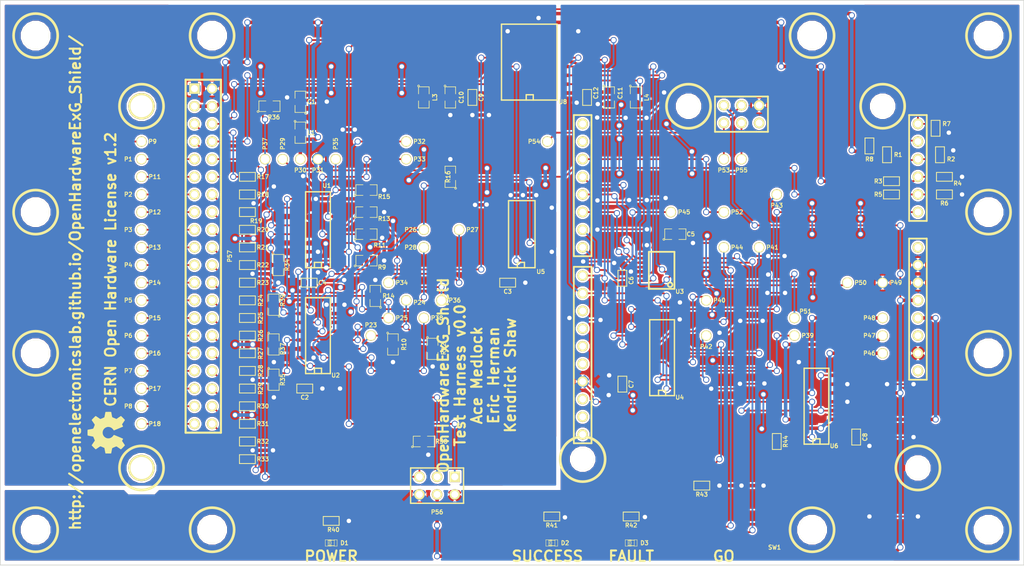
<source format=kicad_pcb>
(kicad_pcb (version 20171130) (host pcbnew "(5.1.12)-1")
  (layers (0 F.Cu signal) (1 Inner2.Cu power) (2 Inner1.Cu power) (31 B.Cu signal) (34 B.Paste user) (35 F.Paste user) (36 B.SilkS user) (37 F.SilkS user) (38 B.Mask user) (39 F.Mask user) (44 Edge.Cuts user))
  (net 0 "")
  (net 1 +3.3V)
  (net 2 +5V)
  (net 3 /3.3V_BOGUS_ISO)
  (net 4 /3.3V_BOGUS_ISO_DATA)
  (net 5 /A1)
  (net 6 /A2)
  (net 7 /A3)
  (net 8 /A4)
  (net 9 /ADS129x_CLK_BOGUS_ISO)
  (net 10 /ADS129x_DAISY_IN_BOGUS_ISO)
  (net 11 /ADS129x_DOUT)
  (net 12 /ADS129x_DOUT_BOGUS_ISO)
  (net 13 /ADS129x_GPIO1_BOGUS_ISO)
  (net 14 /ADS129x_GPIO2_BOGUS_ISO)
  (net 15 /ADS129x_GPIO3_BOGUS_ISO)
  (net 16 /ADS129x_GPIO4_BOGUS_ISO)
  (net 17 /ADS129x_MOSI_BOGUS_ISO)
  (net 18 /ADS129x_SCLK_BOGUS_ISO)
  (net 19 /ADS129x_~CS~)
  (net 20 /ADS129x_~CS~_BOGUS_ISO)
  (net 21 /ADS129x_~DRDY~)
  (net 22 /ADS129x_~DRDY~_BOGUS_ISO)
  (net 23 /ARDUINO_VCC)
  (net 24 /BIASINV)
  (net 25 /BIASOUT_FILT)
  (net 26 /ENABLE_SHIELD)
  (net 27 /FAULT_LED)
  (net 28 /GO_BUTTON)
  (net 29 /IN1N)
  (net 30 /IN1N_LADDER)
  (net 31 /IN1P)
  (net 32 /IN1P_LADDER)
  (net 33 /IN2N)
  (net 34 /IN2N_LADDER)
  (net 35 /IN2P)
  (net 36 /IN2P_LADDER)
  (net 37 /IN3N)
  (net 38 /IN3N_LADDER)
  (net 39 /IN3P)
  (net 40 /IN3P_LADDER)
  (net 41 /IN4N)
  (net 42 /IN4N_LADDER)
  (net 43 /IN4P)
  (net 44 /IN4P_LADDER)
  (net 45 /IN5N)
  (net 46 /IN5N_LADDER)
  (net 47 /IN5P)
  (net 48 /IN5P_LADDER)
  (net 49 /IN6N)
  (net 50 /IN6N_LADDER)
  (net 51 /IN6P)
  (net 52 /IN6P_LADDER)
  (net 53 /IN7N)
  (net 54 /IN7N_LADDER)
  (net 55 /IN7P)
  (net 56 /IN7P_LADDER)
  (net 57 /IN8N)
  (net 58 /IN8N_LADDER)
  (net 59 /IN8P)
  (net 60 /IN8P_LADDER)
  (net 61 /LED1)
  (net 62 /LED2)
  (net 63 /LED3)
  (net 64 /MASTER)
  (net 65 /MASTER_AND_MASTER_CS)
  (net 66 /MASTER_BOGUS_ISO)
  (net 67 /MASTER_~CS~)
  (net 68 /MASTER_~DRDY~)
  (net 69 /MIDDLE_CARRY)
  (net 70 /MISO)
  (net 71 /MOSI)
  (net 72 /SCLK)
  (net 73 /SHIELD_3.3V)
  (net 74 /SHIELD_5V)
  (net 75 /SHIELD_VCC)
  (net 76 /SHIFT_CARRY)
  (net 77 /SHIFT_CARRY_BOGUS_ISO)
  (net 78 /SHIFT_CLK)
  (net 79 /SHIFT_CLK_BOGUS_ISO)
  (net 80 /SHIFT_EXT_CARRY_BOGUS_ISO)
  (net 81 /SHIFT_IN)
  (net 82 /SHIFT_OUT)
  (net 83 /SHIFT_OUT_RCLK)
  (net 84 /SHIFT_OUT_SRCLK)
  (net 85 /SHIFT_OUT_~SRCLR~)
  (net 86 /SHIFT_SH_~LD~)
  (net 87 /SHIFT_SH_~LD~_BOGUS_ISO)
  (net 88 /SIGNAL_A)
  (net 89 /SIGNAL_A_BOGUS_ISO)
  (net 90 /SIGNAL_A_LADDER)
  (net 91 /SIGNAL_B)
  (net 92 /SIGNAL_B_BOGUS_ISO)
  (net 93 /SIGNAL_B_LADDER)
  (net 94 /SLAVE_AND_SLAVE_CS)
  (net 95 /SLAVE_~CS~)
  (net 96 /SUCCESS_LED)
  (net 97 /VCC_DATA)
  (net 98 /VIN_BOGUS_ISO)
  (net 99 /~MASTER~)
  (net 100 /~SEND_TO_GND~_MASTER)
  (net 101 /~SEND_TO_GND~_MASTER_BOGUS_ISO)
  (net 102 /~SHIELD_SHORTED~)
  (net 103 GND)
  (net 104 GNDPWR)
  (net 105 VCC)
  (module LOGO (layer F.Cu) (at 124.46 84.455 90)
    (fp_text reference G*** hide)
    (fp_text value LOGO hide)
    (fp_poly (pts (xy -1.81864 2.69494) (xy -1.78562 2.67716) (xy -1.71704 2.63398) (xy -1.61544 2.56794) (xy -1.4986 2.4892) (xy -1.37922 2.40792) (xy -1.28016 2.34188) (xy -1.21158 2.2987) (xy -1.18364 2.28346) (xy -1.1684 2.28854) (xy -1.11252 2.31648) (xy -1.03124 2.35966) (xy -0.98298 2.38252) (xy -0.90678 2.41554) (xy -0.87122 2.42316) (xy -0.8636 2.413) (xy -0.83566 2.35458) (xy -0.79248 2.25552) (xy -0.7366 2.12598) (xy -0.67056 1.97358) (xy -0.60198 1.80848) (xy -0.5334 1.64084) (xy -0.46736 1.48336) (xy -0.4064 1.33858) (xy -0.36068 1.22174) (xy -0.3302 1.14046) (xy -0.3175 1.1049) (xy -0.32258 1.09728) (xy -0.35814 1.06172) (xy -0.42418 1.01346) (xy -0.56642 0.89662) (xy -0.70612 0.72136) (xy -0.79248 0.52324) (xy -0.82042 0.30226) (xy -0.79756 0.09906) (xy -0.71628 -0.09652) (xy -0.57912 -0.27432) (xy -0.41148 -0.4064) (xy -0.21844 -0.48768) (xy 0 -0.51562) (xy 0.20828 -0.49276) (xy 0.40894 -0.41402) (xy 0.58674 -0.2794) (xy 0.6604 -0.19304) (xy 0.76454 -0.0127) (xy 0.82296 0.1778) (xy 0.82804 0.22606) (xy 0.82042 0.43688) (xy 0.75692 0.64008) (xy 0.6477 0.82042) (xy 0.49276 0.96774) (xy 0.47244 0.98298) (xy 0.40132 1.03632) (xy 0.35306 1.07188) (xy 0.31496 1.10236) (xy 0.5842 1.75006) (xy 0.62738 1.85166) (xy 0.70104 2.02692) (xy 0.76454 2.17932) (xy 0.81788 2.30124) (xy 0.85344 2.38252) (xy 0.86868 2.41554) (xy 0.87122 2.41554) (xy 0.89408 2.42062) (xy 0.94234 2.40284) (xy 1.03378 2.35966) (xy 1.0922 2.32918) (xy 1.16078 2.29616) (xy 1.19126 2.28346) (xy 1.2192 2.29616) (xy 1.28524 2.33934) (xy 1.37922 2.40538) (xy 1.49606 2.48158) (xy 1.60528 2.55778) (xy 1.70688 2.62382) (xy 1.78054 2.67208) (xy 1.8161 2.68986) (xy 1.82118 2.68986) (xy 1.8542 2.67208) (xy 1.91262 2.62382) (xy 1.99898 2.54) (xy 2.12344 2.41808) (xy 2.14376 2.4003) (xy 2.24536 2.29616) (xy 2.32918 2.20726) (xy 2.38506 2.1463) (xy 2.40538 2.11836) (xy 2.38506 2.0828) (xy 2.33934 2.00914) (xy 2.2733 1.90754) (xy 2.19202 1.78562) (xy 1.97612 1.47574) (xy 2.0955 1.18364) (xy 2.13106 1.0922) (xy 2.17678 0.98298) (xy 2.2098 0.90678) (xy 2.22758 0.87122) (xy 2.2606 0.86106) (xy 2.33934 0.84074) (xy 2.45618 0.81788) (xy 2.59588 0.79248) (xy 2.72796 0.76708) (xy 2.84734 0.74422) (xy 2.9337 0.72898) (xy 2.9718 0.72136) (xy 2.98196 0.71374) (xy 2.98958 0.69596) (xy 2.99466 0.65532) (xy 2.9972 0.58166) (xy 2.99974 0.46736) (xy 2.99974 0.30226) (xy 2.99974 0.28448) (xy 2.9972 0.127) (xy 2.99466 0.00254) (xy 2.98958 -0.07874) (xy 2.9845 -0.11176) (xy 2.9464 -0.12192) (xy 2.86258 -0.1397) (xy 2.7432 -0.16256) (xy 2.60096 -0.1905) (xy 2.5908 -0.1905) (xy 2.44856 -0.21844) (xy 2.33172 -0.24384) (xy 2.2479 -0.26162) (xy 2.21234 -0.27432) (xy 2.20472 -0.28448) (xy 2.17678 -0.34036) (xy 2.13614 -0.42672) (xy 2.08788 -0.5334) (xy 2.04216 -0.64516) (xy 2.00152 -0.74676) (xy 1.97612 -0.82042) (xy 1.9685 -0.85598) (xy 1.98882 -0.889) (xy 2.03708 -0.96266) (xy 2.1082 -1.06426) (xy 2.18948 -1.18618) (xy 2.1971 -1.19634) (xy 2.27838 -1.31572) (xy 2.34442 -1.41732) (xy 2.3876 -1.48844) (xy 2.40538 -1.52146) (xy 2.40538 -1.524) (xy 2.37744 -1.55956) (xy 2.31648 -1.62814) (xy 2.22758 -1.71958) (xy 2.12344 -1.82372) (xy 2.09042 -1.85674) (xy 1.97358 -1.97104) (xy 1.8923 -2.0447) (xy 1.8415 -2.08534) (xy 1.81864 -2.0955) (xy 1.8161 -2.09296) (xy 1.78054 -2.07264) (xy 1.70434 -2.02184) (xy 1.60274 -1.95326) (xy 1.48082 -1.86944) (xy 1.4732 -1.86436) (xy 1.35128 -1.78308) (xy 1.25222 -1.7145) (xy 1.1811 -1.66878) (xy 1.15062 -1.651) (xy 1.14554 -1.651) (xy 1.09728 -1.6637) (xy 1.01092 -1.69418) (xy 0.90678 -1.73482) (xy 0.79502 -1.778) (xy 0.69342 -1.82118) (xy 0.61976 -1.85674) (xy 0.5842 -1.87706) (xy 0.58166 -1.87706) (xy 0.56896 -1.92024) (xy 0.54864 -2.01168) (xy 0.52324 -2.1336) (xy 0.4953 -2.28092) (xy 0.49022 -2.30378) (xy 0.46482 -2.44856) (xy 0.44196 -2.5654) (xy 0.42418 -2.64668) (xy 0.41656 -2.68224) (xy 0.39624 -2.68478) (xy 0.32512 -2.68986) (xy 0.21844 -2.69494) (xy 0.0889 -2.69494) (xy -0.04572 -2.69494) (xy -0.1778 -2.6924) (xy -0.28956 -2.68732) (xy -0.37084 -2.68224) (xy -0.4064 -2.67462) (xy -0.4064 -2.67208) (xy -0.4191 -2.6289) (xy -0.43942 -2.54) (xy -0.46482 -2.41554) (xy -0.49276 -2.26822) (xy -0.49784 -2.24028) (xy -0.52324 -2.09804) (xy -0.54864 -1.9812) (xy -0.56642 -1.90246) (xy -0.57404 -1.86944) (xy -0.58674 -1.86436) (xy -0.64516 -1.83642) (xy -0.74168 -1.79832) (xy -0.86106 -1.75006) (xy -1.13538 -1.6383) (xy -1.47066 -1.86944) (xy -1.50114 -1.88976) (xy -1.62306 -1.97358) (xy -1.72212 -2.03962) (xy -1.79324 -2.0828) (xy -1.82118 -2.10058) (xy -1.82372 -2.09804) (xy -1.85674 -2.0701) (xy -1.92278 -2.0066) (xy -2.01422 -1.9177) (xy -2.1209 -1.81356) (xy -2.19964 -1.73482) (xy -2.29108 -1.64084) (xy -2.3495 -1.57734) (xy -2.38252 -1.5367) (xy -2.39522 -1.5113) (xy -2.39014 -1.49352) (xy -2.36982 -1.4605) (xy -2.31902 -1.38684) (xy -2.25044 -1.2827) (xy -2.16916 -1.16586) (xy -2.10058 -1.06426) (xy -2.02692 -0.9525) (xy -1.9812 -0.87122) (xy -1.96342 -0.83312) (xy -1.9685 -0.81534) (xy -1.99136 -0.7493) (xy -2.032 -0.65024) (xy -2.0828 -0.53086) (xy -2.19964 -0.26416) (xy -2.3749 -0.23114) (xy -2.47904 -0.21082) (xy -2.6289 -0.18288) (xy -2.77114 -0.15494) (xy -2.99212 -0.11176) (xy -2.99974 0.6985) (xy -2.96418 0.71374) (xy -2.93116 0.7239) (xy -2.84988 0.74168) (xy -2.73304 0.76454) (xy -2.59588 0.78994) (xy -2.4765 0.8128) (xy -2.35966 0.83566) (xy -2.2733 0.8509) (xy -2.2352 0.85852) (xy -2.22758 0.87122) (xy -2.1971 0.92964) (xy -2.15392 1.02108) (xy -2.1082 1.1303) (xy -2.05994 1.2446) (xy -2.0193 1.34874) (xy -1.98882 1.43002) (xy -1.97866 1.47066) (xy -1.9939 1.50114) (xy -2.03962 1.57226) (xy -2.10566 1.67132) (xy -2.1844 1.78816) (xy -2.26568 1.90754) (xy -2.33426 2.0066) (xy -2.38252 2.08026) (xy -2.4003 2.11328) (xy -2.39014 2.13614) (xy -2.34442 2.19202) (xy -2.25552 2.28346) (xy -2.12344 2.41554) (xy -2.10058 2.43586) (xy -1.99644 2.53746) (xy -1.90754 2.61874) (xy -1.84658 2.67462) (xy -1.81864 2.69494)) (layer F.Cu) (width 0.00254))
  )
  (module LOGO (layer F.Cu) (at 63.5 80.01 90)
    (fp_text reference G*** hide)
    (fp_text value LOGO hide)
  )
  (module Hole_M3 (layer F.Cu) (at 68.58 33.02)
    (fp_text reference Hole_M3 hide)
    (fp_text value VAL** hide)
    (pad "" np_thru_hole circle (at 0 0) (size 3.7973 3.7973) (drill 3.175) (layers *.Cu *.Mask F.SilkS))
  )
  (module Hole_M3 (layer F.Cu) (at 68.58 85.09)
    (fp_text reference Hole_M3 hide)
    (fp_text value VAL** hide)
    (pad "" np_thru_hole circle (at 0 0) (size 3.7973 3.7973) (drill 3.175) (layers *.Cu *.Mask F.SilkS))
  )
  (module POGO_PIN_BASE (layer F.Cu) (at 68.58 71.12)
    (fp_text reference P7 (at -1.905 0) (layer F.SilkS) (effects (font (size 0.6 0.6) (thickness 0.127))))
    (fp_text value CONN_1 hide)
    (pad 1 thru_hole circle (at 0 0) (size 1.5 1.5) (drill 1.2) (layers *.Cu *.Mask F.SilkS) (net 33 /IN2N))
  )
  (module POGO_PIN_BASE (layer F.Cu) (at 68.58 76.2)
    (fp_text reference P8 (at -1.905 0) (layer F.SilkS) (effects (font (size 0.6 0.6) (thickness 0.127))))
    (fp_text value CONN_1 hide)
    (pad 1 thru_hole circle (at 0 0) (size 1.5 1.5) (drill 1.2) (layers *.Cu *.Mask F.SilkS) (net 29 /IN1N))
  )
  (module POGO_PIN_BASE (layer F.Cu) (at 68.58 63.5)
    (fp_text reference P15 (at 1.905 0) (layer F.SilkS) (effects (font (size 0.6 0.6) (thickness 0.127))))
    (fp_text value CONN_1 hide)
    (pad 1 thru_hole circle (at 0 0) (size 1.5 1.5) (drill 1.2) (layers *.Cu *.Mask F.SilkS) (net 43 /IN4P))
  )
  (module POGO_PIN_BASE (layer F.Cu) (at 68.58 43.18)
    (fp_text reference P11 (at 1.905 0) (layer F.SilkS) (effects (font (size 0.6 0.6) (thickness 0.127))))
    (fp_text value CONN_1 hide)
    (pad 1 thru_hole circle (at 0 0) (size 1.5 1.5) (drill 1.2) (layers *.Cu *.Mask F.SilkS) (net 59 /IN8P))
  )
  (module POGO_PIN_BASE (layer F.Cu) (at 68.58 48.26)
    (fp_text reference P12 (at 1.905 0) (layer F.SilkS) (effects (font (size 0.6 0.6) (thickness 0.127))))
    (fp_text value CONN_1 hide)
    (pad 1 thru_hole circle (at 0 0) (size 1.5 1.5) (drill 1.2) (layers *.Cu *.Mask F.SilkS) (net 55 /IN7P))
  )
  (module POGO_PIN_BASE (layer F.Cu) (at 68.58 53.34)
    (fp_text reference P13 (at 1.905 0) (layer F.SilkS) (effects (font (size 0.6 0.6) (thickness 0.127))))
    (fp_text value CONN_1 hide)
    (pad 1 thru_hole circle (at 0 0) (size 1.5 1.5) (drill 1.2) (layers *.Cu *.Mask F.SilkS) (net 51 /IN6P))
  )
  (module POGO_PIN_BASE (layer F.Cu) (at 68.58 58.42)
    (fp_text reference P14 (at 1.905 0) (layer F.SilkS) (effects (font (size 0.6 0.6) (thickness 0.127))))
    (fp_text value CONN_1 hide)
    (pad 1 thru_hole circle (at 0 0) (size 1.5 1.5) (drill 1.2) (layers *.Cu *.Mask F.SilkS) (net 47 /IN5P))
  )
  (module POGO_PIN_BASE (layer F.Cu) (at 170.18 58.42)
    (fp_text reference P50 (at 1.905 0) (layer F.SilkS) (effects (font (size 0.6 0.6) (thickness 0.127))))
    (fp_text value CONN_1 hide)
    (pad 1 thru_hole circle (at 0 0) (size 1.5 1.5) (drill 1.2) (layers *.Cu *.Mask F.SilkS) (net 67 /MASTER_~CS~))
  )
  (module POGO_PIN_BASE (layer F.Cu) (at 68.58 66.04)
    (fp_text reference P6 (at -1.905 0) (layer F.SilkS) (effects (font (size 0.6 0.6) (thickness 0.127))))
    (fp_text value CONN_1 hide)
    (pad 1 thru_hole circle (at 0 0) (size 1.5 1.5) (drill 1.2) (layers *.Cu *.Mask F.SilkS) (net 37 /IN3N))
  )
  (module POGO_PIN_BASE (layer F.Cu) (at 68.58 60.96)
    (fp_text reference P5 (at -1.905 0) (layer F.SilkS) (effects (font (size 0.6 0.6) (thickness 0.127))))
    (fp_text value CONN_1 hide)
    (pad 1 thru_hole circle (at 0 0) (size 1.5 1.5) (drill 1.2) (layers *.Cu *.Mask F.SilkS) (net 41 /IN4N))
  )
  (module POGO_PIN_BASE (layer F.Cu) (at 68.58 55.88)
    (fp_text reference P4 (at -1.905 0) (layer F.SilkS) (effects (font (size 0.6 0.6) (thickness 0.127))))
    (fp_text value CONN_1 hide)
    (pad 1 thru_hole circle (at 0 0) (size 1.5 1.5) (drill 1.2) (layers *.Cu *.Mask F.SilkS) (net 45 /IN5N))
  )
  (module POGO_PIN_BASE (layer F.Cu) (at 68.58 50.8)
    (fp_text reference P3 (at -1.905 0) (layer F.SilkS) (effects (font (size 0.6 0.6) (thickness 0.127))))
    (fp_text value CONN_1 hide)
    (pad 1 thru_hole circle (at 0 0) (size 1.5 1.5) (drill 1.2) (layers *.Cu *.Mask F.SilkS) (net 49 /IN6N))
  )
  (module POGO_PIN_BASE (layer F.Cu) (at 68.58 45.72)
    (fp_text reference P2 (at -1.905 0) (layer F.SilkS) (effects (font (size 0.6 0.6) (thickness 0.127))))
    (fp_text value CONN_1 hide)
    (pad 1 thru_hole circle (at 0 0) (size 1.5 1.5) (drill 1.2) (layers *.Cu *.Mask F.SilkS) (net 53 /IN7N))
  )
  (module POGO_PIN_BASE (layer F.Cu) (at 68.58 40.64)
    (fp_text reference P1 (at -1.905 0) (layer F.SilkS) (effects (font (size 0.6 0.6) (thickness 0.127))))
    (fp_text value CONN_1 hide)
    (pad 1 thru_hole circle (at 0 0) (size 1.5 1.5) (drill 1.2) (layers *.Cu *.Mask F.SilkS) (net 57 /IN8N))
  )
  (module POGO_PIN_BASE (layer F.Cu) (at 109.22 63.5)
    (fp_text reference P38 (at 1.905 0) (layer F.SilkS) (effects (font (size 0.6 0.6) (thickness 0.127))))
    (fp_text value CONN_1 hide)
    (pad 1 thru_hole circle (at 0 0) (size 1.5 1.5) (drill 1.2) (layers *.Cu *.Mask F.SilkS) (net 9 /ADS129x_CLK_BOGUS_ISO))
  )
  (module POGO_PIN_BASE (layer F.Cu) (at 68.58 68.58)
    (fp_text reference P16 (at 1.905 0) (layer F.SilkS) (effects (font (size 0.6 0.6) (thickness 0.127))))
    (fp_text value CONN_1 hide)
    (pad 1 thru_hole circle (at 0 0) (size 1.5 1.5) (drill 1.2) (layers *.Cu *.Mask F.SilkS) (net 39 /IN3P))
  )
  (module POGO_PIN_BASE (layer F.Cu) (at 68.58 73.66)
    (fp_text reference P17 (at 1.905 0) (layer F.SilkS) (effects (font (size 0.6 0.6) (thickness 0.127))))
    (fp_text value CONN_1 hide)
    (pad 1 thru_hole circle (at 0 0) (size 1.5 1.5) (drill 1.2) (layers *.Cu *.Mask F.SilkS) (net 35 /IN2P))
  )
  (module POGO_PIN_BASE (layer F.Cu) (at 68.58 78.74)
    (fp_text reference P18 (at 1.905 0) (layer F.SilkS) (effects (font (size 0.6 0.6) (thickness 0.127))))
    (fp_text value CONN_1 hide)
    (pad 1 thru_hole circle (at 0 0) (size 1.5 1.5) (drill 1.2) (layers *.Cu *.Mask F.SilkS) (net 31 /IN1P))
  )
  (module POGO_PIN_BASE (layer F.Cu) (at 68.58 38.1)
    (fp_text reference P9 (at 1.5875 0) (layer F.SilkS) (effects (font (size 0.6 0.6) (thickness 0.127))))
    (fp_text value CONN_1 hide)
    (pad 1 thru_hole circle (at 0 0) (size 1.5 1.5) (drill 1.2) (layers *.Cu *.Mask F.SilkS) (net 25 /BIASOUT_FILT))
  )
  (module POGO_PIN_BASE (layer F.Cu) (at 175.26 68.58)
    (fp_text reference P46 (at -1.905 0) (layer F.SilkS) (effects (font (size 0.6 0.6) (thickness 0.127))))
    (fp_text value CONN_1 hide)
    (pad 1 thru_hole circle (at 0 0) (size 1.5 1.5) (drill 1.2) (layers *.Cu *.Mask F.SilkS) (net 75 /SHIELD_VCC))
  )
  (module POGO_PIN_BASE (layer F.Cu) (at 175.26 66.04)
    (fp_text reference P47 (at -1.905 0) (layer F.SilkS) (effects (font (size 0.6 0.6) (thickness 0.127))))
    (fp_text value CONN_1 hide)
    (pad 1 thru_hole circle (at 0 0) (size 1.5 1.5) (drill 1.2) (layers *.Cu *.Mask F.SilkS) (net 73 /SHIELD_3.3V))
  )
  (module POGO_PIN_BASE (layer F.Cu) (at 175.26 63.5)
    (fp_text reference P48 (at -1.905 0) (layer F.SilkS) (effects (font (size 0.6 0.6) (thickness 0.127))))
    (fp_text value CONN_1 hide)
    (pad 1 thru_hole circle (at 0 0) (size 1.5 1.5) (drill 1.2) (layers *.Cu *.Mask F.SilkS) (net 74 /SHIELD_5V))
  )
  (module POGO_PIN_BASE (layer F.Cu) (at 175.26 58.42)
    (fp_text reference P49 (at 1.905 0) (layer F.SilkS) (effects (font (size 0.6 0.6) (thickness 0.127))))
    (fp_text value CONN_1 hide)
    (pad 1 thru_hole circle (at 0 0) (size 1.5 1.5) (drill 1.2) (layers *.Cu *.Mask F.SilkS) (net 104 GNDPWR))
  )
  (module POGO_PIN_BASE (layer F.Cu) (at 88.9 40.64)
    (fp_text reference P29 (at 0 -2.2225 90) (layer F.SilkS) (effects (font (size 0.6 0.6) (thickness 0.127))))
    (fp_text value CONN_1 hide)
    (pad 1 thru_hole circle (at 0 0) (size 1.5 1.5) (drill 1.2) (layers *.Cu *.Mask F.SilkS) (net 98 /VIN_BOGUS_ISO))
  )
  (module POGO_PIN_BASE (layer F.Cu) (at 162.56 63.5)
    (fp_text reference P51 (at 1.5875 -0.9525) (layer F.SilkS) (effects (font (size 0.6 0.6) (thickness 0.127))))
    (fp_text value CONN_1 hide)
    (pad 1 thru_hole circle (at 0 0) (size 1.5 1.5) (drill 1.2) (layers *.Cu *.Mask F.SilkS) (net 95 /SLAVE_~CS~))
  )
  (module POGO_PIN_BASE (layer F.Cu) (at 152.4 48.26)
    (fp_text reference P52 (at 1.905 0) (layer F.SilkS) (effects (font (size 0.6 0.6) (thickness 0.127))))
    (fp_text value CONN_1 hide)
    (pad 1 thru_hole circle (at 0 0) (size 1.5 1.5) (drill 1.2) (layers *.Cu *.Mask F.SilkS) (net 68 /MASTER_~DRDY~))
  )
  (module POGO_PIN_BASE (layer F.Cu) (at 152.4 40.64)
    (fp_text reference P53 (at 0 1.5875) (layer F.SilkS) (effects (font (size 0.6 0.6) (thickness 0.127))))
    (fp_text value CONN_1 hide)
    (pad 1 thru_hole circle (at 0 0) (size 1.5 1.5) (drill 1.2) (layers *.Cu *.Mask F.SilkS) (net 70 /MISO))
  )
  (module POGO_PIN_BASE (layer F.Cu) (at 127 38.1)
    (fp_text reference P54 (at -1.905 0) (layer F.SilkS) (effects (font (size 0.6 0.6) (thickness 0.127))))
    (fp_text value CONN_1 hide)
    (pad 1 thru_hole circle (at 0 0) (size 1.5 1.5) (drill 1.2) (layers *.Cu *.Mask F.SilkS) (net 71 /MOSI))
  )
  (module POGO_PIN_BASE (layer F.Cu) (at 154.94 40.64)
    (fp_text reference P55 (at 0 1.5875) (layer F.SilkS) (effects (font (size 0.6 0.6) (thickness 0.127))))
    (fp_text value CONN_1 hide)
    (pad 1 thru_hole circle (at 0 0) (size 1.5 1.5) (drill 1.2) (layers *.Cu *.Mask F.SilkS) (net 72 /SCLK))
  )
  (module POGO_PIN_BASE (layer F.Cu) (at 111.76 60.96)
    (fp_text reference P36 (at 1.905 0) (layer F.SilkS) (effects (font (size 0.6 0.6) (thickness 0.127))))
    (fp_text value CONN_1 hide)
    (pad 1 thru_hole circle (at 0 0) (size 1.5 1.5) (drill 1.2) (layers *.Cu *.Mask F.SilkS) (net 10 /ADS129x_DAISY_IN_BOGUS_ISO))
  )
  (module POGO_PIN_BASE (layer F.Cu) (at 162.56 66.04)
    (fp_text reference P39 (at 1.905 0) (layer F.SilkS) (effects (font (size 0.6 0.6) (thickness 0.127))))
    (fp_text value CONN_1 hide)
    (pad 1 thru_hole circle (at 0 0) (size 1.5 1.5) (drill 1.2) (layers *.Cu *.Mask F.SilkS) (net 94 /SLAVE_AND_SLAVE_CS))
  )
  (module POGO_PIN_BASE (layer F.Cu) (at 149.86 60.96)
    (fp_text reference P40 (at 1.905 0) (layer F.SilkS) (effects (font (size 0.6 0.6) (thickness 0.127))))
    (fp_text value CONN_1 hide)
    (pad 1 thru_hole circle (at 0 0) (size 1.5 1.5) (drill 1.2) (layers *.Cu *.Mask F.SilkS) (net 65 /MASTER_AND_MASTER_CS))
  )
  (module POGO_PIN_BASE (layer F.Cu) (at 157.48 53.34)
    (fp_text reference P41 (at 1.905 0) (layer F.SilkS) (effects (font (size 0.6 0.6) (thickness 0.127))))
    (fp_text value CONN_1 hide)
    (pad 1 thru_hole circle (at 0 0) (size 1.5 1.5) (drill 1.2) (layers *.Cu *.Mask F.SilkS) (net 99 /~MASTER~))
  )
  (module POGO_PIN_BASE (layer F.Cu) (at 149.86 66.04)
    (fp_text reference P42 (at 0 1.5875) (layer F.SilkS) (effects (font (size 0.6 0.6) (thickness 0.127))))
    (fp_text value CONN_1 hide)
    (pad 1 thru_hole circle (at 0 0) (size 1.5 1.5) (drill 1.2) (layers *.Cu *.Mask F.SilkS) (net 19 /ADS129x_~CS~))
  )
  (module POGO_PIN_BASE (layer F.Cu) (at 160.02 45.72)
    (fp_text reference P43 (at 0 1.5875) (layer F.SilkS) (effects (font (size 0.6 0.6) (thickness 0.127))))
    (fp_text value CONN_1 hide)
    (pad 1 thru_hole circle (at 0 0) (size 1.5 1.5) (drill 1.2) (layers *.Cu *.Mask F.SilkS) (net 64 /MASTER))
  )
  (module POGO_PIN_BASE (layer F.Cu) (at 152.4 53.34)
    (fp_text reference P44 (at 1.905 0) (layer F.SilkS) (effects (font (size 0.6 0.6) (thickness 0.127))))
    (fp_text value CONN_1 hide)
    (pad 1 thru_hole circle (at 0 0) (size 1.5 1.5) (drill 1.2) (layers *.Cu *.Mask F.SilkS) (net 11 /ADS129x_DOUT))
  )
  (module POGO_PIN_BASE (layer F.Cu) (at 144.78 48.26)
    (fp_text reference P45 (at 1.905 0) (layer F.SilkS) (effects (font (size 0.6 0.6) (thickness 0.127))))
    (fp_text value CONN_1 hide)
    (pad 1 thru_hole circle (at 0 0) (size 1.5 1.5) (drill 1.2) (layers *.Cu *.Mask F.SilkS) (net 21 /ADS129x_~DRDY~))
  )
  (module POGO_PIN_BASE (layer F.Cu) (at 101.6 66.04)
    (fp_text reference P23 (at 0 -1.524) (layer F.SilkS) (effects (font (size 0.6 0.6) (thickness 0.127))))
    (fp_text value CONN_1 hide)
    (pad 1 thru_hole circle (at 0 0) (size 1.5 1.5) (drill 1.2) (layers *.Cu *.Mask F.SilkS) (net 17 /ADS129x_MOSI_BOGUS_ISO))
  )
  (module POGO_PIN_BASE (layer F.Cu) (at 106.68 60.96)
    (fp_text reference P24 (at 1.905 0.3175) (layer F.SilkS) (effects (font (size 0.6 0.6) (thickness 0.127))))
    (fp_text value CONN_1 hide)
    (pad 1 thru_hole circle (at 0 0) (size 1.5 1.5) (drill 1.2) (layers *.Cu *.Mask F.SilkS) (net 18 /ADS129x_SCLK_BOGUS_ISO))
  )
  (module POGO_PIN_BASE (layer F.Cu) (at 104.14 63.5)
    (fp_text reference P25 (at 1.905 0) (layer F.SilkS) (effects (font (size 0.6 0.6) (thickness 0.127))))
    (fp_text value CONN_1 hide)
    (pad 1 thru_hole circle (at 0 0) (size 1.5 1.5) (drill 1.2) (layers *.Cu *.Mask F.SilkS) (net 20 /ADS129x_~CS~_BOGUS_ISO))
  )
  (module POGO_PIN_BASE (layer F.Cu) (at 109.22 50.8)
    (fp_text reference P26 (at -1.905 0) (layer F.SilkS) (effects (font (size 0.6 0.6) (thickness 0.127))))
    (fp_text value CONN_1 hide)
    (pad 1 thru_hole circle (at 0 0) (size 1.5 1.5) (drill 1.2) (layers *.Cu *.Mask F.SilkS) (net 66 /MASTER_BOGUS_ISO))
  )
  (module POGO_PIN_BASE (layer F.Cu) (at 114.3 50.8)
    (fp_text reference P27 (at 1.905 0) (layer F.SilkS) (effects (font (size 0.6 0.6) (thickness 0.127))))
    (fp_text value CONN_1 hide)
    (pad 1 thru_hole circle (at 0 0) (size 1.5 1.5) (drill 1.2) (layers *.Cu *.Mask F.SilkS) (net 12 /ADS129x_DOUT_BOGUS_ISO))
  )
  (module POGO_PIN_BASE (layer F.Cu) (at 109.22 53.34)
    (fp_text reference P28 (at -1.905 0) (layer F.SilkS) (effects (font (size 0.6 0.6) (thickness 0.127))))
    (fp_text value CONN_1 hide)
    (pad 1 thru_hole circle (at 0 0) (size 1.5 1.5) (drill 1.2) (layers *.Cu *.Mask F.SilkS) (net 22 /ADS129x_~DRDY~_BOGUS_ISO))
  )
  (module POGO_PIN_BASE (layer F.Cu) (at 91.44 40.64)
    (fp_text reference P30 (at 0 1.5875) (layer F.SilkS) (effects (font (size 0.6 0.6) (thickness 0.127))))
    (fp_text value CONN_1 hide)
    (pad 1 thru_hole circle (at 0 0) (size 1.5 1.5) (drill 1.2) (layers *.Cu *.Mask F.SilkS) (net 3 /3.3V_BOGUS_ISO))
  )
  (module POGO_PIN_BASE (layer F.Cu) (at 93.98 40.64)
    (fp_text reference P31 (at 0 1.5875) (layer F.SilkS) (effects (font (size 0.6 0.6) (thickness 0.127))))
    (fp_text value CONN_1 hide)
    (pad 1 thru_hole circle (at 0 0) (size 1.5 1.5) (drill 1.2) (layers *.Cu *.Mask F.SilkS) (net 103 GND))
  )
  (module POGO_PIN_BASE (layer F.Cu) (at 106.68 38.1)
    (fp_text reference P32 (at 1.905 0) (layer F.SilkS) (effects (font (size 0.6 0.6) (thickness 0.127))))
    (fp_text value CONN_1 hide)
    (pad 1 thru_hole circle (at 0 0) (size 1.5 1.5) (drill 1.2) (layers *.Cu *.Mask F.SilkS) (net 13 /ADS129x_GPIO1_BOGUS_ISO))
  )
  (module POGO_PIN_BASE (layer F.Cu) (at 106.68 40.64)
    (fp_text reference P33 (at 1.905 0) (layer F.SilkS) (effects (font (size 0.6 0.6) (thickness 0.127))))
    (fp_text value CONN_1 hide)
    (pad 1 thru_hole circle (at 0 0) (size 1.5 1.5) (drill 1.2) (layers *.Cu *.Mask F.SilkS) (net 14 /ADS129x_GPIO2_BOGUS_ISO))
  )
  (module POGO_PIN_BASE (layer F.Cu) (at 104.14 58.42)
    (fp_text reference P34 (at 1.905 0) (layer F.SilkS) (effects (font (size 0.6 0.6) (thickness 0.127))))
    (fp_text value CONN_1 hide)
    (pad 1 thru_hole circle (at 0 0) (size 1.5 1.5) (drill 1.2) (layers *.Cu *.Mask F.SilkS) (net 15 /ADS129x_GPIO3_BOGUS_ISO))
  )
  (module POGO_PIN_BASE (layer F.Cu) (at 96.52 40.64)
    (fp_text reference P35 (at 0 -2.2225 90) (layer F.SilkS) (effects (font (size 0.6 0.6) (thickness 0.127))))
    (fp_text value CONN_1 hide)
    (pad 1 thru_hole circle (at 0 0) (size 1.5 1.5) (drill 1.2) (layers *.Cu *.Mask F.SilkS) (net 16 /ADS129x_GPIO4_BOGUS_ISO))
  )
  (module POGO_PIN_BASE (layer F.Cu) (at 86.36 40.64)
    (fp_text reference P37 (at 0 -2.2225 90) (layer F.SilkS) (effects (font (size 0.6 0.6) (thickness 0.127))))
    (fp_text value CONN_1 hide)
    (pad 1 thru_hole circle (at 0 0) (size 1.5 1.5) (drill 1.2) (layers *.Cu *.Mask F.SilkS) (net 24 /BIASINV))
  )
  (module arduino_shield_with_holes (layer F.Cu) (at 154.94 54.61 90)
    (fp_text reference P19 hide)
    (fp_text value ARDUINO_SHIELD hide)
    (pad 90 thru_hole circle (at -16.51 25.4 90) (size 1.524 1.524) (drill 1.00076) (layers *.Cu *.Mask F.SilkS))
    (pad 91 thru_hole circle (at -13.97 25.4 90) (size 1.524 1.524) (drill 1.00076) (layers *.Cu *.Mask F.SilkS) (net 23 /ARDUINO_VCC))
    (pad 92 thru_hole circle (at -11.43 25.4 90) (size 1.524 1.524) (drill 1.00076) (layers *.Cu *.Mask F.SilkS))
    (pad 93 thru_hole circle (at -8.89 25.4 90) (size 1.524 1.524) (drill 1.00076) (layers *.Cu *.Mask F.SilkS) (net 1 +3.3V))
    (pad 94 thru_hole circle (at -6.35 25.4 90) (size 1.524 1.524) (drill 1.00076) (layers *.Cu *.Mask F.SilkS) (net 2 +5V))
    (pad 95 thru_hole circle (at -3.81 25.4 90) (size 1.524 1.524) (drill 1.00076) (layers *.Cu *.Mask F.SilkS) (net 104 GNDPWR))
    (pad 96 thru_hole circle (at -1.27 25.4 90) (size 1.524 1.524) (drill 1.00076) (layers *.Cu *.Mask F.SilkS) (net 104 GNDPWR))
    (pad 97 thru_hole circle (at 1.27 25.4 90) (size 1.524 1.524) (drill 1.00076) (layers *.Cu *.Mask F.SilkS))
    (pad 54 thru_hole circle (at 6.35 25.4 90) (size 1.524 1.524) (drill 1.00076) (layers *.Cu *.Mask F.SilkS) (net 81 /SHIFT_IN))
    (pad 55 thru_hole circle (at 8.89 25.4 90) (size 1.524 1.524) (drill 1.00076) (layers *.Cu *.Mask F.SilkS) (net 5 /A1))
    (pad 56 thru_hole circle (at 11.43 25.4 90) (size 1.524 1.524) (drill 1.00076) (layers *.Cu *.Mask F.SilkS) (net 6 /A2))
    (pad 57 thru_hole circle (at 13.97 25.4 90) (size 1.524 1.524) (drill 1.00076) (layers *.Cu *.Mask F.SilkS) (net 7 /A3))
    (pad 58 thru_hole circle (at 16.51 25.4 90) (size 1.524 1.524) (drill 1.00076) (layers *.Cu *.Mask F.SilkS) (net 8 /A4))
    (pad 59 thru_hole circle (at 19.05 25.4 90) (size 1.524 1.524) (drill 1.00076) (layers *.Cu *.Mask F.SilkS) (net 25 /BIASOUT_FILT))
    (pad 74 thru_hole circle (at 19.177 -2.54 90) (size 1.524 1.524) (drill 1.00076) (layers *.Cu *.Mask F.SilkS) (net 70 /MISO))
    (pad 76 thru_hole circle (at 19.177 0 90) (size 1.524 1.524) (drill 1.00076) (layers *.Cu *.Mask F.SilkS) (net 72 /SCLK))
    (pad 89 thru_hole circle (at 19.177 2.54 90) (size 1.524 1.524) (drill 1.00076) (layers *.Cu *.Mask F.SilkS))
    (pad 87 thru_hole circle (at 21.717 2.54 90) (size 1.524 1.524) (drill 1.00076) (layers *.Cu *.Mask F.SilkS) (net 104 GNDPWR))
    (pad 75 thru_hole circle (at 21.717 0 90) (size 1.524 1.524) (drill 1.00076) (layers *.Cu *.Mask F.SilkS) (net 71 /MOSI))
    (pad 88 thru_hole circle (at 21.717 -2.54 90) (size 1.524 1.524) (drill 1.00076) (layers *.Cu *.Mask F.SilkS) (net 2 +5V))
    (pad 0 thru_hole circle (at 19.05 -22.86 90) (size 1.524 1.524) (drill 1.00076) (layers *.Cu *.Mask F.SilkS))
    (pad 1 thru_hole circle (at 16.51 -22.86 90) (size 1.524 1.524) (drill 1.00076) (layers *.Cu *.Mask F.SilkS))
    (pad 2 thru_hole circle (at 13.97 -22.86 90) (size 1.524 1.524) (drill 1.00076) (layers *.Cu *.Mask F.SilkS) (net 68 /MASTER_~DRDY~))
    (pad 3 thru_hole circle (at 11.43 -22.86 90) (size 1.524 1.524) (drill 1.00076) (layers *.Cu *.Mask F.SilkS) (net 85 /SHIFT_OUT_~SRCLR~))
    (pad 4 thru_hole circle (at 8.89 -22.86 90) (size 1.524 1.524) (drill 1.00076) (layers *.Cu *.Mask F.SilkS) (net 84 /SHIFT_OUT_SRCLK))
    (pad 5 thru_hole circle (at 6.35 -22.86 90) (size 1.524 1.524) (drill 1.00076) (layers *.Cu *.Mask F.SilkS) (net 83 /SHIFT_OUT_RCLK))
    (pad 6 thru_hole circle (at 3.81 -22.86 90) (size 1.524 1.524) (drill 1.00076) (layers *.Cu *.Mask F.SilkS) (net 82 /SHIFT_OUT))
    (pad 7 thru_hole circle (at 1.27 -22.86 90) (size 1.524 1.524) (drill 1.00076) (layers *.Cu *.Mask F.SilkS) (net 102 /~SHIELD_SHORTED~))
    (pad 8 thru_hole circle (at -2.794 -22.86 90) (size 1.524 1.524) (drill 1.00076) (layers *.Cu *.Mask F.SilkS) (net 78 /SHIFT_CLK))
    (pad 9 thru_hole circle (at -5.334 -22.86 90) (size 1.524 1.524) (drill 1.00076) (layers *.Cu *.Mask F.SilkS) (net 86 /SHIFT_SH_~LD~))
    (pad 10 thru_hole circle (at -7.874 -22.86 90) (size 1.524 1.524) (drill 1.00076) (layers *.Cu *.Mask F.SilkS))
    (pad 11 thru_hole circle (at -10.414 -22.86 90) (size 1.524 1.524) (drill 1.00076) (layers *.Cu *.Mask F.SilkS))
    (pad 12 thru_hole circle (at -12.954 -22.86 90) (size 1.524 1.524) (drill 1.00076) (layers *.Cu *.Mask F.SilkS))
    (pad 13 thru_hole circle (at -15.494 -22.86 90) (size 1.524 1.524) (drill 1.00076) (layers *.Cu *.Mask F.SilkS))
    (pad 99 thru_hole circle (at -18.034 -22.86 90) (size 1.524 1.524) (drill 1.00076) (layers *.Cu *.Mask F.SilkS) (net 104 GNDPWR))
    (pad 98 thru_hole circle (at -20.574 -22.86 90) (size 1.524 1.524) (drill 1.00076) (layers *.Cu *.Mask F.SilkS))
    (pad 70 thru_hole circle (at -23.114 -22.86 90) (size 1.524 1.524) (drill 1.00076) (layers *.Cu *.Mask F.SilkS))
    (pad 71 thru_hole circle (at -25.654 -22.86 90) (size 1.524 1.524) (drill 1.00076) (layers *.Cu *.Mask F.SilkS))
    (pad "" np_thru_hole circle (at -29.21 -22.86 90) (size 3.175 3.175) (drill 3.175) (layers *.Cu *.Mask F.SilkS))
    (pad "" np_thru_hole circle (at 21.59 -7.62 90) (size 3.175 3.175) (drill 3.175) (layers *.Cu *.Mask F.SilkS))
    (pad "" np_thru_hole circle (at -30.48 25.4 90) (size 3.175 3.175) (drill 3.175) (layers *.Cu *.Mask F.SilkS))
    (pad "" np_thru_hole circle (at 21.59 20.32 90) (size 3.175 3.175) (drill 3.175) (layers *.Cu *.Mask F.SilkS))
  )
  (module TSSOP16 (layer F.Cu) (at 143.51 56.515 90)
    (fp_text reference U3 (at -3.175 2.54 180) (layer F.SilkS) (effects (font (size 0.6 0.6) (thickness 0.127))))
    (fp_text value 74HC595PWR hide)
    (pad 1 smd rect (at -2.27584 2.79908 90) (size 0.381 1.27) (layers F.Cu F.Paste F.Mask) (net 67 /MASTER_~CS~))
    (pad 2 smd rect (at -1.6256 2.79908 90) (size 0.381 1.27) (layers F.Cu F.Paste F.Mask) (net 95 /SLAVE_~CS~))
    (pad 3 smd rect (at -0.97536 2.79908 90) (size 0.381 1.27) (layers F.Cu F.Paste F.Mask) (net 88 /SIGNAL_A))
    (pad 4 smd rect (at -0.32512 2.79908 90) (size 0.381 1.27) (layers F.Cu F.Paste F.Mask) (net 91 /SIGNAL_B))
    (pad 5 smd rect (at 0.32512 2.79908 90) (size 0.381 1.27) (layers F.Cu F.Paste F.Mask) (net 96 /SUCCESS_LED))
    (pad 6 smd rect (at 0.97536 2.79908 90) (size 0.381 1.27) (layers F.Cu F.Paste F.Mask) (net 27 /FAULT_LED))
    (pad 7 smd rect (at 1.6256 2.79908 90) (size 0.381 1.27) (layers F.Cu F.Paste F.Mask) (net 26 /ENABLE_SHIELD))
    (pad 8 smd rect (at 2.27584 2.79908 90) (size 0.381 1.27) (layers F.Cu F.Paste F.Mask) (net 104 GNDPWR))
    (pad 9 smd rect (at 2.27584 -2.79908 90) (size 0.381 1.27) (layers F.Cu F.Paste F.Mask))
    (pad 10 smd rect (at 1.6256 -2.79908 90) (size 0.381 1.27) (layers F.Cu F.Paste F.Mask) (net 85 /SHIFT_OUT_~SRCLR~))
    (pad 11 smd rect (at 0.97536 -2.79908 90) (size 0.381 1.27) (layers F.Cu F.Paste F.Mask) (net 84 /SHIFT_OUT_SRCLK))
    (pad 12 smd rect (at 0.32512 -2.79908 90) (size 0.381 1.27) (layers F.Cu F.Paste F.Mask) (net 83 /SHIFT_OUT_RCLK))
    (pad 13 smd rect (at -0.32512 -2.79908 90) (size 0.381 1.27) (layers F.Cu F.Paste F.Mask) (net 104 GNDPWR))
    (pad 14 smd rect (at -0.97536 -2.79908 90) (size 0.381 1.27) (layers F.Cu F.Paste F.Mask) (net 82 /SHIFT_OUT))
    (pad 15 smd rect (at -1.6256 -2.79908 90) (size 0.381 1.27) (layers F.Cu F.Paste F.Mask) (net 100 /~SEND_TO_GND~_MASTER))
    (pad 16 smd rect (at -2.27584 -2.79908 90) (size 0.381 1.27) (layers F.Cu F.Paste F.Mask) (net 23 /ARDUINO_VCC))
  )
  (module SO16W (layer F.Cu) (at 124.46 26.67 90)
    (fp_text reference U8 (at -5.715 4.7625 180) (layer F.SilkS) (effects (font (size 0.6 0.6) (thickness 0.127))))
    (fp_text value SI8661 hide)
    (pad 1 smd rect (at -4.445 5.08 90) (size 0.508 1.143) (layers F.Cu F.Paste F.Mask) (net 97 /VCC_DATA))
    (pad 2 smd rect (at -3.175 5.08 90) (size 0.508 1.143) (layers F.Cu F.Paste F.Mask) (net 88 /SIGNAL_A))
    (pad 3 smd rect (at -1.905 5.08 90) (size 0.508 1.143) (layers F.Cu F.Paste F.Mask) (net 91 /SIGNAL_B))
    (pad 4 smd rect (at -0.635 5.08 90) (size 0.508 1.143) (layers F.Cu F.Paste F.Mask) (net 100 /~SEND_TO_GND~_MASTER))
    (pad 5 smd rect (at 0.635 5.08 90) (size 0.508 1.143) (layers F.Cu F.Paste F.Mask) (net 86 /SHIFT_SH_~LD~))
    (pad 6 smd rect (at 1.905 5.08 90) (size 0.508 1.143) (layers F.Cu F.Paste F.Mask) (net 78 /SHIFT_CLK))
    (pad 7 smd rect (at 3.175 5.08 90) (size 0.508 1.143) (layers F.Cu F.Paste F.Mask) (net 76 /SHIFT_CARRY))
    (pad 8 smd rect (at 4.445 5.08 90) (size 0.508 1.143) (layers F.Cu F.Paste F.Mask) (net 104 GNDPWR))
    (pad 9 smd rect (at 4.445 -5.08 90) (size 0.508 1.143) (layers F.Cu F.Paste F.Mask) (net 103 GND))
    (pad 10 smd rect (at 3.175 -5.08 90) (size 0.508 1.143) (layers F.Cu F.Paste F.Mask) (net 77 /SHIFT_CARRY_BOGUS_ISO))
    (pad 11 smd rect (at 1.905 -5.08 90) (size 0.508 1.143) (layers F.Cu F.Paste F.Mask) (net 79 /SHIFT_CLK_BOGUS_ISO))
    (pad 12 smd rect (at 0.635 -5.08 90) (size 0.508 1.143) (layers F.Cu F.Paste F.Mask) (net 87 /SHIFT_SH_~LD~_BOGUS_ISO))
    (pad 13 smd rect (at -0.635 -5.08 90) (size 0.508 1.143) (layers F.Cu F.Paste F.Mask) (net 101 /~SEND_TO_GND~_MASTER_BOGUS_ISO))
    (pad 14 smd rect (at -1.905 -5.08 90) (size 0.508 1.143) (layers F.Cu F.Paste F.Mask) (net 92 /SIGNAL_B_BOGUS_ISO))
    (pad 15 smd rect (at -3.175 -5.08 90) (size 0.508 1.143) (layers F.Cu F.Paste F.Mask) (net 89 /SIGNAL_A_BOGUS_ISO))
    (pad 16 smd rect (at -4.445 -5.08 90) (size 0.508 1.143) (layers F.Cu F.Paste F.Mask) (net 4 /3.3V_BOGUS_ISO_DATA))
  )
  (module SO16E (layer F.Cu) (at 165.735 76.2 90)
    (fp_text reference U6 (at -5.715 2.54 180) (layer F.SilkS) (effects (font (size 0.6 0.6) (thickness 0.127))))
    (fp_text value TPS2095D hide)
    (pad 1 smd rect (at -4.445 2.54 90) (size 0.508 1.143) (layers F.Cu F.Paste F.Mask) (net 104 GNDPWR))
    (pad 2 smd rect (at -3.175 2.54 90) (size 0.508 1.143) (layers F.Cu F.Paste F.Mask) (net 23 /ARDUINO_VCC))
    (pad 3 smd rect (at -1.905 2.54 90) (size 0.508 1.143) (layers F.Cu F.Paste F.Mask) (net 1 +3.3V))
    (pad 4 smd rect (at -0.635 2.54 90) (size 0.508 1.143) (layers F.Cu F.Paste F.Mask) (net 26 /ENABLE_SHIELD))
    (pad 5 smd rect (at 0.635 2.54 90) (size 0.508 1.143) (layers F.Cu F.Paste F.Mask) (net 104 GNDPWR))
    (pad 6 smd rect (at 1.905 2.54 90) (size 0.508 1.143) (layers F.Cu F.Paste F.Mask) (net 2 +5V))
    (pad 7 smd rect (at 3.175 2.54 90) (size 0.508 1.143) (layers F.Cu F.Paste F.Mask) (net 104 GNDPWR))
    (pad 8 smd rect (at 4.445 2.54 90) (size 0.508 1.143) (layers F.Cu F.Paste F.Mask) (net 26 /ENABLE_SHIELD))
    (pad 9 smd rect (at 4.445 -2.54 90) (size 0.508 1.143) (layers F.Cu F.Paste F.Mask) (net 104 GNDPWR))
    (pad 10 smd rect (at 3.175 -2.54 90) (size 0.508 1.143) (layers F.Cu F.Paste F.Mask))
    (pad 11 smd rect (at 1.905 -2.54 90) (size 0.508 1.143) (layers F.Cu F.Paste F.Mask) (net 74 /SHIELD_5V))
    (pad 12 smd rect (at 0.635 -2.54 90) (size 0.508 1.143) (layers F.Cu F.Paste F.Mask) (net 102 /~SHIELD_SHORTED~))
    (pad 13 smd rect (at -0.635 -2.54 90) (size 0.508 1.143) (layers F.Cu F.Paste F.Mask) (net 26 /ENABLE_SHIELD))
    (pad 14 smd rect (at -1.905 -2.54 90) (size 0.508 1.143) (layers F.Cu F.Paste F.Mask) (net 73 /SHIELD_3.3V))
    (pad 15 smd rect (at -3.175 -2.54 90) (size 0.508 1.143) (layers F.Cu F.Paste F.Mask) (net 75 /SHIELD_VCC))
    (pad 16 smd rect (at -4.445 -2.54 90) (size 0.508 1.143) (layers F.Cu F.Paste F.Mask) (net 102 /~SHIELD_SHORTED~))
  )
  (module SO16E (layer F.Cu) (at 143.51 69.215 90)
    (fp_text reference U4 (at -5.715 2.54 180) (layer F.SilkS) (effects (font (size 0.6 0.6) (thickness 0.127))))
    (fp_text value 74HC165 hide)
    (pad 1 smd rect (at -4.445 2.54 90) (size 0.508 1.143) (layers F.Cu F.Paste F.Mask) (net 86 /SHIFT_SH_~LD~))
    (pad 2 smd rect (at -3.175 2.54 90) (size 0.508 1.143) (layers F.Cu F.Paste F.Mask) (net 78 /SHIFT_CLK))
    (pad 3 smd rect (at -1.905 2.54 90) (size 0.508 1.143) (layers F.Cu F.Paste F.Mask) (net 94 /SLAVE_AND_SLAVE_CS))
    (pad 4 smd rect (at -0.635 2.54 90) (size 0.508 1.143) (layers F.Cu F.Paste F.Mask) (net 65 /MASTER_AND_MASTER_CS))
    (pad 5 smd rect (at 0.635 2.54 90) (size 0.508 1.143) (layers F.Cu F.Paste F.Mask) (net 99 /~MASTER~))
    (pad 6 smd rect (at 1.905 2.54 90) (size 0.508 1.143) (layers F.Cu F.Paste F.Mask) (net 28 /GO_BUTTON))
    (pad 7 smd rect (at 3.175 2.54 90) (size 0.508 1.143) (layers F.Cu F.Paste F.Mask))
    (pad 8 smd rect (at 4.445 2.54 90) (size 0.508 1.143) (layers F.Cu F.Paste F.Mask) (net 104 GNDPWR))
    (pad 9 smd rect (at 4.445 -2.54 90) (size 0.508 1.143) (layers F.Cu F.Paste F.Mask) (net 81 /SHIFT_IN))
    (pad 10 smd rect (at 3.175 -2.54 90) (size 0.508 1.143) (layers F.Cu F.Paste F.Mask) (net 76 /SHIFT_CARRY))
    (pad 11 smd rect (at 1.905 -2.54 90) (size 0.508 1.143) (layers F.Cu F.Paste F.Mask) (net 21 /ADS129x_~DRDY~))
    (pad 12 smd rect (at 0.635 -2.54 90) (size 0.508 1.143) (layers F.Cu F.Paste F.Mask) (net 11 /ADS129x_DOUT))
    (pad 13 smd rect (at -0.635 -2.54 90) (size 0.508 1.143) (layers F.Cu F.Paste F.Mask) (net 64 /MASTER))
    (pad 14 smd rect (at -1.905 -2.54 90) (size 0.508 1.143) (layers F.Cu F.Paste F.Mask) (net 19 /ADS129x_~CS~))
    (pad 15 smd rect (at -3.175 -2.54 90) (size 0.508 1.143) (layers F.Cu F.Paste F.Mask) (net 104 GNDPWR))
    (pad 16 smd rect (at -4.445 -2.54 90) (size 0.508 1.143) (layers F.Cu F.Paste F.Mask) (net 23 /ARDUINO_VCC))
  )
  (module SO16E (layer F.Cu) (at 93.98 66.04 90)
    (fp_text reference U2 (at -5.715 2.54 180) (layer F.SilkS) (effects (font (size 0.6 0.6) (thickness 0.127))))
    (fp_text value 74HC165 hide)
    (pad 1 smd rect (at -4.445 2.54 90) (size 0.508 1.143) (layers F.Cu F.Paste F.Mask) (net 87 /SHIFT_SH_~LD~_BOGUS_ISO))
    (pad 2 smd rect (at -3.175 2.54 90) (size 0.508 1.143) (layers F.Cu F.Paste F.Mask) (net 79 /SHIFT_CLK_BOGUS_ISO))
    (pad 3 smd rect (at -1.905 2.54 90) (size 0.508 1.143) (layers F.Cu F.Paste F.Mask) (net 17 /ADS129x_MOSI_BOGUS_ISO))
    (pad 4 smd rect (at -0.635 2.54 90) (size 0.508 1.143) (layers F.Cu F.Paste F.Mask) (net 18 /ADS129x_SCLK_BOGUS_ISO))
    (pad 5 smd rect (at 0.635 2.54 90) (size 0.508 1.143) (layers F.Cu F.Paste F.Mask) (net 20 /ADS129x_~CS~_BOGUS_ISO))
    (pad 6 smd rect (at 1.905 2.54 90) (size 0.508 1.143) (layers F.Cu F.Paste F.Mask) (net 66 /MASTER_BOGUS_ISO))
    (pad 7 smd rect (at 3.175 2.54 90) (size 0.508 1.143) (layers F.Cu F.Paste F.Mask))
    (pad 8 smd rect (at 4.445 2.54 90) (size 0.508 1.143) (layers F.Cu F.Paste F.Mask) (net 103 GND))
    (pad 9 smd rect (at 4.445 -2.54 90) (size 0.508 1.143) (layers F.Cu F.Paste F.Mask) (net 77 /SHIFT_CARRY_BOGUS_ISO))
    (pad 10 smd rect (at 3.175 -2.54 90) (size 0.508 1.143) (layers F.Cu F.Paste F.Mask) (net 69 /MIDDLE_CARRY))
    (pad 11 smd rect (at 1.905 -2.54 90) (size 0.508 1.143) (layers F.Cu F.Paste F.Mask) (net 12 /ADS129x_DOUT_BOGUS_ISO))
    (pad 12 smd rect (at 0.635 -2.54 90) (size 0.508 1.143) (layers F.Cu F.Paste F.Mask) (net 22 /ADS129x_~DRDY~_BOGUS_ISO))
    (pad 13 smd rect (at -0.635 -2.54 90) (size 0.508 1.143) (layers F.Cu F.Paste F.Mask) (net 9 /ADS129x_CLK_BOGUS_ISO))
    (pad 14 smd rect (at -1.905 -2.54 90) (size 0.508 1.143) (layers F.Cu F.Paste F.Mask) (net 105 VCC))
    (pad 15 smd rect (at -3.175 -2.54 90) (size 0.508 1.143) (layers F.Cu F.Paste F.Mask) (net 103 GND))
    (pad 16 smd rect (at -4.445 -2.54 90) (size 0.508 1.143) (layers F.Cu F.Paste F.Mask) (net 105 VCC))
  )
  (module SO16E (layer F.Cu) (at 93.98 50.8 90)
    (fp_text reference U1 (at 6.35 1.27 180) (layer F.SilkS) (effects (font (size 0.6 0.6) (thickness 0.127))))
    (fp_text value 74HC165 hide)
    (pad 1 smd rect (at -4.445 2.54 90) (size 0.508 1.143) (layers F.Cu F.Paste F.Mask) (net 87 /SHIFT_SH_~LD~_BOGUS_ISO))
    (pad 2 smd rect (at -3.175 2.54 90) (size 0.508 1.143) (layers F.Cu F.Paste F.Mask) (net 79 /SHIFT_CLK_BOGUS_ISO))
    (pad 3 smd rect (at -1.905 2.54 90) (size 0.508 1.143) (layers F.Cu F.Paste F.Mask) (net 13 /ADS129x_GPIO1_BOGUS_ISO))
    (pad 4 smd rect (at -0.635 2.54 90) (size 0.508 1.143) (layers F.Cu F.Paste F.Mask) (net 14 /ADS129x_GPIO2_BOGUS_ISO))
    (pad 5 smd rect (at 0.635 2.54 90) (size 0.508 1.143) (layers F.Cu F.Paste F.Mask) (net 15 /ADS129x_GPIO3_BOGUS_ISO))
    (pad 6 smd rect (at 1.905 2.54 90) (size 0.508 1.143) (layers F.Cu F.Paste F.Mask) (net 16 /ADS129x_GPIO4_BOGUS_ISO))
    (pad 7 smd rect (at 3.175 2.54 90) (size 0.508 1.143) (layers F.Cu F.Paste F.Mask))
    (pad 8 smd rect (at 4.445 2.54 90) (size 0.508 1.143) (layers F.Cu F.Paste F.Mask) (net 103 GND))
    (pad 9 smd rect (at 4.445 -2.54 90) (size 0.508 1.143) (layers F.Cu F.Paste F.Mask) (net 69 /MIDDLE_CARRY))
    (pad 10 smd rect (at 3.175 -2.54 90) (size 0.508 1.143) (layers F.Cu F.Paste F.Mask) (net 80 /SHIFT_EXT_CARRY_BOGUS_ISO))
    (pad 11 smd rect (at 1.905 -2.54 90) (size 0.508 1.143) (layers F.Cu F.Paste F.Mask) (net 105 VCC))
    (pad 12 smd rect (at 0.635 -2.54 90) (size 0.508 1.143) (layers F.Cu F.Paste F.Mask) (net 24 /BIASINV))
    (pad 13 smd rect (at -0.635 -2.54 90) (size 0.508 1.143) (layers F.Cu F.Paste F.Mask) (net 10 /ADS129x_DAISY_IN_BOGUS_ISO))
    (pad 14 smd rect (at -1.905 -2.54 90) (size 0.508 1.143) (layers F.Cu F.Paste F.Mask) (net 105 VCC))
    (pad 15 smd rect (at -3.175 -2.54 90) (size 0.508 1.143) (layers F.Cu F.Paste F.Mask) (net 103 GND))
    (pad 16 smd rect (at -4.445 -2.54 90) (size 0.508 1.143) (layers F.Cu F.Paste F.Mask) (net 105 VCC))
  )
  (module SO14E (layer F.Cu) (at 123.19 51.435 90)
    (fp_text reference U5 (at -5.3975 2.8575 180) (layer F.SilkS) (effects (font (size 0.6 0.6) (thickness 0.127))))
    (fp_text value 74LS125 hide)
    (pad 1 smd rect (at -3.81 2.794 90) (size 0.508 1.143) (layers F.Cu F.Paste F.Mask) (net 101 /~SEND_TO_GND~_MASTER_BOGUS_ISO))
    (pad 2 smd rect (at -2.54 2.794 90) (size 0.508 1.143) (layers F.Cu F.Paste F.Mask) (net 103 GND))
    (pad 3 smd rect (at -1.27 2.794 90) (size 0.508 1.143) (layers F.Cu F.Paste F.Mask) (net 66 /MASTER_BOGUS_ISO))
    (pad 4 smd rect (at 0 2.794 90) (size 0.508 1.143) (layers F.Cu F.Paste F.Mask))
    (pad 5 smd rect (at 1.27 2.794 90) (size 0.508 1.143) (layers F.Cu F.Paste F.Mask))
    (pad 6 smd rect (at 2.54 2.794 90) (size 0.508 1.143) (layers F.Cu F.Paste F.Mask))
    (pad 7 smd rect (at 3.81 2.794 90) (size 0.508 1.143) (layers F.Cu F.Paste F.Mask) (net 103 GND))
    (pad 8 smd rect (at 3.81 -2.54 90) (size 0.508 1.143) (layers F.Cu F.Paste F.Mask))
    (pad 9 smd rect (at 2.54 -2.54 90) (size 0.508 1.143) (layers F.Cu F.Paste F.Mask))
    (pad 10 smd rect (at 1.27 -2.54 90) (size 0.508 1.143) (layers F.Cu F.Paste F.Mask))
    (pad 11 smd rect (at 0 -2.54 90) (size 0.508 1.143) (layers F.Cu F.Paste F.Mask))
    (pad 12 smd rect (at -1.27 -2.54 90) (size 0.508 1.143) (layers F.Cu F.Paste F.Mask))
    (pad 13 smd rect (at -2.54 -2.54 90) (size 0.508 1.143) (layers F.Cu F.Paste F.Mask))
    (pad 14 smd rect (at -3.81 -2.54 90) (size 0.508 1.143) (layers F.Cu F.Paste F.Mask) (net 105 VCC))
  )
  (module smt-tactile-button (layer F.Cu) (at 152.4 93.98)
    (fp_text reference SW1 (at 7.3025 2.54) (layer F.SilkS) (effects (font (size 0.6 0.6) (thickness 0.127))))
    (fp_text value SW_PUSH hide)
    (pad 1 smd rect (at -4.0005 -1.99898) (size 4.0005 1.524) (layers F.Cu F.Paste F.Mask) (net 28 /GO_BUTTON))
    (pad 2 smd rect (at -4.0005 1.99898) (size 4.0005 1.524) (layers F.Cu F.Paste F.Mask) (net 23 /ARDUINO_VCC))
    (pad 1a smd rect (at 4.0005 -1.99898) (size 4.0005 1.524) (layers F.Cu F.Paste F.Mask))
    (pad 2a smd rect (at 4.0005 1.99898) (size 4.0005 1.524) (layers F.Cu F.Paste F.Mask))
  )
  (module SM0805 (layer F.Cu) (at 113.03 43.18 90)
    (fp_text reference R16 (at 0 -0.3175 90) (layer F.SilkS) (effects (font (size 0.6 0.6) (thickness 0.127))))
    (fp_text value 1M hide)
    (pad 1 smd rect (at -0.9525 0 90) (size 0.889 1.397) (layers F.Cu F.Paste F.Mask) (net 66 /MASTER_BOGUS_ISO))
    (pad 2 smd rect (at 0.9525 0 90) (size 0.889 1.397) (layers F.Cu F.Paste F.Mask) (net 103 GND))
  )
  (module SM0805 (layer F.Cu) (at 109.22 81.28)
    (fp_text reference R38 (at 2.54 0) (layer F.SilkS) (effects (font (size 0.6 0.6) (thickness 0.127))))
    (fp_text value 1M hide)
    (pad 1 smd rect (at -0.9525 0) (size 0.889 1.397) (layers F.Cu F.Paste F.Mask) (net 80 /SHIFT_EXT_CARRY_BOGUS_ISO))
    (pad 2 smd rect (at 0.9525 0) (size 0.889 1.397) (layers F.Cu F.Paste F.Mask) (net 103 GND))
  )
  (module SM0805 (layer F.Cu) (at 100.965 55.245)
    (fp_text reference R9 (at 2.2225 0.9525) (layer F.SilkS) (effects (font (size 0.6 0.6) (thickness 0.127))))
    (fp_text value 1M hide)
    (pad 1 smd rect (at -0.9525 0) (size 0.889 1.397) (layers F.Cu F.Paste F.Mask) (net 13 /ADS129x_GPIO1_BOGUS_ISO))
    (pad 2 smd rect (at 0.9525 0) (size 0.889 1.397) (layers F.Cu F.Paste F.Mask) (net 103 GND))
  )
  (module SM0805 (layer F.Cu) (at 100.965 51.435)
    (fp_text reference R11 (at 1.905 1.5875) (layer F.SilkS) (effects (font (size 0.6 0.6) (thickness 0.127))))
    (fp_text value 1M hide)
    (pad 1 smd rect (at -0.9525 0) (size 0.889 1.397) (layers F.Cu F.Paste F.Mask) (net 14 /ADS129x_GPIO2_BOGUS_ISO))
    (pad 2 smd rect (at 0.9525 0) (size 0.889 1.397) (layers F.Cu F.Paste F.Mask) (net 103 GND))
  )
  (module SM0805 (layer F.Cu) (at 100.965 48.26)
    (fp_text reference R13 (at 2.54 0.9525) (layer F.SilkS) (effects (font (size 0.6 0.6) (thickness 0.127))))
    (fp_text value 1M hide)
    (pad 1 smd rect (at -0.9525 0) (size 0.889 1.397) (layers F.Cu F.Paste F.Mask) (net 15 /ADS129x_GPIO3_BOGUS_ISO))
    (pad 2 smd rect (at 0.9525 0) (size 0.889 1.397) (layers F.Cu F.Paste F.Mask) (net 103 GND))
  )
  (module SM0805 (layer F.Cu) (at 100.965 45.085)
    (fp_text reference R15 (at 2.54 0.9525) (layer F.SilkS) (effects (font (size 0.6 0.6) (thickness 0.127))))
    (fp_text value 1M hide)
    (pad 1 smd rect (at -0.9525 0) (size 0.889 1.397) (layers F.Cu F.Paste F.Mask) (net 16 /ADS129x_GPIO4_BOGUS_ISO))
    (pad 2 smd rect (at 0.9525 0) (size 0.889 1.397) (layers F.Cu F.Paste F.Mask) (net 103 GND))
  )
  (module SM0805 (layer F.Cu) (at 91.44 32.385 90)
    (fp_text reference C1 (at 0 1.5875 180) (layer F.SilkS) (effects (font (size 0.6 0.6) (thickness 0.127))))
    (fp_text value 10uF hide)
    (pad 1 smd rect (at -0.9525 0 90) (size 0.889 1.397) (layers F.Cu F.Paste F.Mask) (net 105 VCC))
    (pad 2 smd rect (at 0.9525 0 90) (size 0.889 1.397) (layers F.Cu F.Paste F.Mask) (net 103 GND))
  )
  (module SM0805 (layer F.Cu) (at 91.44 36.83 270)
    (fp_text reference L1 (at 0 -1.5875) (layer F.SilkS) (effects (font (size 0.6 0.6) (thickness 0.127))))
    (fp_text value MH2029-221Y hide)
    (pad 1 smd rect (at -0.9525 0 270) (size 0.889 1.397) (layers F.Cu F.Paste F.Mask) (net 105 VCC))
    (pad 2 smd rect (at 0.9525 0 270) (size 0.889 1.397) (layers F.Cu F.Paste F.Mask) (net 3 /3.3V_BOGUS_ISO))
  )
  (module SM0805 (layer F.Cu) (at 86.995 33.02)
    (fp_text reference R36 (at 0.635 1.5875) (layer F.SilkS) (effects (font (size 0.6 0.6) (thickness 0.127))))
    (fp_text value 1M hide)
    (pad 1 smd rect (at -0.9525 0) (size 0.889 1.397) (layers F.Cu F.Paste F.Mask) (net 24 /BIASINV))
    (pad 2 smd rect (at 0.9525 0) (size 0.889 1.397) (layers F.Cu F.Paste F.Mask) (net 103 GND))
  )
  (module SM0805 (layer F.Cu) (at 87.63 72.39 270)
    (fp_text reference R35 (at 0 -1.27 270) (layer F.SilkS) (effects (font (size 0.6 0.6) (thickness 0.127))))
    (fp_text value 1M hide)
    (pad 1 smd rect (at -0.9525 0 270) (size 0.889 1.397) (layers F.Cu F.Paste F.Mask) (net 9 /ADS129x_CLK_BOGUS_ISO))
    (pad 2 smd rect (at 0.9525 0 270) (size 0.889 1.397) (layers F.Cu F.Paste F.Mask) (net 103 GND))
  )
  (module SM0805 (layer F.Cu) (at 109.22 31.75 270)
    (fp_text reference L3 (at 0 -1.5875 270) (layer F.SilkS) (effects (font (size 0.6 0.6) (thickness 0.127))))
    (fp_text value MH2029-221Y hide)
    (pad 1 smd rect (at -0.9525 0 270) (size 0.889 1.397) (layers F.Cu F.Paste F.Mask) (net 4 /3.3V_BOGUS_ISO_DATA))
    (pad 2 smd rect (at 0.9525 0 270) (size 0.889 1.397) (layers F.Cu F.Paste F.Mask) (net 105 VCC))
  )
  (module SM0805 (layer F.Cu) (at 113.03 31.75 270)
    (fp_text reference C10 (at 0 -1.5875 270) (layer F.SilkS) (effects (font (size 0.6 0.6) (thickness 0.127))))
    (fp_text value 10uF hide)
    (pad 1 smd rect (at -0.9525 0 270) (size 0.889 1.397) (layers F.Cu F.Paste F.Mask) (net 4 /3.3V_BOGUS_ISO_DATA))
    (pad 2 smd rect (at 0.9525 0 270) (size 0.889 1.397) (layers F.Cu F.Paste F.Mask) (net 103 GND))
  )
  (module SM0805 (layer F.Cu) (at 87.63 67.31 270)
    (fp_text reference R37 (at 0.635 -1.27 270) (layer F.SilkS) (effects (font (size 0.6 0.6) (thickness 0.127))))
    (fp_text value 1M hide)
    (pad 1 smd rect (at -0.9525 0 270) (size 0.889 1.397) (layers F.Cu F.Paste F.Mask) (net 22 /ADS129x_~DRDY~_BOGUS_ISO))
    (pad 2 smd rect (at 0.9525 0 270) (size 0.889 1.397) (layers F.Cu F.Paste F.Mask) (net 103 GND))
  )
  (module SM0805 (layer F.Cu) (at 87.63 61.595 90)
    (fp_text reference R39 (at 0.635 1.27 90) (layer F.SilkS) (effects (font (size 0.6 0.6) (thickness 0.127))))
    (fp_text value 1M hide)
    (pad 1 smd rect (at -0.9525 0 90) (size 0.889 1.397) (layers F.Cu F.Paste F.Mask) (net 12 /ADS129x_DOUT_BOGUS_ISO))
    (pad 2 smd rect (at 0.9525 0 90) (size 0.889 1.397) (layers F.Cu F.Paste F.Mask) (net 103 GND))
  )
  (module SM0805 (layer F.Cu) (at 135.89 31.75 270)
    (fp_text reference C11 (at -0.635 -1.5875 270) (layer F.SilkS) (effects (font (size 0.6 0.6) (thickness 0.127))))
    (fp_text value 10uF hide)
    (pad 1 smd rect (at -0.9525 0 270) (size 0.889 1.397) (layers F.Cu F.Paste F.Mask) (net 97 /VCC_DATA))
    (pad 2 smd rect (at 0.9525 0 270) (size 0.889 1.397) (layers F.Cu F.Paste F.Mask) (net 104 GNDPWR))
  )
  (module SM0805 (layer F.Cu) (at 88.265 55.88 270)
    (fp_text reference R34 (at 0 -1.27 270) (layer F.SilkS) (effects (font (size 0.6 0.6) (thickness 0.127))))
    (fp_text value 1M hide)
    (pad 1 smd rect (at -0.9525 0 270) (size 0.889 1.397) (layers F.Cu F.Paste F.Mask) (net 10 /ADS129x_DAISY_IN_BOGUS_ISO))
    (pad 2 smd rect (at 0.9525 0 270) (size 0.889 1.397) (layers F.Cu F.Paste F.Mask) (net 103 GND))
  )
  (module SM0805 (layer F.Cu) (at 139.7 31.75 270)
    (fp_text reference L4 (at 0 -1.5875 270) (layer F.SilkS) (effects (font (size 0.6 0.6) (thickness 0.127))))
    (fp_text value MH2029-221Y hide)
    (pad 1 smd rect (at -0.9525 0 270) (size 0.889 1.397) (layers F.Cu F.Paste F.Mask) (net 97 /VCC_DATA))
    (pad 2 smd rect (at 0.9525 0 270) (size 0.889 1.397) (layers F.Cu F.Paste F.Mask) (net 23 /ARDUINO_VCC))
  )
  (module SM0805 (layer F.Cu) (at 104.775 67.31 270)
    (fp_text reference R10 (at 0 -1.5875 270) (layer F.SilkS) (effects (font (size 0.6 0.6) (thickness 0.127))))
    (fp_text value 1M hide)
    (pad 1 smd rect (at -0.9525 0 270) (size 0.889 1.397) (layers F.Cu F.Paste F.Mask) (net 17 /ADS129x_MOSI_BOGUS_ISO))
    (pad 2 smd rect (at 0.9525 0 270) (size 0.889 1.397) (layers F.Cu F.Paste F.Mask) (net 103 GND))
  )
  (module SM0805 (layer F.Cu) (at 110.49 67.945 270)
    (fp_text reference R12 (at 0 -1.5875 270) (layer F.SilkS) (effects (font (size 0.6 0.6) (thickness 0.127))))
    (fp_text value 1M hide)
    (pad 1 smd rect (at -0.9525 0 270) (size 0.889 1.397) (layers F.Cu F.Paste F.Mask) (net 18 /ADS129x_SCLK_BOGUS_ISO))
    (pad 2 smd rect (at 0.9525 0 270) (size 0.889 1.397) (layers F.Cu F.Paste F.Mask) (net 103 GND))
  )
  (module SM0805 (layer F.Cu) (at 102.235 60.325 90)
    (fp_text reference R14 (at 0 1.905 180) (layer F.SilkS) (effects (font (size 0.6 0.6) (thickness 0.127))))
    (fp_text value 1M hide)
    (pad 1 smd rect (at -0.9525 0 90) (size 0.889 1.397) (layers F.Cu F.Paste F.Mask) (net 20 /ADS129x_~CS~_BOGUS_ISO))
    (pad 2 smd rect (at 0.9525 0 90) (size 0.889 1.397) (layers F.Cu F.Paste F.Mask) (net 103 GND))
  )
  (module SM0603 (layer F.Cu) (at 176.53 43.815)
    (fp_text reference R3 (at -1.905 0) (layer F.SilkS) (effects (font (size 0.6 0.6) (thickness 0.127))))
    (fp_text value 10k hide)
    (pad 1 smd rect (at -0.762 0) (size 0.635 1.143) (layers F.Cu F.Paste F.Mask) (net 3 /3.3V_BOGUS_ISO))
    (pad 2 smd rect (at 0.762 0) (size 0.635 1.143) (layers F.Cu F.Paste F.Mask) (net 6 /A2))
  )
  (module SM0603 (layer F.Cu) (at 184.15 43.18)
    (fp_text reference R4 (at 1.905 0.9525) (layer F.SilkS) (effects (font (size 0.6 0.6) (thickness 0.127))))
    (fp_text value 1k hide)
    (pad 1 smd rect (at -0.762 0) (size 0.635 1.143) (layers F.Cu F.Paste F.Mask) (net 6 /A2))
    (pad 2 smd rect (at 0.762 0) (size 0.635 1.143) (layers F.Cu F.Paste F.Mask) (net 104 GNDPWR))
  )
  (module SM0603 (layer F.Cu) (at 176.53 45.72)
    (fp_text reference R5 (at -1.905 0) (layer F.SilkS) (effects (font (size 0.6 0.6) (thickness 0.127))))
    (fp_text value 10k hide)
    (pad 1 smd rect (at -0.762 0) (size 0.635 1.143) (layers F.Cu F.Paste F.Mask) (net 98 /VIN_BOGUS_ISO))
    (pad 2 smd rect (at 0.762 0) (size 0.635 1.143) (layers F.Cu F.Paste F.Mask) (net 5 /A1))
  )
  (module SM0603 (layer F.Cu) (at 184.15 45.72)
    (fp_text reference R6 (at 0 1.27) (layer F.SilkS) (effects (font (size 0.6 0.6) (thickness 0.127))))
    (fp_text value 1k hide)
    (pad 1 smd rect (at -0.762 0) (size 0.635 1.143) (layers F.Cu F.Paste F.Mask) (net 5 /A1))
    (pad 2 smd rect (at 0.762 0) (size 0.635 1.143) (layers F.Cu F.Paste F.Mask) (net 104 GNDPWR))
  )
  (module SM0603 (layer F.Cu) (at 173.355 38.735 90)
    (fp_text reference R8 (at -1.905 0 180) (layer F.SilkS) (effects (font (size 0.6 0.6) (thickness 0.127))))
    (fp_text value 100 hide)
    (pad 1 smd rect (at -0.762 0 90) (size 0.635 1.143) (layers F.Cu F.Paste F.Mask) (net 103 GND))
    (pad 2 smd rect (at 0.762 0 90) (size 0.635 1.143) (layers F.Cu F.Paste F.Mask) (net 8 /A4))
  )
  (module SM0603 (layer F.Cu) (at 92.71 58.42)
    (fp_text reference C4 (at 1.905 0) (layer F.SilkS) (effects (font (size 0.6 0.6) (thickness 0.127))))
    (fp_text value 100nF hide)
    (pad 1 smd rect (at -0.762 0) (size 0.635 1.143) (layers F.Cu F.Paste F.Mask) (net 105 VCC))
    (pad 2 smd rect (at 0.762 0) (size 0.635 1.143) (layers F.Cu F.Paste F.Mask) (net 103 GND))
  )
  (module SM0603 (layer F.Cu) (at 121.285 58.42)
    (fp_text reference C3 (at 0 1.27) (layer F.SilkS) (effects (font (size 0.6 0.6) (thickness 0.127))))
    (fp_text value 100nF hide)
    (pad 1 smd rect (at -0.762 0) (size 0.635 1.143) (layers F.Cu F.Paste F.Mask) (net 105 VCC))
    (pad 2 smd rect (at 0.762 0) (size 0.635 1.143) (layers F.Cu F.Paste F.Mask) (net 103 GND))
  )
  (module SM0603 (layer F.Cu) (at 92.075 73.66)
    (fp_text reference C2 (at 0 1.27) (layer F.SilkS) (effects (font (size 0.6 0.6) (thickness 0.127))))
    (fp_text value 100nF hide)
    (pad 1 smd rect (at -0.762 0) (size 0.635 1.143) (layers F.Cu F.Paste F.Mask) (net 105 VCC))
    (pad 2 smd rect (at 0.762 0) (size 0.635 1.143) (layers F.Cu F.Paste F.Mask) (net 103 GND))
  )
  (module SM0603 (layer F.Cu) (at 127.635 92.075)
    (fp_text reference R41 (at 0 1.27) (layer F.SilkS) (effects (font (size 0.6 0.6) (thickness 0.127))))
    (fp_text value 560 hide)
    (pad 1 smd rect (at -0.762 0) (size 0.635 1.143) (layers F.Cu F.Paste F.Mask) (net 62 /LED2))
    (pad 2 smd rect (at 0.762 0) (size 0.635 1.143) (layers F.Cu F.Paste F.Mask) (net 104 GNDPWR))
  )
  (module SM0603 (layer F.Cu) (at 139.065 92.075)
    (fp_text reference R42 (at 0 1.27) (layer F.SilkS) (effects (font (size 0.6 0.6) (thickness 0.127))))
    (fp_text value 560 hide)
    (pad 1 smd rect (at -0.762 0) (size 0.635 1.143) (layers F.Cu F.Paste F.Mask) (net 63 /LED3))
    (pad 2 smd rect (at 0.762 0) (size 0.635 1.143) (layers F.Cu F.Paste F.Mask) (net 104 GNDPWR))
  )
  (module SM0603 (layer F.Cu) (at 160.02 81.28 270)
    (fp_text reference R44 (at 0 -1.27 270) (layer F.SilkS) (effects (font (size 0.6 0.6) (thickness 0.127))))
    (fp_text value 10k hide)
    (pad 1 smd rect (at -0.762 0 270) (size 0.635 1.143) (layers F.Cu F.Paste F.Mask) (net 102 /~SHIELD_SHORTED~))
    (pad 2 smd rect (at 0.762 0 270) (size 0.635 1.143) (layers F.Cu F.Paste F.Mask) (net 23 /ARDUINO_VCC))
  )
  (module SM0603 (layer F.Cu) (at 149.225 87.63)
    (fp_text reference R43 (at 0 1.27) (layer F.SilkS) (effects (font (size 0.6 0.6) (thickness 0.127))))
    (fp_text value 10k hide)
    (pad 1 smd rect (at -0.762 0) (size 0.635 1.143) (layers F.Cu F.Paste F.Mask) (net 28 /GO_BUTTON))
    (pad 2 smd rect (at 0.762 0) (size 0.635 1.143) (layers F.Cu F.Paste F.Mask) (net 104 GNDPWR))
  )
  (module SM0603 (layer F.Cu) (at 83.82 58.42)
    (fp_text reference R23 (at 2.2225 0) (layer F.SilkS) (effects (font (size 0.6 0.6) (thickness 0.127))))
    (fp_text value 100 hide)
    (pad 1 smd rect (at -0.762 0) (size 0.635 1.143) (layers F.Cu F.Paste F.Mask) (net 52 /IN6P_LADDER))
    (pad 2 smd rect (at 0.762 0) (size 0.635 1.143) (layers F.Cu F.Paste F.Mask) (net 46 /IN5N_LADDER))
  )
  (module SM0603 (layer F.Cu) (at 183.515 40.005 90)
    (fp_text reference R2 (at -0.635 1.5875 180) (layer F.SilkS) (effects (font (size 0.6 0.6) (thickness 0.127))))
    (fp_text value 1k hide)
    (pad 1 smd rect (at -0.762 0 90) (size 0.635 1.143) (layers F.Cu F.Paste F.Mask) (net 7 /A3))
    (pad 2 smd rect (at 0.762 0 90) (size 0.635 1.143) (layers F.Cu F.Paste F.Mask) (net 104 GNDPWR))
  )
  (module SM0603 (layer F.Cu) (at 83.82 53.34)
    (fp_text reference R21 (at 2.2225 0) (layer F.SilkS) (effects (font (size 0.6 0.6) (thickness 0.127))))
    (fp_text value 100 hide)
    (pad 1 smd rect (at -0.762 0) (size 0.635 1.143) (layers F.Cu F.Paste F.Mask) (net 56 /IN7P_LADDER))
    (pad 2 smd rect (at 0.762 0) (size 0.635 1.143) (layers F.Cu F.Paste F.Mask) (net 50 /IN6N_LADDER))
  )
  (module SM0603 (layer F.Cu) (at 83.82 50.8)
    (fp_text reference R20 (at 2.2225 0) (layer F.SilkS) (effects (font (size 0.6 0.6) (thickness 0.127))))
    (fp_text value 100 hide)
    (pad 1 smd rect (at -0.762 0) (size 0.635 1.143) (layers F.Cu F.Paste F.Mask) (net 56 /IN7P_LADDER))
    (pad 2 smd rect (at 0.762 0) (size 0.635 1.143) (layers F.Cu F.Paste F.Mask) (net 54 /IN7N_LADDER))
  )
  (module SM0603 (layer F.Cu) (at 83.82 48.26)
    (fp_text reference R19 (at 1.27 1.27) (layer F.SilkS) (effects (font (size 0.6 0.6) (thickness 0.127))))
    (fp_text value 100 hide)
    (pad 1 smd rect (at -0.762 0) (size 0.635 1.143) (layers F.Cu F.Paste F.Mask) (net 60 /IN8P_LADDER))
    (pad 2 smd rect (at 0.762 0) (size 0.635 1.143) (layers F.Cu F.Paste F.Mask) (net 54 /IN7N_LADDER))
  )
  (module SM0603 (layer F.Cu) (at 83.82 45.72)
    (fp_text reference R18 (at 2.2225 0) (layer F.SilkS) (effects (font (size 0.6 0.6) (thickness 0.127))))
    (fp_text value 100 hide)
    (pad 1 smd rect (at -0.762 0) (size 0.635 1.143) (layers F.Cu F.Paste F.Mask) (net 60 /IN8P_LADDER))
    (pad 2 smd rect (at 0.762 0) (size 0.635 1.143) (layers F.Cu F.Paste F.Mask) (net 58 /IN8N_LADDER))
  )
  (module SM0603 (layer F.Cu) (at 83.82 43.18)
    (fp_text reference R17 (at 2.2225 0) (layer F.SilkS) (effects (font (size 0.6 0.6) (thickness 0.127))))
    (fp_text value 15k hide)
    (pad 1 smd rect (at -0.762 0) (size 0.635 1.143) (layers F.Cu F.Paste F.Mask) (net 90 /SIGNAL_A_LADDER))
    (pad 2 smd rect (at 0.762 0) (size 0.635 1.143) (layers F.Cu F.Paste F.Mask) (net 58 /IN8N_LADDER))
  )
  (module SM0603 (layer F.Cu) (at 83.82 55.88)
    (fp_text reference R22 (at 2.2225 0) (layer F.SilkS) (effects (font (size 0.6 0.6) (thickness 0.127))))
    (fp_text value 100 hide)
    (pad 1 smd rect (at -0.762 0) (size 0.635 1.143) (layers F.Cu F.Paste F.Mask) (net 52 /IN6P_LADDER))
    (pad 2 smd rect (at 0.762 0) (size 0.635 1.143) (layers F.Cu F.Paste F.Mask) (net 50 /IN6N_LADDER))
  )
  (module SM0603 (layer F.Cu) (at 95.885 92.71)
    (fp_text reference R40 (at 0.3175 1.27) (layer F.SilkS) (effects (font (size 0.6 0.6) (thickness 0.127))))
    (fp_text value 560 hide)
    (pad 1 smd rect (at -0.762 0) (size 0.635 1.143) (layers F.Cu F.Paste F.Mask) (net 61 /LED1))
    (pad 2 smd rect (at 0.762 0) (size 0.635 1.143) (layers F.Cu F.Paste F.Mask) (net 104 GNDPWR))
  )
  (module SM0603 (layer F.Cu) (at 132.715 31.75 270)
    (fp_text reference C12 (at -0.635 -1.27 270) (layer F.SilkS) (effects (font (size 0.6 0.6) (thickness 0.127))))
    (fp_text value 100nF hide)
    (pad 1 smd rect (at -0.762 0 270) (size 0.635 1.143) (layers F.Cu F.Paste F.Mask) (net 97 /VCC_DATA))
    (pad 2 smd rect (at 0.762 0 270) (size 0.635 1.143) (layers F.Cu F.Paste F.Mask) (net 104 GNDPWR))
  )
  (module SM0603 (layer F.Cu) (at 116.205 31.75 270)
    (fp_text reference C9 (at 0 -1.27 270) (layer F.SilkS) (effects (font (size 0.6 0.6) (thickness 0.127))))
    (fp_text value 100nF hide)
    (pad 1 smd rect (at -0.762 0 270) (size 0.635 1.143) (layers F.Cu F.Paste F.Mask) (net 4 /3.3V_BOGUS_ISO_DATA))
    (pad 2 smd rect (at 0.762 0 270) (size 0.635 1.143) (layers F.Cu F.Paste F.Mask) (net 103 GND))
  )
  (module SM0603 (layer F.Cu) (at 83.82 81.28)
    (fp_text reference R32 (at 2.2225 0) (layer F.SilkS) (effects (font (size 0.6 0.6) (thickness 0.127))))
    (fp_text value 100 hide)
    (pad 1 smd rect (at -0.762 0) (size 0.635 1.143) (layers F.Cu F.Paste F.Mask) (net 32 /IN1P_LADDER))
    (pad 2 smd rect (at 0.762 0) (size 0.635 1.143) (layers F.Cu F.Paste F.Mask) (net 30 /IN1N_LADDER))
  )
  (module SM0603 (layer F.Cu) (at 175.895 40.005 270)
    (fp_text reference R1 (at 0 -1.5875) (layer F.SilkS) (effects (font (size 0.6 0.6) (thickness 0.127))))
    (fp_text value 10k hide)
    (pad 1 smd rect (at -0.762 0 270) (size 0.635 1.143) (layers F.Cu F.Paste F.Mask) (net 103 GND))
    (pad 2 smd rect (at 0.762 0 270) (size 0.635 1.143) (layers F.Cu F.Paste F.Mask) (net 7 /A3))
  )
  (module SM0603 (layer F.Cu) (at 182.88 36.195 270)
    (fp_text reference R7 (at -0.635 -1.5875) (layer F.SilkS) (effects (font (size 0.6 0.6) (thickness 0.127))))
    (fp_text value 5.1K hide)
    (pad 1 smd rect (at -0.762 0 270) (size 0.635 1.143) (layers F.Cu F.Paste F.Mask) (net 25 /BIASOUT_FILT))
    (pad 2 smd rect (at 0.762 0 270) (size 0.635 1.143) (layers F.Cu F.Paste F.Mask) (net 104 GNDPWR))
  )
  (module SM0603 (layer F.Cu) (at 83.82 83.82)
    (fp_text reference R33 (at 2.2225 0) (layer F.SilkS) (effects (font (size 0.6 0.6) (thickness 0.127))))
    (fp_text value 15k hide)
    (pad 1 smd rect (at -0.762 0) (size 0.635 1.143) (layers F.Cu F.Paste F.Mask) (net 32 /IN1P_LADDER))
    (pad 2 smd rect (at 0.762 0) (size 0.635 1.143) (layers F.Cu F.Paste F.Mask) (net 93 /SIGNAL_B_LADDER))
  )
  (module SM0603 (layer F.Cu) (at 83.82 60.96)
    (fp_text reference R24 (at 1.905 0 90) (layer F.SilkS) (effects (font (size 0.6 0.6) (thickness 0.127))))
    (fp_text value 100 hide)
    (pad 1 smd rect (at -0.762 0) (size 0.635 1.143) (layers F.Cu F.Paste F.Mask) (net 48 /IN5P_LADDER))
    (pad 2 smd rect (at 0.762 0) (size 0.635 1.143) (layers F.Cu F.Paste F.Mask) (net 46 /IN5N_LADDER))
  )
  (module SM0603 (layer F.Cu) (at 83.82 78.74)
    (fp_text reference R31 (at 2.2225 0) (layer F.SilkS) (effects (font (size 0.6 0.6) (thickness 0.127))))
    (fp_text value 100 hide)
    (pad 1 smd rect (at -0.762 0) (size 0.635 1.143) (layers F.Cu F.Paste F.Mask) (net 36 /IN2P_LADDER))
    (pad 2 smd rect (at 0.762 0) (size 0.635 1.143) (layers F.Cu F.Paste F.Mask) (net 30 /IN1N_LADDER))
  )
  (module SM0603 (layer F.Cu) (at 83.82 76.2)
    (fp_text reference R30 (at 2.2225 0) (layer F.SilkS) (effects (font (size 0.6 0.6) (thickness 0.127))))
    (fp_text value 100 hide)
    (pad 1 smd rect (at -0.762 0) (size 0.635 1.143) (layers F.Cu F.Paste F.Mask) (net 36 /IN2P_LADDER))
    (pad 2 smd rect (at 0.762 0) (size 0.635 1.143) (layers F.Cu F.Paste F.Mask) (net 34 /IN2N_LADDER))
  )
  (module SM0603 (layer F.Cu) (at 83.82 73.66)
    (fp_text reference R29 (at 1.905 0 90) (layer F.SilkS) (effects (font (size 0.6 0.6) (thickness 0.127))))
    (fp_text value 100 hide)
    (pad 1 smd rect (at -0.762 0) (size 0.635 1.143) (layers F.Cu F.Paste F.Mask) (net 40 /IN3P_LADDER))
    (pad 2 smd rect (at 0.762 0) (size 0.635 1.143) (layers F.Cu F.Paste F.Mask) (net 34 /IN2N_LADDER))
  )
  (module SM0603 (layer F.Cu) (at 83.82 71.12)
    (fp_text reference R28 (at 1.905 0 90) (layer F.SilkS) (effects (font (size 0.6 0.6) (thickness 0.127))))
    (fp_text value 100 hide)
    (pad 1 smd rect (at -0.762 0) (size 0.635 1.143) (layers F.Cu F.Paste F.Mask) (net 40 /IN3P_LADDER))
    (pad 2 smd rect (at 0.762 0) (size 0.635 1.143) (layers F.Cu F.Paste F.Mask) (net 38 /IN3N_LADDER))
  )
  (module SM0603 (layer F.Cu) (at 83.82 68.58)
    (fp_text reference R27 (at 1.905 0 90) (layer F.SilkS) (effects (font (size 0.6 0.6) (thickness 0.127))))
    (fp_text value 100 hide)
    (pad 1 smd rect (at -0.762 0) (size 0.635 1.143) (layers F.Cu F.Paste F.Mask) (net 44 /IN4P_LADDER))
    (pad 2 smd rect (at 0.762 0) (size 0.635 1.143) (layers F.Cu F.Paste F.Mask) (net 38 /IN3N_LADDER))
  )
  (module SM0603 (layer F.Cu) (at 83.82 66.04)
    (fp_text reference R26 (at 1.905 0 90) (layer F.SilkS) (effects (font (size 0.6 0.6) (thickness 0.127))))
    (fp_text value 100 hide)
    (pad 1 smd rect (at -0.762 0) (size 0.635 1.143) (layers F.Cu F.Paste F.Mask) (net 44 /IN4P_LADDER))
    (pad 2 smd rect (at 0.762 0) (size 0.635 1.143) (layers F.Cu F.Paste F.Mask) (net 42 /IN4N_LADDER))
  )
  (module SM0603 (layer F.Cu) (at 83.82 63.5)
    (fp_text reference R25 (at 1.905 0 90) (layer F.SilkS) (effects (font (size 0.6 0.6) (thickness 0.127))))
    (fp_text value 100 hide)
    (pad 1 smd rect (at -0.762 0) (size 0.635 1.143) (layers F.Cu F.Paste F.Mask) (net 48 /IN5P_LADDER))
    (pad 2 smd rect (at 0.762 0) (size 0.635 1.143) (layers F.Cu F.Paste F.Mask) (net 42 /IN4N_LADDER))
  )
  (module pin_array_3x2 (layer F.Cu) (at 111.125 87.63 180)
    (fp_text reference P56 (at 0 -3.81 180) (layer F.SilkS) (effects (font (size 0.6 0.6) (thickness 0.127))))
    (fp_text value CONN_3X2 hide)
    (pad 1 thru_hole rect (at -2.54 1.27 180) (size 1.524 1.524) (drill 1.016) (layers *.Cu *.Mask F.SilkS) (net 87 /SHIFT_SH_~LD~_BOGUS_ISO))
    (pad 2 thru_hole circle (at -2.54 -1.27 180) (size 1.524 1.524) (drill 1.016) (layers *.Cu *.Mask F.SilkS) (net 23 /ARDUINO_VCC))
    (pad 3 thru_hole circle (at 0 1.27 180) (size 1.524 1.524) (drill 1.016) (layers *.Cu *.Mask F.SilkS) (net 79 /SHIFT_CLK_BOGUS_ISO))
    (pad 4 thru_hole circle (at 0 -1.27 180) (size 1.524 1.524) (drill 1.016) (layers *.Cu *.Mask F.SilkS) (net 2 +5V))
    (pad 5 thru_hole circle (at 2.54 1.27 180) (size 1.524 1.524) (drill 1.016) (layers *.Cu *.Mask F.SilkS) (net 80 /SHIFT_EXT_CARRY_BOGUS_ISO))
    (pad 6 thru_hole circle (at 2.54 -1.27 180) (size 1.524 1.524) (drill 1.016) (layers *.Cu *.Mask F.SilkS) (net 104 GNDPWR))
  )
  (module PIN_ARRAY_20X2 (layer F.Cu) (at 77.47 54.61 270)
    (fp_text reference P57 (at 0 -3.81 270) (layer F.SilkS) (effects (font (size 0.6 0.6) (thickness 0.127))))
    (fp_text value CONN_20X2 hide)
    (pad 1 thru_hole rect (at -24.13 1.27 270) (size 1.524 1.524) (drill 1.016) (layers *.Cu *.Mask F.SilkS) (net 103 GND))
    (pad 2 thru_hole circle (at -24.13 -1.27 270) (size 1.524 1.524) (drill 1.016) (layers *.Cu *.Mask F.SilkS) (net 103 GND))
    (pad 11 thru_hole circle (at -11.43 1.27 270) (size 1.524 1.524) (drill 1.016) (layers *.Cu *.Mask F.SilkS) (net 59 /IN8P))
    (pad 4 thru_hole circle (at -21.59 -1.27 270) (size 1.524 1.524) (drill 1.016) (layers *.Cu *.Mask F.SilkS) (net 3 /3.3V_BOGUS_ISO))
    (pad 13 thru_hole circle (at -8.89 1.27 270) (size 1.524 1.524) (drill 1.016) (layers *.Cu *.Mask F.SilkS) (net 53 /IN7N))
    (pad 6 thru_hole circle (at -19.05 -1.27 270) (size 1.524 1.524) (drill 1.016) (layers *.Cu *.Mask F.SilkS) (net 89 /SIGNAL_A_BOGUS_ISO))
    (pad 15 thru_hole circle (at -6.35 1.27 270) (size 1.524 1.524) (drill 1.016) (layers *.Cu *.Mask F.SilkS) (net 55 /IN7P))
    (pad 8 thru_hole circle (at -16.51 -1.27 270) (size 1.524 1.524) (drill 1.016) (layers *.Cu *.Mask F.SilkS) (net 92 /SIGNAL_B_BOGUS_ISO))
    (pad 17 thru_hole circle (at -3.81 1.27 270) (size 1.524 1.524) (drill 1.016) (layers *.Cu *.Mask F.SilkS) (net 49 /IN6N))
    (pad 10 thru_hole circle (at -13.97 -1.27 270) (size 1.524 1.524) (drill 1.016) (layers *.Cu *.Mask F.SilkS) (net 58 /IN8N_LADDER))
    (pad 19 thru_hole circle (at -1.27 1.27 270) (size 1.524 1.524) (drill 1.016) (layers *.Cu *.Mask F.SilkS) (net 51 /IN6P))
    (pad 12 thru_hole circle (at -11.43 -1.27 270) (size 1.524 1.524) (drill 1.016) (layers *.Cu *.Mask F.SilkS) (net 60 /IN8P_LADDER))
    (pad 21 thru_hole circle (at 1.27 1.27 270) (size 1.524 1.524) (drill 1.016) (layers *.Cu *.Mask F.SilkS) (net 45 /IN5N))
    (pad 14 thru_hole circle (at -8.89 -1.27 270) (size 1.524 1.524) (drill 1.016) (layers *.Cu *.Mask F.SilkS) (net 54 /IN7N_LADDER))
    (pad 23 thru_hole circle (at 3.81 1.27 270) (size 1.524 1.524) (drill 1.016) (layers *.Cu *.Mask F.SilkS) (net 47 /IN5P))
    (pad 16 thru_hole circle (at -6.35 -1.27 270) (size 1.524 1.524) (drill 1.016) (layers *.Cu *.Mask F.SilkS) (net 56 /IN7P_LADDER))
    (pad 25 thru_hole circle (at 6.35 1.27 270) (size 1.524 1.524) (drill 1.016) (layers *.Cu *.Mask F.SilkS) (net 41 /IN4N))
    (pad 18 thru_hole circle (at -3.81 -1.27 270) (size 1.524 1.524) (drill 1.016) (layers *.Cu *.Mask F.SilkS) (net 50 /IN6N_LADDER))
    (pad 27 thru_hole circle (at 8.89 1.27 270) (size 1.524 1.524) (drill 1.016) (layers *.Cu *.Mask F.SilkS) (net 43 /IN4P))
    (pad 20 thru_hole circle (at -1.27 -1.27 270) (size 1.524 1.524) (drill 1.016) (layers *.Cu *.Mask F.SilkS) (net 52 /IN6P_LADDER))
    (pad 29 thru_hole circle (at 11.43 1.27 270) (size 1.524 1.524) (drill 1.016) (layers *.Cu *.Mask F.SilkS) (net 37 /IN3N))
    (pad 22 thru_hole circle (at 1.27 -1.27 270) (size 1.524 1.524) (drill 1.016) (layers *.Cu *.Mask F.SilkS) (net 46 /IN5N_LADDER))
    (pad 31 thru_hole circle (at 13.97 1.27 270) (size 1.524 1.524) (drill 1.016) (layers *.Cu *.Mask F.SilkS) (net 39 /IN3P))
    (pad 24 thru_hole circle (at 3.81 -1.27 270) (size 1.524 1.524) (drill 1.016) (layers *.Cu *.Mask F.SilkS) (net 48 /IN5P_LADDER))
    (pad 26 thru_hole circle (at 6.35 -1.27 270) (size 1.524 1.524) (drill 1.016) (layers *.Cu *.Mask F.SilkS) (net 42 /IN4N_LADDER))
    (pad 33 thru_hole circle (at 16.51 1.27 270) (size 1.524 1.524) (drill 1.016) (layers *.Cu *.Mask F.SilkS) (net 33 /IN2N))
    (pad 28 thru_hole circle (at 8.89 -1.27 270) (size 1.524 1.524) (drill 1.016) (layers *.Cu *.Mask F.SilkS) (net 44 /IN4P_LADDER))
    (pad 32 thru_hole circle (at 13.97 -1.27 270) (size 1.524 1.524) (drill 1.016) (layers *.Cu *.Mask F.SilkS) (net 40 /IN3P_LADDER))
    (pad 34 thru_hole circle (at 16.51 -1.27 270) (size 1.524 1.524) (drill 1.016) (layers *.Cu *.Mask F.SilkS) (net 34 /IN2N_LADDER))
    (pad 36 thru_hole circle (at 19.05 -1.27 270) (size 1.524 1.524) (drill 1.016) (layers *.Cu *.Mask F.SilkS) (net 36 /IN2P_LADDER))
    (pad 38 thru_hole circle (at 21.59 -1.27 270) (size 1.524 1.524) (drill 1.016) (layers *.Cu *.Mask F.SilkS) (net 30 /IN1N_LADDER))
    (pad 35 thru_hole circle (at 19.05 1.27 270) (size 1.524 1.524) (drill 1.016) (layers *.Cu *.Mask F.SilkS) (net 35 /IN2P))
    (pad 37 thru_hole circle (at 21.59 1.27 270) (size 1.524 1.524) (drill 1.016) (layers *.Cu *.Mask F.SilkS) (net 29 /IN1N))
    (pad 3 thru_hole circle (at -21.59 1.27 270) (size 1.524 1.524) (drill 1.016) (layers *.Cu *.Mask F.SilkS) (net 3 /3.3V_BOGUS_ISO))
    (pad 5 thru_hole circle (at -19.05 1.27 270) (size 1.524 1.524) (drill 1.016) (layers *.Cu *.Mask F.SilkS) (net 90 /SIGNAL_A_LADDER))
    (pad 7 thru_hole circle (at -16.51 1.27 270) (size 1.524 1.524) (drill 1.016) (layers *.Cu *.Mask F.SilkS) (net 93 /SIGNAL_B_LADDER))
    (pad 9 thru_hole circle (at -13.97 1.27 270) (size 1.524 1.524) (drill 1.016) (layers *.Cu *.Mask F.SilkS) (net 57 /IN8N))
    (pad 39 thru_hole circle (at 24.13 1.27 270) (size 1.524 1.524) (drill 1.016) (layers *.Cu *.Mask F.SilkS) (net 31 /IN1P))
    (pad 40 thru_hole circle (at 24.13 -1.27 270) (size 1.524 1.524) (drill 1.016) (layers *.Cu *.Mask F.SilkS) (net 32 /IN1P_LADDER))
    (pad 30 thru_hole circle (at 11.43 -1.27 270) (size 1.524 1.524) (drill 1.016) (layers *.Cu *.Mask F.SilkS) (net 38 /IN3N_LADDER))
  )
  (module LED-0603 (layer F.Cu) (at 95.885 95.885 180)
    (fp_text reference D1 (at -1.905 0 180) (layer F.SilkS) (effects (font (size 0.6 0.6) (thickness 0.127))))
    (fp_text value LED hide)
    (pad 1 smd rect (at -0.7493 0 180) (size 0.79756 0.79756) (layers F.Cu F.Paste F.Mask) (net 23 /ARDUINO_VCC))
    (pad 2 smd rect (at 0.7493 0 180) (size 0.79756 0.79756) (layers F.Cu F.Paste F.Mask) (net 61 /LED1))
  )
  (module LED-0603 (layer F.Cu) (at 127.635 95.885 180)
    (fp_text reference D2 (at -1.905 0 180) (layer F.SilkS) (effects (font (size 0.6 0.6) (thickness 0.127))))
    (fp_text value LED hide)
    (pad 1 smd rect (at -0.7493 0 180) (size 0.79756 0.79756) (layers F.Cu F.Paste F.Mask) (net 96 /SUCCESS_LED))
    (pad 2 smd rect (at 0.7493 0 180) (size 0.79756 0.79756) (layers F.Cu F.Paste F.Mask) (net 62 /LED2))
  )
  (module LED-0603 (layer F.Cu) (at 139.065 95.885 180)
    (fp_text reference D3 (at -1.905 0 180) (layer F.SilkS) (effects (font (size 0.6 0.6) (thickness 0.127))))
    (fp_text value LED hide)
    (pad 1 smd rect (at -0.7493 0 180) (size 0.79756 0.79756) (layers F.Cu F.Paste F.Mask) (net 27 /FAULT_LED))
    (pad 2 smd rect (at 0.7493 0 180) (size 0.79756 0.79756) (layers F.Cu F.Paste F.Mask) (net 63 /LED3))
  )
  (module Hole_M3 (layer F.Cu) (at 190.5 22.86)
    (fp_text reference Hole_M3 hide)
    (fp_text value VAL** hide)
    (pad "" np_thru_hole circle (at 0 0) (size 3.7973 3.7973) (drill 3.7973) (layers *.Cu *.Mask F.SilkS))
  )
  (module Hole_M3 (layer F.Cu) (at 165.1 22.86)
    (fp_text reference Hole_M3 hide)
    (fp_text value VAL** hide)
    (pad "" np_thru_hole circle (at 0 0) (size 3.7973 3.7973) (drill 3.7973) (layers *.Cu *.Mask F.SilkS))
  )
  (module Hole_M3 (layer F.Cu) (at 78.74 22.86)
    (fp_text reference Hole_M3 hide)
    (fp_text value VAL** hide)
    (pad "" np_thru_hole circle (at 0 0) (size 3.7973 3.7973) (drill 3.7973) (layers *.Cu *.Mask F.SilkS))
  )
  (module Hole_M3 (layer F.Cu) (at 53.34 22.86)
    (fp_text reference Hole_M3 hide)
    (fp_text value VAL** hide)
    (pad "" np_thru_hole circle (at 0 0) (size 3.7973 3.7973) (drill 3.7973) (layers *.Cu *.Mask F.SilkS))
  )
  (module Hole_M3 (layer F.Cu) (at 53.34 93.98)
    (fp_text reference Hole_M3 hide)
    (fp_text value VAL** hide)
    (pad "" np_thru_hole circle (at 0 0) (size 3.7973 3.7973) (drill 3.7973) (layers *.Cu *.Mask F.SilkS))
  )
  (module Hole_M3 (layer F.Cu) (at 78.74 93.98)
    (fp_text reference Hole_M3 hide)
    (fp_text value VAL** hide)
    (pad "" np_thru_hole circle (at 0 0) (size 3.7973 3.7973) (drill 3.7973) (layers *.Cu *.Mask F.SilkS))
  )
  (module Hole_M3 (layer F.Cu) (at 190.5 93.98)
    (fp_text reference Hole_M3 hide)
    (fp_text value VAL** hide)
    (pad "" np_thru_hole circle (at 0 0) (size 3.7973 3.7973) (drill 3.7973) (layers *.Cu *.Mask F.SilkS))
  )
  (module Hole_M3 (layer F.Cu) (at 165.1 93.98)
    (fp_text reference Hole_M3 hide)
    (fp_text value VAL** hide)
    (pad "" np_thru_hole circle (at 0 0) (size 3.7973 3.7973) (drill 3.7973) (layers *.Cu *.Mask F.SilkS))
  )
  (module Hole_M3 (layer F.Cu) (at 53.34 68.58)
    (fp_text reference Hole_M3 hide)
    (fp_text value VAL** hide)
    (pad "" np_thru_hole circle (at 0 0) (size 3.7973 3.7973) (drill 3.7973) (layers *.Cu *.Mask F.SilkS))
  )
  (module Hole_M3 (layer F.Cu) (at 53.34 48.26)
    (fp_text reference Hole_M3 hide)
    (fp_text value VAL** hide)
    (pad "" np_thru_hole circle (at 0 0) (size 3.7973 3.7973) (drill 3.7973) (layers *.Cu *.Mask F.SilkS))
  )
  (module Hole_M3 (layer F.Cu) (at 190.5 48.26)
    (fp_text reference Hole_M3 hide)
    (fp_text value VAL** hide)
    (pad "" np_thru_hole circle (at 0 0) (size 3.7973 3.7973) (drill 3.7973) (layers *.Cu *.Mask F.SilkS))
  )
  (module Hole_M3 (layer F.Cu) (at 190.5 68.58)
    (fp_text reference Hole_M3 hide)
    (fp_text value VAL** hide)
    (pad "" np_thru_hole circle (at 0 0) (size 3.7973 3.7973) (drill 3.7973) (layers *.Cu *.Mask F.SilkS))
  )
  (module SM0805 (layer F.Cu) (at 145.415 51.435)
    (fp_text reference C5 (at 2.2225 0) (layer F.SilkS) (effects (font (size 0.6 0.6) (thickness 0.127))))
    (fp_text value 10uF hide)
    (pad 1 smd rect (at -0.9525 0) (size 0.889 1.397) (layers F.Cu F.Paste F.Mask) (net 23 /ARDUINO_VCC))
    (pad 2 smd rect (at 0.9525 0) (size 0.889 1.397) (layers F.Cu F.Paste F.Mask) (net 104 GNDPWR))
  )
  (module SM0603 (layer F.Cu) (at 171.45 80.645 270)
    (fp_text reference C8 (at 0 -1.27 270) (layer F.SilkS) (effects (font (size 0.6 0.6) (thickness 0.127))))
    (fp_text value 100nF hide)
    (pad 1 smd rect (at -0.762 0 270) (size 0.635 1.143) (layers F.Cu F.Paste F.Mask) (net 23 /ARDUINO_VCC))
    (pad 2 smd rect (at 0.762 0 270) (size 0.635 1.143) (layers F.Cu F.Paste F.Mask) (net 104 GNDPWR))
  )
  (module SM0603 (layer F.Cu) (at 137.795 73.025 90)
    (fp_text reference C7 (at 0 1.27 90) (layer F.SilkS) (effects (font (size 0.6 0.6) (thickness 0.127))))
    (fp_text value 100nF hide)
    (pad 1 smd rect (at -0.762 0 90) (size 0.635 1.143) (layers F.Cu F.Paste F.Mask) (net 23 /ARDUINO_VCC))
    (pad 2 smd rect (at 0.762 0 90) (size 0.635 1.143) (layers F.Cu F.Paste F.Mask) (net 104 GNDPWR))
  )
  (module SM0603 (layer F.Cu) (at 137.795 57.785 90)
    (fp_text reference C6 (at -0.3175 1.27 90) (layer F.SilkS) (effects (font (size 0.6 0.6) (thickness 0.127))))
    (fp_text value 100nF hide)
    (pad 1 smd rect (at -0.762 0 90) (size 0.635 1.143) (layers F.Cu F.Paste F.Mask) (net 23 /ARDUINO_VCC))
    (pad 2 smd rect (at 0.762 0 90) (size 0.635 1.143) (layers F.Cu F.Paste F.Mask) (net 104 GNDPWR))
  )
  (gr_text "OpenHardwareExG_Shield\nTest Harness v0.0\nAce Medlock\nEric Herman\nKendrick Shaw" (at 116.84 71.755 90) (layer F.SilkS) (effects (font (size 1.5 1.5) (thickness 0.3))))
  (gr_text http://openelectronicslab.github.io/OpenHardwareExG_Shield/ (at 59.055 58.42 90) (layer F.SilkS) (effects (font (size 1.5 1.5) (thickness 0.3))))
  (gr_text "CERN Open Hardware License v1.2" (at 64.135 56.515 90) (layer F.SilkS) (effects (font (size 1.5 1.5) (thickness 0.3))))
  (gr_text GO (at 152.4 97.79) (layer F.SilkS) (effects (font (size 1.5 1.5) (thickness 0.3))))
  (gr_text POWER (at 95.885 97.79) (layer F.SilkS) (effects (font (size 1.5 1.5) (thickness 0.3))))
  (gr_line (start 48.26 99.06) (end 48.26 17.78) (angle 90) (layer Edge.Cuts) (width 0.1))
  (gr_line (start 195.58 99.06) (end 48.26 99.06) (angle 90) (layer Edge.Cuts) (width 0.1))
  (gr_line (start 195.58 17.78) (end 195.58 99.06) (angle 90) (layer Edge.Cuts) (width 0.1))
  (gr_line (start 48.26 17.78) (end 195.58 17.78) (angle 90) (layer Edge.Cuts) (width 0.1))
  (gr_text SUCCESS (at 127 97.79) (layer F.SilkS) (effects (font (size 1.5 1.5) (thickness 0.3))))
  (gr_text FAULT (at 139.065 97.79) (layer F.SilkS) (effects (font (size 1.5 1.5) (thickness 0.3))))
  (gr_circle (center 147.32 33.02) (end 150.495 33.02) (layer F.SilkS) (width 0.381))
  (gr_circle (center 175.26 33.02) (end 178.435 33.02) (layer F.SilkS) (width 0.381))
  (gr_circle (center 180.34 85.09) (end 177.165 85.09) (layer F.SilkS) (width 0.381))
  (gr_circle (center 132.08 83.82) (end 135.255 84.455) (layer F.SilkS) (width 0.381))
  (segment (start 168.275 78.105) (end 182.88 78.105) (width 0.508) (layer F.Cu) (net 1))
  (segment (start 182.88 63.5) (end 180.34 63.5) (width 0.508) (layer F.Cu) (net 1))
  (via (at 182.88 63.5) (size 0.889) (layers F.Cu B.Cu) (net 1))
  (segment (start 182.88 78.105) (end 182.88 63.5) (width 0.508) (layer B.Cu) (net 1))
  (via (at 182.88 78.105) (size 0.889) (layers F.Cu B.Cu) (net 1))
  (segment (start 111.125 97.79) (end 176.53 97.79) (width 0.508) (layer F.Cu) (net 2))
  (segment (start 176.53 97.79) (end 177.8 96.52) (width 0.508) (layer F.Cu) (net 2))
  (segment (start 111.125 93.345) (end 111.125 88.9) (width 0.508) (layer F.Cu) (net 2))
  (via (at 177.8 96.52) (size 0.889) (layers F.Cu B.Cu) (net 2))
  (via (at 111.125 97.79) (size 0.889) (layers F.Cu B.Cu) (net 2))
  (segment (start 177.8 74.295) (end 177.8 96.52) (width 0.508) (layer B.Cu) (net 2))
  (segment (start 111.125 93.345) (end 111.125 97.79) (width 0.508) (layer B.Cu) (net 2))
  (via (at 111.125 93.345) (size 0.889) (layers F.Cu B.Cu) (net 2))
  (segment (start 152.4 32.893) (end 152.4 33.02) (width 0.254) (layer B.Cu) (net 2))
  (segment (start 177.8 57.15) (end 177.8 60.96) (width 0.254) (layer F.Cu) (net 2))
  (via (at 177.8 57.15) (size 0.889) (layers F.Cu B.Cu) (net 2))
  (segment (start 177.8 50.165) (end 177.8 57.15) (width 0.254) (layer B.Cu) (net 2))
  (via (at 177.8 50.165) (size 0.889) (layers F.Cu B.Cu) (net 2))
  (segment (start 156.845 50.165) (end 177.8 50.165) (width 0.254) (layer F.Cu) (net 2))
  (via (at 156.845 50.165) (size 0.889) (layers F.Cu B.Cu) (net 2))
  (segment (start 153.67 46.99) (end 156.845 50.165) (width 0.254) (layer B.Cu) (net 2))
  (segment (start 153.67 34.29) (end 153.67 46.99) (width 0.254) (layer B.Cu) (net 2))
  (segment (start 152.4 33.02) (end 153.67 34.29) (width 0.254) (layer B.Cu) (net 2))
  (segment (start 180.34 60.96) (end 177.8 60.96) (width 0.508) (layer F.Cu) (net 2))
  (segment (start 177.8 74.295) (end 168.275 74.295) (width 0.508) (layer F.Cu) (net 2))
  (via (at 177.8 74.295) (size 0.889) (layers F.Cu B.Cu) (net 2))
  (segment (start 177.8 60.96) (end 177.8 74.295) (width 0.508) (layer B.Cu) (net 2))
  (via (at 177.8 60.96) (size 0.889) (layers F.Cu B.Cu) (net 2))
  (segment (start 93.98 20.955) (end 93.98 23.84) (width 0.508) (layer B.Cu) (net 3))
  (segment (start 93.6625 37.7825) (end 93.98 37.465) (width 0.508) (layer F.Cu) (net 3))
  (via (at 93.98 37.465) (size 0.889) (layers F.Cu B.Cu) (net 3))
  (via (at 93.98 20.955) (size 0.889) (layers F.Cu B.Cu) (net 3))
  (segment (start 93.6625 37.7825) (end 91.44 37.7825) (width 0.508) (layer F.Cu) (net 3))
  (segment (start 93.294202 36.779202) (end 93.98 37.465) (width 0.508) (layer B.Cu) (net 3))
  (segment (start 93.294202 24.525798) (end 93.294202 36.779202) (width 0.508) (layer B.Cu) (net 3))
  (segment (start 93.98 23.84) (end 93.294202 24.525798) (width 0.508) (layer B.Cu) (net 3))
  (segment (start 78.74 33.02) (end 79.375 33.02) (width 0.508) (layer F.Cu) (net 3))
  (segment (start 79.375 33.02) (end 80.645 31.75) (width 0.508) (layer F.Cu) (net 3))
  (via (at 80.645 31.75) (size 0.889) (layers F.Cu B.Cu) (net 3))
  (segment (start 80.645 31.75) (end 80.645 26.67) (width 0.508) (layer B.Cu) (net 3))
  (via (at 80.645 26.67) (size 0.889) (layers F.Cu B.Cu) (net 3))
  (segment (start 80.645 26.67) (end 83.82 26.67) (width 0.508) (layer F.Cu) (net 3))
  (via (at 83.82 26.67) (size 0.889) (layers F.Cu B.Cu) (net 3))
  (segment (start 83.82 26.67) (end 83.82 20.955) (width 0.508) (layer B.Cu) (net 3))
  (via (at 83.82 20.955) (size 0.889) (layers F.Cu B.Cu) (net 3))
  (segment (start 83.82 20.955) (end 93.98 20.955) (width 0.508) (layer F.Cu) (net 3))
  (segment (start 166.37 27.305) (end 160.655 27.305) (width 0.508) (layer F.Cu) (net 3))
  (segment (start 93.98 20.955) (end 100.965 20.955) (width 0.508) (layer F.Cu) (net 3))
  (via (at 160.655 27.305) (size 0.889) (layers F.Cu B.Cu) (net 3))
  (segment (start 160.655 27.305) (end 160.655 20.955) (width 0.508) (layer B.Cu) (net 3))
  (via (at 160.655 20.955) (size 0.889) (layers F.Cu B.Cu) (net 3))
  (segment (start 160.655 20.955) (end 127 20.955) (width 0.508) (layer F.Cu) (net 3))
  (segment (start 127 20.955) (end 126.365 21.59) (width 0.508) (layer F.Cu) (net 3))
  (segment (start 126.365 21.59) (end 124.46 21.59) (width 0.508) (layer F.Cu) (net 3))
  (segment (start 124.46 21.59) (end 123.825 20.955) (width 0.508) (layer F.Cu) (net 3))
  (segment (start 123.825 20.955) (end 100.965 20.955) (width 0.508) (layer F.Cu) (net 3))
  (segment (start 166.37 43.815) (end 175.768 43.815) (width 0.508) (layer F.Cu) (net 3))
  (via (at 166.37 43.815) (size 0.889) (layers F.Cu B.Cu) (net 3))
  (segment (start 166.37 43.815) (end 166.37 27.305) (width 0.508) (layer B.Cu) (net 3))
  (via (at 166.37 27.305) (size 0.889) (layers F.Cu B.Cu) (net 3))
  (segment (start 78.74 33.02) (end 76.2 33.02) (width 0.508) (layer F.Cu) (net 3))
  (segment (start 91.44 40.64) (end 91.44 37.7825) (width 0.508) (layer F.Cu) (net 3))
  (segment (start 113.03 30.7975) (end 109.22 30.7975) (width 0.508) (layer F.Cu) (net 4))
  (segment (start 116.205 30.988) (end 113.2205 30.988) (width 0.508) (layer F.Cu) (net 4))
  (segment (start 113.2205 30.988) (end 113.03 30.7975) (width 0.508) (layer F.Cu) (net 4))
  (segment (start 119.38 31.115) (end 116.332 31.115) (width 0.508) (layer F.Cu) (net 4))
  (segment (start 116.332 31.115) (end 116.205 30.988) (width 0.508) (layer F.Cu) (net 4))
  (segment (start 180.34 45.72) (end 183.388 45.72) (width 0.254) (layer F.Cu) (net 5))
  (segment (start 177.292 45.72) (end 180.34 45.72) (width 0.254) (layer F.Cu) (net 5))
  (segment (start 180.34 43.18) (end 183.388 43.18) (width 0.254) (layer F.Cu) (net 6))
  (segment (start 177.292 43.815) (end 179.705 43.815) (width 0.254) (layer F.Cu) (net 6))
  (segment (start 179.705 43.815) (end 180.34 43.18) (width 0.254) (layer F.Cu) (net 6))
  (segment (start 175.895 40.767) (end 180.213 40.767) (width 0.254) (layer F.Cu) (net 7))
  (segment (start 180.213 40.767) (end 180.34 40.64) (width 0.254) (layer F.Cu) (net 7))
  (segment (start 180.34 40.64) (end 183.388 40.64) (width 0.254) (layer F.Cu) (net 7))
  (segment (start 183.388 40.64) (end 183.515 40.767) (width 0.254) (layer F.Cu) (net 7))
  (segment (start 173.355 37.973) (end 180.213 37.973) (width 0.254) (layer F.Cu) (net 8))
  (segment (start 180.213 37.973) (end 180.34 38.1) (width 0.254) (layer F.Cu) (net 8))
  (segment (start 101.6 71.12) (end 101.67 71.05) (width 0.254) (layer B.Cu) (net 9))
  (via (at 101.6 71.12) (size 0.889) (layers F.Cu B.Cu) (net 9))
  (segment (start 101.6 71.12) (end 109.22 71.12) (width 0.254) (layer F.Cu) (net 9))
  (via (at 109.22 71.12) (size 0.889) (layers F.Cu B.Cu) (net 9))
  (segment (start 109.22 63.5) (end 109.22 71.12) (width 0.254) (layer B.Cu) (net 9))
  (segment (start 93.755 66.675) (end 91.44 66.675) (width 0.254) (layer F.Cu) (net 9))
  (segment (start 95.64 68.56) (end 93.755 66.675) (width 0.254) (layer F.Cu) (net 9))
  (segment (start 99.52 68.56) (end 95.64 68.56) (width 0.254) (layer F.Cu) (net 9))
  (segment (start 100.15 69.19) (end 99.52 68.56) (width 0.254) (layer F.Cu) (net 9))
  (segment (start 101.67 69.19) (end 100.15 69.19) (width 0.254) (layer F.Cu) (net 9))
  (via (at 101.67 69.19) (size 0.889) (layers F.Cu B.Cu) (net 9))
  (segment (start 101.67 71.05) (end 101.67 69.19) (width 0.254) (layer B.Cu) (net 9))
  (segment (start 91.44 66.675) (end 93.345 66.675) (width 0.254) (layer F.Cu) (net 9))
  (segment (start 91.44 66.675) (end 89.535 66.675) (width 0.254) (layer F.Cu) (net 9))
  (segment (start 89.2175 71.4375) (end 87.63 71.4375) (width 0.254) (layer F.Cu) (net 9))
  (segment (start 89.535 71.12) (end 89.2175 71.4375) (width 0.254) (layer F.Cu) (net 9))
  (via (at 89.535 71.12) (size 0.889) (layers F.Cu B.Cu) (net 9))
  (segment (start 89.535 66.675) (end 89.535 71.12) (width 0.254) (layer B.Cu) (net 9))
  (via (at 89.535 66.675) (size 0.889) (layers F.Cu B.Cu) (net 9))
  (segment (start 87.18 53.45) (end 87.18 59.22) (width 0.254) (layer B.Cu) (net 10))
  (segment (start 89.675 60.325) (end 90.82 60.325) (width 0.254) (layer F.Cu) (net 10))
  (segment (start 88.76 59.41) (end 89.675 60.325) (width 0.254) (layer F.Cu) (net 10))
  (via (at 88.76 59.41) (size 0.889) (layers F.Cu B.Cu) (net 10))
  (segment (start 87.37 59.41) (end 88.76 59.41) (width 0.254) (layer B.Cu) (net 10))
  (segment (start 87.18 59.22) (end 87.37 59.41) (width 0.254) (layer B.Cu) (net 10))
  (segment (start 88.265 54.9275) (end 87.18 53.8425) (width 0.254) (layer F.Cu) (net 10))
  (segment (start 91.435 51.44) (end 91.44 51.435) (width 0.254) (layer F.Cu) (net 10))
  (segment (start 87.19 51.44) (end 91.435 51.44) (width 0.254) (layer F.Cu) (net 10))
  (via (at 87.19 51.44) (size 0.889) (layers F.Cu B.Cu) (net 10))
  (segment (start 87.18 51.45) (end 87.19 51.44) (width 0.254) (layer B.Cu) (net 10))
  (segment (start 87.18 53.45) (end 87.18 51.45) (width 0.254) (layer B.Cu) (net 10))
  (via (at 87.18 53.45) (size 0.889) (layers F.Cu B.Cu) (net 10))
  (segment (start 87.18 53.8425) (end 87.18 53.45) (width 0.254) (layer F.Cu) (net 10))
  (segment (start 111.76 59.055) (end 111.76 60.96) (width 0.254) (layer B.Cu) (net 10))
  (segment (start 90.82 60.325) (end 104.775 60.325) (width 0.254) (layer F.Cu) (net 10))
  (segment (start 104.775 60.325) (end 106.045 59.055) (width 0.254) (layer F.Cu) (net 10))
  (segment (start 106.045 59.055) (end 111.76 59.055) (width 0.254) (layer F.Cu) (net 10))
  (via (at 111.76 59.055) (size 0.889) (layers F.Cu B.Cu) (net 10))
  (segment (start 90.805 60.325) (end 90.82 60.325) (width 0.254) (layer F.Cu) (net 10))
  (segment (start 152.36 64.05) (end 152.932798 63.477202) (width 0.254) (layer B.Cu) (net 11))
  (via (at 152.36 64.05) (size 0.889) (layers F.Cu B.Cu) (net 11))
  (segment (start 152.36 64.05) (end 149.57 64.05) (width 0.254) (layer F.Cu) (net 11))
  (segment (start 149.57 64.05) (end 148.2 65.42) (width 0.254) (layer F.Cu) (net 11))
  (segment (start 148.2 65.42) (end 144.82 65.42) (width 0.254) (layer F.Cu) (net 11))
  (segment (start 144.82 65.42) (end 141.66 68.58) (width 0.254) (layer F.Cu) (net 11))
  (segment (start 140.97 68.58) (end 141.66 68.58) (width 0.254) (layer F.Cu) (net 11))
  (segment (start 152.4 56.95) (end 152.4 53.34) (width 0.254) (layer B.Cu) (net 11))
  (segment (start 152.932798 57.482798) (end 152.4 56.95) (width 0.254) (layer B.Cu) (net 11))
  (segment (start 152.932798 63.477202) (end 152.932798 57.482798) (width 0.254) (layer B.Cu) (net 11))
  (via (at 95.95 57.15) (size 0.889) (layers F.Cu B.Cu) (net 12))
  (segment (start 93.98 59.12) (end 95.95 57.15) (width 0.254) (layer B.Cu) (net 12))
  (segment (start 93.98 64.135) (end 93.98 59.12) (width 0.254) (layer B.Cu) (net 12))
  (segment (start 95.95 57.15) (end 113.03 57.15) (width 0.254) (layer F.Cu) (net 12))
  (via (at 93.98 64.135) (size 0.889) (layers F.Cu B.Cu) (net 12))
  (segment (start 91.44 64.135) (end 93.98 64.135) (width 0.254) (layer F.Cu) (net 12))
  (segment (start 114.3 58.42) (end 114.3 50.8) (width 0.254) (layer B.Cu) (net 12))
  (segment (start 113.03 57.15) (end 114.3 58.42) (width 0.254) (layer F.Cu) (net 12))
  (via (at 114.3 58.42) (size 0.889) (layers F.Cu B.Cu) (net 12))
  (segment (start 91.44 64.135) (end 89.2175 64.135) (width 0.254) (layer F.Cu) (net 12))
  (segment (start 89.2175 64.135) (end 87.63 62.5475) (width 0.254) (layer F.Cu) (net 12))
  (segment (start 99.695 38.1) (end 98.882202 38.912798) (width 0.254) (layer B.Cu) (net 13))
  (via (at 99.695 38.1) (size 0.889) (layers F.Cu B.Cu) (net 13))
  (via (at 99.695 53.34) (size 0.889) (layers F.Cu B.Cu) (net 13))
  (segment (start 106.68 38.1) (end 99.695 38.1) (width 0.254) (layer F.Cu) (net 13))
  (segment (start 98.882202 52.527202) (end 99.695 53.34) (width 0.254) (layer B.Cu) (net 13))
  (segment (start 98.882202 38.912798) (end 98.882202 52.527202) (width 0.254) (layer B.Cu) (net 13))
  (segment (start 96.52 52.705) (end 99.06 52.705) (width 0.254) (layer F.Cu) (net 13))
  (segment (start 100.0125 53.6575) (end 100.0125 55.245) (width 0.254) (layer F.Cu) (net 13))
  (segment (start 99.06 52.705) (end 99.695 53.34) (width 0.254) (layer F.Cu) (net 13))
  (segment (start 99.695 53.34) (end 100.0125 53.6575) (width 0.254) (layer F.Cu) (net 13))
  (segment (start 106.68 40.64) (end 100.965 40.64) (width 0.254) (layer F.Cu) (net 14))
  (segment (start 94.615 51.435) (end 96.52 51.435) (width 0.254) (layer F.Cu) (net 14))
  (via (at 94.615 51.435) (size 0.889) (layers F.Cu B.Cu) (net 14))
  (segment (start 94.615 43.18) (end 94.615 51.435) (width 0.254) (layer B.Cu) (net 14))
  (via (at 94.615 43.18) (size 0.889) (layers F.Cu B.Cu) (net 14))
  (segment (start 100.965 43.18) (end 94.615 43.18) (width 0.254) (layer F.Cu) (net 14))
  (via (at 100.965 43.18) (size 0.889) (layers F.Cu B.Cu) (net 14))
  (segment (start 100.965 40.64) (end 100.965 43.18) (width 0.254) (layer B.Cu) (net 14))
  (via (at 100.965 40.64) (size 0.889) (layers F.Cu B.Cu) (net 14))
  (segment (start 96.52 51.435) (end 100.0125 51.435) (width 0.254) (layer F.Cu) (net 14))
  (segment (start 100.0125 48.26) (end 100.0125 48.6525) (width 0.254) (layer F.Cu) (net 15))
  (segment (start 105.38 57.18) (end 104.14 58.42) (width 0.254) (layer B.Cu) (net 15))
  (segment (start 105.38 55.25) (end 105.38 57.18) (width 0.254) (layer B.Cu) (net 15))
  (via (at 105.38 55.25) (size 0.889) (layers F.Cu B.Cu) (net 15))
  (segment (start 105.38 51.89) (end 105.38 55.25) (width 0.254) (layer F.Cu) (net 15))
  (segment (start 103.22 49.73) (end 105.38 51.89) (width 0.254) (layer F.Cu) (net 15))
  (segment (start 101.09 49.73) (end 103.22 49.73) (width 0.254) (layer F.Cu) (net 15))
  (segment (start 100.0125 48.6525) (end 101.09 49.73) (width 0.254) (layer F.Cu) (net 15))
  (segment (start 96.52 50.165) (end 98.1075 50.165) (width 0.254) (layer F.Cu) (net 15))
  (segment (start 98.1075 50.165) (end 100.0125 48.26) (width 0.254) (layer F.Cu) (net 15))
  (segment (start 96.52 48.895) (end 95.455 48.895) (width 0.254) (layer F.Cu) (net 16))
  (segment (start 95.42 46.185) (end 96.52 45.085) (width 0.254) (layer B.Cu) (net 16))
  (segment (start 95.42 48.89) (end 95.42 46.185) (width 0.254) (layer B.Cu) (net 16))
  (segment (start 95.44 48.91) (end 95.42 48.89) (width 0.254) (layer B.Cu) (net 16))
  (via (at 95.44 48.91) (size 0.889) (layers F.Cu B.Cu) (net 16))
  (segment (start 95.455 48.895) (end 95.44 48.91) (width 0.254) (layer F.Cu) (net 16))
  (segment (start 100.0125 45.085) (end 96.52 45.085) (width 0.254) (layer F.Cu) (net 16))
  (segment (start 96.52 45.085) (end 96.52 40.64) (width 0.254) (layer B.Cu) (net 16))
  (via (at 96.52 45.085) (size 0.889) (layers F.Cu B.Cu) (net 16))
  (segment (start 100.49 67.94) (end 100.49 67.15) (width 0.254) (layer B.Cu) (net 17))
  (via (at 100.49 67.94) (size 0.889) (layers F.Cu B.Cu) (net 17))
  (segment (start 96.52 67.945) (end 100.49 67.94) (width 0.254) (layer F.Cu) (net 17))
  (segment (start 100.49 67.15) (end 101.6 66.04) (width 0.254) (layer B.Cu) (net 17))
  (segment (start 101.6 66.04) (end 104.4575 66.04) (width 0.254) (layer F.Cu) (net 17))
  (segment (start 104.4575 66.04) (end 104.775 66.3575) (width 0.254) (layer F.Cu) (net 17))
  (segment (start 110.49 66.9925) (end 108.9025 66.9925) (width 0.254) (layer F.Cu) (net 18))
  (segment (start 108.9025 66.9925) (end 106.68 64.77) (width 0.254) (layer F.Cu) (net 18))
  (segment (start 96.52 66.675) (end 99.695 66.675) (width 0.254) (layer F.Cu) (net 18))
  (segment (start 106.68 64.77) (end 106.68 60.96) (width 0.254) (layer B.Cu) (net 18))
  (via (at 106.68 64.77) (size 0.889) (layers F.Cu B.Cu) (net 18))
  (segment (start 99.695 64.77) (end 106.68 64.77) (width 0.254) (layer F.Cu) (net 18))
  (via (at 99.695 64.77) (size 0.889) (layers F.Cu B.Cu) (net 18))
  (segment (start 99.695 66.675) (end 99.695 64.77) (width 0.254) (layer B.Cu) (net 18))
  (via (at 99.695 66.675) (size 0.889) (layers F.Cu B.Cu) (net 18))
  (segment (start 149.86 66.04) (end 149.36 66.54) (width 0.254) (layer B.Cu) (net 19))
  (via (at 149.86 72.39) (size 0.889) (layers F.Cu B.Cu) (net 19))
  (segment (start 149.86 72.39) (end 149.225 71.755) (width 0.254) (layer F.Cu) (net 19))
  (segment (start 149.225 71.755) (end 143.51 71.755) (width 0.254) (layer F.Cu) (net 19))
  (segment (start 143.51 71.755) (end 142.875 71.12) (width 0.254) (layer F.Cu) (net 19))
  (segment (start 142.875 71.12) (end 140.97 71.12) (width 0.254) (layer F.Cu) (net 19))
  (segment (start 149.36 71.89) (end 149.86 72.39) (width 0.254) (layer B.Cu) (net 19))
  (segment (start 149.36 66.54) (end 149.36 71.89) (width 0.254) (layer B.Cu) (net 19))
  (segment (start 102.235 61.2775) (end 104.0825 61.2775) (width 0.254) (layer F.Cu) (net 20))
  (segment (start 104.14 61.22) (end 104.14 63.5) (width 0.254) (layer B.Cu) (net 20))
  (via (at 104.14 61.22) (size 0.889) (layers F.Cu B.Cu) (net 20))
  (segment (start 104.0825 61.2775) (end 104.14 61.22) (width 0.254) (layer F.Cu) (net 20))
  (segment (start 96.52 65.405) (end 97.945 65.405) (width 0.254) (layer F.Cu) (net 20))
  (segment (start 99.85 63.5) (end 104.14 63.5) (width 0.254) (layer F.Cu) (net 20))
  (segment (start 97.945 65.405) (end 99.85 63.5) (width 0.254) (layer F.Cu) (net 20))
  (segment (start 139.26 54.645) (end 139.26 48.31) (width 0.254) (layer B.Cu) (net 21))
  (segment (start 137.795 56.11) (end 139.26 54.645) (width 0.254) (layer B.Cu) (net 21))
  (segment (start 137.795 56.11) (end 137.795 67.31) (width 0.254) (layer B.Cu) (net 21))
  (segment (start 144.78 48.26) (end 139.31 48.26) (width 0.254) (layer F.Cu) (net 21))
  (via (at 139.26 48.31) (size 0.889) (layers F.Cu B.Cu) (net 21))
  (segment (start 139.31 48.26) (end 139.26 48.31) (width 0.254) (layer F.Cu) (net 21))
  (segment (start 137.795 67.31) (end 140.97 67.31) (width 0.254) (layer F.Cu) (net 21))
  (via (at 137.795 67.31) (size 0.889) (layers F.Cu B.Cu) (net 21))
  (segment (start 95.43 59.5) (end 94.437202 60.492798) (width 0.254) (layer B.Cu) (net 22))
  (segment (start 107.5 62.23) (end 109.23 60.5) (width 0.254) (layer F.Cu) (net 22))
  (segment (start 95.43 59.5) (end 95.847798 59.867798) (width 0.254) (layer F.Cu) (net 22))
  (via (at 95.43 59.5) (size 0.889) (layers F.Cu B.Cu) (net 22))
  (segment (start 109.22 53.34) (end 109.23 60.5) (width 0.254) (layer B.Cu) (net 22))
  (segment (start 94.615 65.405) (end 91.44 65.405) (width 0.254) (layer F.Cu) (net 22))
  (via (at 94.615 65.405) (size 0.889) (layers F.Cu B.Cu) (net 22))
  (via (at 100.33 59.055) (size 0.889) (layers F.Cu B.Cu) (net 22))
  (segment (start 100.33 62.23) (end 100.33 59.055) (width 0.254) (layer B.Cu) (net 22))
  (via (at 100.33 62.23) (size 0.889) (layers F.Cu B.Cu) (net 22))
  (via (at 109.23 60.5) (size 0.889) (layers F.Cu B.Cu) (net 22))
  (segment (start 99.517202 59.867798) (end 100.33 59.055) (width 0.254) (layer F.Cu) (net 22))
  (segment (start 95.847798 59.867798) (end 99.517202 59.867798) (width 0.254) (layer F.Cu) (net 22))
  (segment (start 100.33 62.23) (end 107.5 62.23) (width 0.254) (layer F.Cu) (net 22))
  (segment (start 94.77 65.25) (end 94.615 65.405) (width 0.254) (layer B.Cu) (net 22))
  (segment (start 94.77 63.66) (end 94.77 65.25) (width 0.254) (layer B.Cu) (net 22))
  (segment (start 94.437202 63.327202) (end 94.77 63.66) (width 0.254) (layer B.Cu) (net 22))
  (segment (start 94.437202 60.492798) (end 94.437202 63.327202) (width 0.254) (layer B.Cu) (net 22))
  (segment (start 91.44 65.405) (end 88.5825 65.405) (width 0.254) (layer F.Cu) (net 22))
  (segment (start 88.5825 65.405) (end 87.63 66.3575) (width 0.254) (layer F.Cu) (net 22))
  (segment (start 150.72 63.04) (end 150.72 61.9) (width 0.254) (layer B.Cu) (net 23))
  (via (at 150.72 63.04) (size 0.889) (layers F.Cu B.Cu) (net 23))
  (via (at 151.36 59.97) (size 0.889) (layers F.Cu B.Cu) (net 23))
  (segment (start 151.36 61.26) (end 151.36 59.97) (width 0.254) (layer B.Cu) (net 23))
  (segment (start 150.72 61.9) (end 151.36 61.26) (width 0.254) (layer B.Cu) (net 23))
  (segment (start 144.37 68.38) (end 144.81 67.94) (width 0.254) (layer F.Cu) (net 23))
  (segment (start 144.37 68.38) (end 143.63 68.38) (width 0.254) (layer F.Cu) (net 23))
  (segment (start 147.97 66.66) (end 147.97 66.37) (width 0.254) (layer F.Cu) (net 23))
  (segment (start 147.97 66.37) (end 149.47 64.87) (width 0.254) (layer F.Cu) (net 23))
  (segment (start 144.17 67.94) (end 144.17 67.45) (width 0.254) (layer F.Cu) (net 23))
  (segment (start 144.96 66.66) (end 147.97 66.66) (width 0.254) (layer F.Cu) (net 23))
  (segment (start 147.97 66.66) (end 148.02 66.66) (width 0.254) (layer F.Cu) (net 23))
  (segment (start 144.17 67.45) (end 144.96 66.66) (width 0.254) (layer F.Cu) (net 23))
  (segment (start 143.59 68.38) (end 143.63 68.38) (width 0.254) (layer F.Cu) (net 23))
  (segment (start 143.63 68.38) (end 143.7 68.38) (width 0.254) (layer F.Cu) (net 23))
  (segment (start 144.14 67.94) (end 144.17 67.94) (width 0.254) (layer F.Cu) (net 23))
  (segment (start 143.7 68.38) (end 144.14 67.94) (width 0.254) (layer F.Cu) (net 23))
  (segment (start 137.36 37.71) (end 137.36 42.67) (width 0.254) (layer B.Cu) (net 23))
  (segment (start 147.83 42.72) (end 137.36 42.72) (width 0.508) (layer F.Cu) (net 23))
  (segment (start 147.8 42.69) (end 147.83 42.72) (width 0.508) (layer B.Cu) (net 23))
  (via (at 147.83 42.72) (size 0.889) (layers F.Cu B.Cu) (net 23))
  (segment (start 147.8 39.54) (end 144.145 35.885) (width 0.254) (layer B.Cu) (net 23))
  (via (at 147.8 39.54) (size 0.889) (layers F.Cu B.Cu) (net 23))
  (via (at 144.145 35.56) (size 0.889) (layers F.Cu B.Cu) (net 23))
  (segment (start 144.145 35.56) (end 144.145 35.885) (width 0.254) (layer B.Cu) (net 23))
  (segment (start 147.8 39.54) (end 147.8 42.69) (width 0.508) (layer B.Cu) (net 23))
  (via (at 137.36 42.72) (size 0.889) (layers F.Cu B.Cu) (net 23))
  (segment (start 137.34 35.8) (end 137.36 35.82) (width 0.254) (layer B.Cu) (net 23))
  (segment (start 137.7275 32.7025) (end 137.62 32.81) (width 0.254) (layer F.Cu) (net 23))
  (via (at 137.62 32.81) (size 0.889) (layers F.Cu B.Cu) (net 23))
  (segment (start 137.62 32.81) (end 137.34 33.09) (width 0.254) (layer B.Cu) (net 23))
  (segment (start 137.34 33.09) (end 137.34 35.8) (width 0.254) (layer B.Cu) (net 23))
  (via (at 137.34 35.8) (size 0.889) (layers F.Cu B.Cu) (net 23))
  (segment (start 139.7 32.7025) (end 137.7275 32.7025) (width 0.254) (layer F.Cu) (net 23))
  (via (at 137.36 37.71) (size 0.889) (layers F.Cu B.Cu) (net 23))
  (segment (start 137.36 35.82) (end 137.36 37.71) (width 0.254) (layer B.Cu) (net 23))
  (segment (start 165.98 78.39) (end 166.26 78.39) (width 0.254) (layer F.Cu) (net 23))
  (segment (start 166.56 75.61) (end 166.56 73.59) (width 0.254) (layer F.Cu) (net 23))
  (segment (start 167.11 76.16) (end 166.56 75.61) (width 0.254) (layer F.Cu) (net 23))
  (segment (start 169.63 76.16) (end 167.11 76.16) (width 0.254) (layer F.Cu) (net 23))
  (segment (start 170.3 76.83) (end 169.63 76.16) (width 0.254) (layer F.Cu) (net 23))
  (segment (start 170.3 77.14) (end 170.3 76.83) (width 0.254) (layer F.Cu) (net 23))
  (segment (start 170.01 77.43) (end 170.3 77.14) (width 0.254) (layer F.Cu) (net 23))
  (segment (start 167.22 77.43) (end 170.01 77.43) (width 0.254) (layer F.Cu) (net 23))
  (segment (start 166.26 78.39) (end 167.22 77.43) (width 0.254) (layer F.Cu) (net 23))
  (segment (start 157.86 79.45) (end 161.35 79.45) (width 0.254) (layer F.Cu) (net 23))
  (segment (start 158.09 74.5) (end 158.09 79.22) (width 0.254) (layer B.Cu) (net 23))
  (via (at 157.86 79.45) (size 0.889) (layers F.Cu B.Cu) (net 23))
  (segment (start 157.86 79.45) (end 158.09 79.22) (width 0.254) (layer B.Cu) (net 23))
  (segment (start 167.77 78.87) (end 168.275 79.375) (width 0.254) (layer F.Cu) (net 23))
  (segment (start 167.24 78.87) (end 167.77 78.87) (width 0.254) (layer F.Cu) (net 23))
  (segment (start 166.76 78.39) (end 167.24 78.87) (width 0.254) (layer F.Cu) (net 23))
  (segment (start 165.98 78.39) (end 166.76 78.39) (width 0.254) (layer F.Cu) (net 23))
  (segment (start 165.579202 78.790798) (end 165.98 78.39) (width 0.254) (layer F.Cu) (net 23))
  (segment (start 162.009202 78.790798) (end 165.579202 78.790798) (width 0.254) (layer F.Cu) (net 23))
  (segment (start 161.35 79.45) (end 162.009202 78.790798) (width 0.254) (layer F.Cu) (net 23))
  (segment (start 143.59 69.22) (end 143.59 68.38) (width 0.254) (layer F.Cu) (net 23))
  (segment (start 143.59 68.38) (end 143.56 68.35) (width 0.254) (layer F.Cu) (net 23))
  (segment (start 149.047202 69.037202) (end 150.237202 69.037202) (width 0.254) (layer F.Cu) (net 23))
  (segment (start 137.668 73.66) (end 135.255 73.66) (width 0.254) (layer F.Cu) (net 23))
  (segment (start 135.255 73.66) (end 134.62 73.025) (width 0.254) (layer F.Cu) (net 23))
  (segment (start 134.62 73.025) (end 134.62 70.485) (width 0.254) (layer F.Cu) (net 23))
  (segment (start 134.62 70.485) (end 135.885 69.22) (width 0.254) (layer F.Cu) (net 23))
  (segment (start 135.885 69.22) (end 143.59 69.22) (width 0.254) (layer F.Cu) (net 23))
  (segment (start 143.59 69.22) (end 147.197202 69.22) (width 0.254) (layer F.Cu) (net 23))
  (segment (start 147.197202 69.22) (end 147.38 69.037202) (width 0.254) (layer F.Cu) (net 23))
  (segment (start 147.38 69.037202) (end 149.047202 69.037202) (width 0.254) (layer F.Cu) (net 23))
  (segment (start 137.795 73.787) (end 137.668 73.66) (width 0.254) (layer F.Cu) (net 23))
  (segment (start 150.8 69.6) (end 150.8 69.59) (width 0.254) (layer B.Cu) (net 23))
  (via (at 150.8 69.6) (size 0.889) (layers F.Cu B.Cu) (net 23))
  (segment (start 150.237202 69.037202) (end 150.8 69.6) (width 0.254) (layer F.Cu) (net 23))
  (segment (start 150 51.66) (end 150.225 51.435) (width 0.254) (layer F.Cu) (net 23))
  (segment (start 150.225 51.435) (end 165.1 51.435) (width 0.254) (layer F.Cu) (net 23))
  (segment (start 172.07 49.19) (end 172.07 51.42) (width 0.254) (layer B.Cu) (net 23))
  (via (at 172.085 51.435) (size 0.889) (layers F.Cu B.Cu) (net 23))
  (segment (start 172.07 51.42) (end 172.085 51.435) (width 0.254) (layer B.Cu) (net 23))
  (segment (start 165.13 49.19) (end 172.07 49.19) (width 0.254) (layer F.Cu) (net 23))
  (via (at 165.13 49.19) (size 0.889) (layers F.Cu B.Cu) (net 23))
  (via (at 172.085 46.99) (size 0.889) (layers F.Cu B.Cu) (net 23))
  (segment (start 172.085 49.175) (end 172.085 46.99) (width 0.254) (layer B.Cu) (net 23))
  (segment (start 172.07 49.19) (end 172.085 49.175) (width 0.254) (layer B.Cu) (net 23))
  (via (at 172.07 49.19) (size 0.889) (layers F.Cu B.Cu) (net 23))
  (segment (start 165.13 49.19) (end 165.13 47.02) (width 0.254) (layer B.Cu) (net 23))
  (via (at 165.1 51.435) (size 0.889) (layers F.Cu B.Cu) (net 23))
  (segment (start 165.13 51.405) (end 165.13 49.19) (width 0.254) (layer B.Cu) (net 23))
  (segment (start 165.1 51.435) (end 165.13 51.405) (width 0.254) (layer B.Cu) (net 23))
  (segment (start 165.1 57.1) (end 165.1 51.435) (width 0.254) (layer F.Cu) (net 23))
  (via (at 165.1 57.1) (size 0.889) (layers F.Cu B.Cu) (net 23))
  (segment (start 165.1 57.1) (end 165.2 57.2) (width 0.254) (layer B.Cu) (net 23))
  (segment (start 165.2 57.2) (end 165.2 60.55) (width 0.254) (layer B.Cu) (net 23))
  (via (at 165.2 60.55) (size 0.889) (layers F.Cu B.Cu) (net 23))
  (via (at 165.1 46.99) (size 0.889) (layers F.Cu B.Cu) (net 23))
  (segment (start 165.13 47.02) (end 165.1 46.99) (width 0.254) (layer B.Cu) (net 23))
  (segment (start 149.85 58.46) (end 151.36 59.97) (width 0.254) (layer B.Cu) (net 23))
  (segment (start 149.85 57.14) (end 149.85 58.46) (width 0.254) (layer B.Cu) (net 23))
  (segment (start 144.4625 51.435) (end 144.4625 50.1175) (width 0.508) (layer F.Cu) (net 23))
  (segment (start 148.25 49.91) (end 150 51.66) (width 0.508) (layer F.Cu) (net 23))
  (segment (start 144.67 49.91) (end 148.25 49.91) (width 0.508) (layer F.Cu) (net 23))
  (segment (start 144.4625 50.1175) (end 144.67 49.91) (width 0.508) (layer F.Cu) (net 23))
  (segment (start 149.85 57.14) (end 149.85 57.11) (width 0.254) (layer F.Cu) (net 23))
  (via (at 149.85 57.14) (size 0.889) (layers F.Cu B.Cu) (net 23))
  (segment (start 149.85 51.81) (end 149.85 57.14) (width 0.254) (layer B.Cu) (net 23))
  (segment (start 150 51.66) (end 149.85 51.81) (width 0.254) (layer B.Cu) (net 23))
  (via (at 150 51.66) (size 0.889) (layers F.Cu B.Cu) (net 23))
  (segment (start 139.32 74.62) (end 157.97 74.62) (width 0.254) (layer F.Cu) (net 23))
  (segment (start 158.09 74.5) (end 158.11 74.52) (width 0.254) (layer B.Cu) (net 23))
  (via (at 158.09 74.5) (size 0.889) (layers F.Cu B.Cu) (net 23))
  (segment (start 157.97 74.62) (end 158.09 74.5) (width 0.254) (layer F.Cu) (net 23))
  (segment (start 140.97 73.66) (end 140.28 73.66) (width 0.254) (layer F.Cu) (net 23))
  (segment (start 139.34 76.74) (end 139.36 76.74) (width 0.254) (layer F.Cu) (net 23))
  (segment (start 139.29 76.79) (end 139.34 76.74) (width 0.254) (layer F.Cu) (net 23))
  (via (at 139.29 76.79) (size 0.889) (layers F.Cu B.Cu) (net 23))
  (segment (start 139.29 74.65) (end 139.29 76.79) (width 0.254) (layer B.Cu) (net 23))
  (segment (start 139.32 74.62) (end 139.29 74.65) (width 0.254) (layer B.Cu) (net 23))
  (via (at 139.32 74.62) (size 0.889) (layers F.Cu B.Cu) (net 23))
  (segment (start 140.28 73.66) (end 139.32 74.62) (width 0.254) (layer F.Cu) (net 23))
  (segment (start 168.275 79.375) (end 170.942 79.375) (width 0.508) (layer F.Cu) (net 23))
  (segment (start 170.942 79.375) (end 171.45 79.883) (width 0.508) (layer F.Cu) (net 23))
  (segment (start 87.503 48.49) (end 87.503 49.911) (width 0.254) (layer B.Cu) (net 24))
  (via (at 87.249 50.165) (size 0.889) (layers F.Cu B.Cu) (net 24))
  (segment (start 87.249 50.165) (end 91.44 50.165) (width 0.254) (layer F.Cu) (net 24))
  (segment (start 87.503 49.911) (end 87.249 50.165) (width 0.254) (layer B.Cu) (net 24))
  (segment (start 86.741 41.021) (end 86.36 40.64) (width 0.254) (layer B.Cu) (net 24))
  (segment (start 86.741 42.672) (end 86.741 41.021) (width 0.254) (layer B.Cu) (net 24))
  (segment (start 86.487 42.926) (end 86.741 42.672) (width 0.254) (layer B.Cu) (net 24))
  (segment (start 86.487 47.377) (end 86.487 42.926) (width 0.254) (layer B.Cu) (net 24))
  (segment (start 87.503 48.393) (end 86.487 47.377) (width 0.254) (layer B.Cu) (net 24))
  (segment (start 87.503 48.514) (end 87.503 48.49) (width 0.254) (layer B.Cu) (net 24))
  (segment (start 87.503 48.49) (end 87.503 48.393) (width 0.254) (layer B.Cu) (net 24))
  (segment (start 86.36 40.64) (end 86.36 34.925) (width 0.254) (layer B.Cu) (net 24))
  (segment (start 86.0425 34.6075) (end 86.0425 33.02) (width 0.254) (layer F.Cu) (net 24))
  (segment (start 86.36 34.925) (end 86.0425 34.6075) (width 0.254) (layer F.Cu) (net 24))
  (via (at 86.36 34.925) (size 0.889) (layers F.Cu B.Cu) (net 24))
  (segment (start 180.34 35.56) (end 182.753 35.56) (width 0.254) (layer F.Cu) (net 25))
  (segment (start 182.753 35.56) (end 182.88 35.433) (width 0.254) (layer F.Cu) (net 25))
  (segment (start 68.58 38.1) (end 67.31 38.1) (width 0.254) (layer F.Cu) (net 25))
  (segment (start 180.34 26.67) (end 180.34 35.56) (width 0.254) (layer F.Cu) (net 25))
  (segment (start 172.72 19.05) (end 180.34 26.67) (width 0.254) (layer F.Cu) (net 25))
  (segment (start 72.39 19.05) (end 172.72 19.05) (width 0.254) (layer F.Cu) (net 25))
  (segment (start 64.77 26.67) (end 72.39 19.05) (width 0.254) (layer F.Cu) (net 25))
  (segment (start 64.77 35.56) (end 64.77 26.67) (width 0.254) (layer F.Cu) (net 25))
  (segment (start 67.31 38.1) (end 64.77 35.56) (width 0.254) (layer F.Cu) (net 25))
  (segment (start 156.062798 56.367798) (end 154.305 54.61) (width 0.254) (layer B.Cu) (net 26))
  (segment (start 154.94 76.835) (end 156.062798 75.712202) (width 0.254) (layer B.Cu) (net 26))
  (segment (start 163.195 76.835) (end 154.94 76.835) (width 0.254) (layer F.Cu) (net 26))
  (via (at 154.94 76.835) (size 0.889) (layers F.Cu B.Cu) (net 26))
  (segment (start 156.062798 75.712202) (end 156.062798 56.367798) (width 0.254) (layer B.Cu) (net 26))
  (via (at 154.305 54.61) (size 0.889) (layers F.Cu B.Cu) (net 26))
  (segment (start 146.30908 54.8894) (end 154.0256 54.8894) (width 0.254) (layer F.Cu) (net 26))
  (segment (start 154.305 54.61) (end 154.0256 54.8894) (width 0.254) (layer F.Cu) (net 26))
  (segment (start 168.275 71.755) (end 166.37 71.755) (width 0.254) (layer F.Cu) (net 26))
  (via (at 166.37 76.835) (size 0.889) (layers F.Cu B.Cu) (net 26))
  (segment (start 166.37 71.755) (end 166.37 76.835) (width 0.254) (layer B.Cu) (net 26))
  (via (at 166.37 71.755) (size 0.889) (layers F.Cu B.Cu) (net 26))
  (segment (start 163.195 76.835) (end 166.37 76.835) (width 0.254) (layer F.Cu) (net 26))
  (segment (start 166.37 76.835) (end 168.275 76.835) (width 0.254) (layer F.Cu) (net 26))
  (segment (start 139.8143 95.885) (end 141.935 95.885) (width 0.254) (layer F.Cu) (net 27))
  (segment (start 141.935 95.885) (end 143.49 94.33) (width 0.254) (layer F.Cu) (net 27))
  (segment (start 146.30908 55.53964) (end 156.36036 55.53964) (width 0.254) (layer F.Cu) (net 27))
  (segment (start 156.24 94.33) (end 143.49 94.33) (width 0.254) (layer F.Cu) (net 27))
  (segment (start 143.49 94.33) (end 143.45 94.33) (width 0.254) (layer F.Cu) (net 27))
  (segment (start 156.52 94.05) (end 156.24 94.33) (width 0.254) (layer F.Cu) (net 27))
  (via (at 156.52 94.05) (size 0.889) (layers F.Cu B.Cu) (net 27))
  (segment (start 156.52 55.38) (end 156.52 94.05) (width 0.254) (layer B.Cu) (net 27))
  (via (at 156.52 55.38) (size 0.889) (layers F.Cu B.Cu) (net 27))
  (segment (start 156.36036 55.53964) (end 156.52 55.38) (width 0.254) (layer F.Cu) (net 27))
  (segment (start 152 67.32) (end 152 83.585) (width 0.254) (layer B.Cu) (net 28))
  (segment (start 148.463 87.122) (end 151.765 83.82) (width 0.254) (layer F.Cu) (net 28))
  (via (at 151.765 83.82) (size 0.889) (layers F.Cu B.Cu) (net 28))
  (segment (start 148.463 87.122) (end 148.463 87.63) (width 0.254) (layer F.Cu) (net 28))
  (via (at 152 67.32) (size 0.889) (layers F.Cu B.Cu) (net 28))
  (segment (start 152 83.585) (end 151.765 83.82) (width 0.254) (layer B.Cu) (net 28))
  (segment (start 152 67.32) (end 151.97 67.32) (width 0.254) (layer F.Cu) (net 28))
  (segment (start 151.91 67.41) (end 152 67.32) (width 0.254) (layer F.Cu) (net 28))
  (segment (start 146.95 67.31) (end 146.05 67.31) (width 0.254) (layer F.Cu) (net 28))
  (segment (start 147.73 68.09) (end 146.95 67.31) (width 0.254) (layer F.Cu) (net 28))
  (segment (start 151.2 68.09) (end 147.73 68.09) (width 0.254) (layer F.Cu) (net 28))
  (segment (start 151.97 67.32) (end 151.2 68.09) (width 0.254) (layer F.Cu) (net 28))
  (segment (start 148.463 87.63) (end 148.463 91.91752) (width 0.254) (layer F.Cu) (net 28))
  (segment (start 148.463 91.91752) (end 148.3995 91.98102) (width 0.254) (layer F.Cu) (net 28))
  (segment (start 68.58 76.2) (end 76.2 76.2) (width 0.254) (layer F.Cu) (net 29))
  (segment (start 84.582 78.74) (end 84.582 79.248) (width 0.254) (layer F.Cu) (net 30))
  (segment (start 82.55 80.01) (end 78.74 76.2) (width 0.254) (layer F.Cu) (net 30))
  (segment (start 83.82 80.01) (end 82.55 80.01) (width 0.254) (layer F.Cu) (net 30))
  (segment (start 84.582 79.248) (end 83.82 80.01) (width 0.254) (layer F.Cu) (net 30))
  (segment (start 84.582 78.74) (end 84.582 81.28) (width 0.254) (layer F.Cu) (net 30))
  (segment (start 68.58 78.74) (end 76.2 78.74) (width 0.254) (layer F.Cu) (net 31))
  (segment (start 83.058 81.28) (end 81.28 81.28) (width 0.254) (layer F.Cu) (net 32))
  (segment (start 81.28 81.28) (end 78.74 78.74) (width 0.254) (layer F.Cu) (net 32))
  (segment (start 83.058 81.28) (end 83.058 83.058) (width 0.254) (layer F.Cu) (net 32))
  (segment (start 83.058 83.058) (end 83.058 83.82) (width 0.254) (layer F.Cu) (net 32))
  (segment (start 68.58 71.12) (end 76.2 71.12) (width 0.254) (layer F.Cu) (net 33))
  (segment (start 84.582 73.66) (end 84.582 74.168) (width 0.254) (layer F.Cu) (net 34))
  (segment (start 82.55 74.93) (end 78.74 71.12) (width 0.254) (layer F.Cu) (net 34))
  (segment (start 83.82 74.93) (end 82.55 74.93) (width 0.254) (layer F.Cu) (net 34))
  (segment (start 84.582 74.168) (end 83.82 74.93) (width 0.254) (layer F.Cu) (net 34))
  (segment (start 84.582 73.66) (end 84.582 76.2) (width 0.254) (layer F.Cu) (net 34))
  (segment (start 68.58 73.66) (end 76.2 73.66) (width 0.254) (layer F.Cu) (net 35))
  (segment (start 83.058 76.2) (end 81.28 76.2) (width 0.254) (layer F.Cu) (net 36))
  (segment (start 81.28 76.2) (end 78.74 73.66) (width 0.254) (layer F.Cu) (net 36))
  (segment (start 83.058 76.2) (end 83.058 78.74) (width 0.254) (layer F.Cu) (net 36))
  (segment (start 68.58 66.04) (end 76.2 66.04) (width 0.254) (layer F.Cu) (net 37))
  (segment (start 84.582 68.58) (end 84.582 69.088) (width 0.254) (layer F.Cu) (net 38))
  (segment (start 82.55 69.85) (end 78.74 66.04) (width 0.254) (layer F.Cu) (net 38))
  (segment (start 83.82 69.85) (end 82.55 69.85) (width 0.254) (layer F.Cu) (net 38))
  (segment (start 84.582 69.088) (end 83.82 69.85) (width 0.254) (layer F.Cu) (net 38))
  (segment (start 84.582 68.58) (end 84.582 71.12) (width 0.254) (layer F.Cu) (net 38))
  (segment (start 68.58 68.58) (end 76.2 68.58) (width 0.254) (layer F.Cu) (net 39))
  (segment (start 83.058 71.12) (end 81.28 71.12) (width 0.254) (layer F.Cu) (net 40))
  (segment (start 81.28 71.12) (end 78.74 68.58) (width 0.254) (layer F.Cu) (net 40))
  (segment (start 83.058 71.12) (end 83.058 73.66) (width 0.254) (layer F.Cu) (net 40))
  (segment (start 68.58 60.96) (end 76.2 60.96) (width 0.254) (layer F.Cu) (net 41))
  (segment (start 84.582 63.5) (end 84.582 64.008) (width 0.254) (layer F.Cu) (net 42))
  (segment (start 82.55 64.77) (end 78.74 60.96) (width 0.254) (layer F.Cu) (net 42))
  (segment (start 83.82 64.77) (end 82.55 64.77) (width 0.254) (layer F.Cu) (net 42))
  (segment (start 84.582 64.008) (end 83.82 64.77) (width 0.254) (layer F.Cu) (net 42))
  (segment (start 84.582 63.5) (end 84.582 66.04) (width 0.254) (layer F.Cu) (net 42))
  (segment (start 68.58 63.5) (end 76.2 63.5) (width 0.254) (layer F.Cu) (net 43))
  (segment (start 83.058 66.04) (end 81.28 66.04) (width 0.254) (layer F.Cu) (net 44))
  (segment (start 81.28 66.04) (end 78.74 63.5) (width 0.254) (layer F.Cu) (net 44))
  (segment (start 83.058 66.04) (end 83.058 68.58) (width 0.254) (layer F.Cu) (net 44))
  (segment (start 68.58 55.88) (end 76.2 55.88) (width 0.254) (layer F.Cu) (net 45))
  (segment (start 84.582 58.42) (end 84.582 58.928) (width 0.254) (layer F.Cu) (net 46))
  (segment (start 82.55 59.69) (end 78.74 55.88) (width 0.254) (layer F.Cu) (net 46))
  (segment (start 83.82 59.69) (end 82.55 59.69) (width 0.254) (layer F.Cu) (net 46))
  (segment (start 84.582 58.928) (end 83.82 59.69) (width 0.254) (layer F.Cu) (net 46))
  (segment (start 84.582 58.42) (end 84.582 60.96) (width 0.254) (layer F.Cu) (net 46))
  (segment (start 68.58 58.42) (end 76.2 58.42) (width 0.254) (layer F.Cu) (net 47))
  (segment (start 83.058 60.96) (end 81.28 60.96) (width 0.254) (layer F.Cu) (net 48))
  (segment (start 81.28 60.96) (end 78.74 58.42) (width 0.254) (layer F.Cu) (net 48))
  (segment (start 83.058 60.96) (end 83.058 63.5) (width 0.254) (layer F.Cu) (net 48))
  (segment (start 68.58 50.8) (end 76.2 50.8) (width 0.254) (layer F.Cu) (net 49))
  (segment (start 84.582 53.34) (end 84.582 53.848) (width 0.254) (layer F.Cu) (net 50))
  (segment (start 82.55 54.61) (end 78.74 50.8) (width 0.254) (layer F.Cu) (net 50))
  (segment (start 83.82 54.61) (end 82.55 54.61) (width 0.254) (layer F.Cu) (net 50))
  (segment (start 84.582 53.848) (end 83.82 54.61) (width 0.254) (layer F.Cu) (net 50))
  (segment (start 84.582 53.34) (end 84.582 55.88) (width 0.254) (layer F.Cu) (net 50))
  (segment (start 68.58 53.34) (end 76.2 53.34) (width 0.254) (layer F.Cu) (net 51))
  (segment (start 83.058 55.88) (end 81.28 55.88) (width 0.254) (layer F.Cu) (net 52))
  (segment (start 81.28 55.88) (end 78.74 53.34) (width 0.254) (layer F.Cu) (net 52))
  (segment (start 83.058 55.88) (end 83.058 58.42) (width 0.254) (layer F.Cu) (net 52))
  (segment (start 68.58 45.72) (end 76.2 45.72) (width 0.254) (layer F.Cu) (net 53))
  (segment (start 82.5373 49.5173) (end 83.8073 49.5173) (width 0.254) (layer F.Cu) (net 54))
  (segment (start 78.74 45.72) (end 82.5373 49.5173) (width 0.254) (layer F.Cu) (net 54))
  (segment (start 84.582 48.7426) (end 84.582 48.26) (width 0.254) (layer F.Cu) (net 54))
  (segment (start 83.8073 49.5173) (end 84.582 48.7426) (width 0.254) (layer F.Cu) (net 54))
  (segment (start 84.582 48.26) (end 84.582 48.4886) (width 0.254) (layer F.Cu) (net 54))
  (segment (start 84.582 48.26) (end 84.582 50.8) (width 0.254) (layer F.Cu) (net 54))
  (segment (start 68.58 48.26) (end 76.2 48.26) (width 0.254) (layer F.Cu) (net 55))
  (segment (start 83.058 50.8) (end 81.28 50.8) (width 0.254) (layer F.Cu) (net 56))
  (segment (start 81.28 50.8) (end 78.74 48.26) (width 0.254) (layer F.Cu) (net 56))
  (segment (start 83.058 50.8) (end 83.058 53.34) (width 0.254) (layer F.Cu) (net 56))
  (segment (start 68.58 40.64) (end 76.2 40.64) (width 0.254) (layer F.Cu) (net 57))
  (segment (start 84.582 43.18) (end 84.582 42.418) (width 0.254) (layer F.Cu) (net 58))
  (segment (start 82.804 40.64) (end 78.74 40.64) (width 0.254) (layer F.Cu) (net 58))
  (segment (start 84.582 42.418) (end 82.804 40.64) (width 0.254) (layer F.Cu) (net 58))
  (segment (start 84.582 43.18) (end 84.582 45.72) (width 0.254) (layer F.Cu) (net 58))
  (segment (start 68.58 43.18) (end 76.2 43.18) (width 0.254) (layer F.Cu) (net 59))
  (segment (start 83.058 45.72) (end 80.518 43.18) (width 0.254) (layer F.Cu) (net 60))
  (segment (start 80.518 43.18) (end 78.74 43.18) (width 0.254) (layer F.Cu) (net 60))
  (segment (start 83.058 45.72) (end 83.058 48.26) (width 0.254) (layer F.Cu) (net 60))
  (segment (start 95.1357 95.885) (end 95.1357 92.7227) (width 0.254) (layer F.Cu) (net 61))
  (segment (start 95.1357 92.7227) (end 95.123 92.71) (width 0.254) (layer F.Cu) (net 61))
  (segment (start 126.8857 95.885) (end 126.8857 92.0877) (width 0.254) (layer F.Cu) (net 62))
  (segment (start 126.8857 92.0877) (end 126.873 92.075) (width 0.254) (layer F.Cu) (net 62))
  (segment (start 138.3157 95.885) (end 138.3157 92.0877) (width 0.254) (layer F.Cu) (net 63))
  (segment (start 138.3157 92.0877) (end 138.303 92.075) (width 0.254) (layer F.Cu) (net 63))
  (segment (start 160.02 45.72) (end 159.15 46.59) (width 0.254) (layer B.Cu) (net 64))
  (segment (start 143.88 69.85) (end 140.97 69.85) (width 0.254) (layer F.Cu) (net 64))
  (via (at 159.04 70.25) (size 0.889) (layers F.Cu B.Cu) (net 64))
  (segment (start 158.627202 70.662798) (end 159.04 70.25) (width 0.254) (layer F.Cu) (net 64))
  (segment (start 147.27 70.662798) (end 158.627202 70.662798) (width 0.254) (layer F.Cu) (net 64))
  (segment (start 147.107202 70.5) (end 147.27 70.662798) (width 0.254) (layer F.Cu) (net 64))
  (segment (start 144.53 70.5) (end 147.107202 70.5) (width 0.254) (layer F.Cu) (net 64))
  (segment (start 143.88 69.85) (end 144.53 70.5) (width 0.254) (layer F.Cu) (net 64))
  (segment (start 159.04 62.07) (end 159.04 70.25) (width 0.254) (layer B.Cu) (net 64))
  (segment (start 159.562798 61.547202) (end 159.04 62.07) (width 0.254) (layer B.Cu) (net 64))
  (segment (start 159.562798 49.82) (end 159.562798 61.547202) (width 0.254) (layer B.Cu) (net 64))
  (segment (start 159.15 49.407202) (end 159.562798 49.82) (width 0.254) (layer B.Cu) (net 64))
  (segment (start 159.15 46.59) (end 159.15 49.407202) (width 0.254) (layer B.Cu) (net 64))
  (segment (start 147.955 69.85) (end 147.955 60.475) (width 0.254) (layer B.Cu) (net 65))
  (segment (start 149.86 60.96) (end 149.35 60.45) (width 0.254) (layer F.Cu) (net 65))
  (segment (start 147.955 69.85) (end 146.05 69.85) (width 0.254) (layer F.Cu) (net 65))
  (via (at 147.93 60.45) (size 0.889) (layers F.Cu B.Cu) (net 65))
  (via (at 147.955 69.85) (size 0.889) (layers F.Cu B.Cu) (net 65))
  (segment (start 147.93 60.45) (end 149.35 60.45) (width 0.254) (layer F.Cu) (net 65))
  (segment (start 147.955 60.475) (end 147.93 60.45) (width 0.254) (layer B.Cu) (net 65))
  (segment (start 124.46 52.705) (end 124.46 44.03) (width 0.254) (layer B.Cu) (net 66))
  (segment (start 125.984 52.705) (end 124.46 52.705) (width 0.254) (layer F.Cu) (net 66))
  (via (at 124.46 52.705) (size 0.889) (layers F.Cu B.Cu) (net 66))
  (segment (start 114.264702 44.1325) (end 114.747202 43.65) (width 0.254) (layer F.Cu) (net 66))
  (segment (start 114.747202 43.65) (end 124.08 43.65) (width 0.254) (layer F.Cu) (net 66))
  (segment (start 124.08 43.65) (end 124.4 43.97) (width 0.254) (layer F.Cu) (net 66))
  (via (at 124.4 43.97) (size 0.889) (layers F.Cu B.Cu) (net 66))
  (segment (start 114.264702 44.1325) (end 113.03 44.1325) (width 0.254) (layer F.Cu) (net 66))
  (segment (start 124.46 44.03) (end 124.4 43.97) (width 0.254) (layer B.Cu) (net 66))
  (segment (start 96.52 64.135) (end 98.425 64.135) (width 0.254) (layer F.Cu) (net 66))
  (segment (start 99.53 61.11) (end 99.53 57.12) (width 0.254) (layer B.Cu) (net 66))
  (via (at 99.53 61.11) (size 0.889) (layers F.Cu B.Cu) (net 66))
  (segment (start 99.53 63.03) (end 99.53 61.11) (width 0.254) (layer F.Cu) (net 66))
  (segment (start 98.425 64.135) (end 99.53 63.03) (width 0.254) (layer F.Cu) (net 66))
  (segment (start 107.33 50.8) (end 109.22 50.8) (width 0.254) (layer B.Cu) (net 66))
  (segment (start 104.59 53.54) (end 107.33 50.8) (width 0.254) (layer B.Cu) (net 66))
  (segment (start 103.11 53.54) (end 104.59 53.54) (width 0.254) (layer B.Cu) (net 66))
  (segment (start 99.53 57.12) (end 103.11 53.54) (width 0.254) (layer B.Cu) (net 66))
  (segment (start 109.22 44.45) (end 112.7125 44.45) (width 0.254) (layer F.Cu) (net 66))
  (segment (start 112.7125 44.45) (end 113.03 44.1325) (width 0.254) (layer F.Cu) (net 66))
  (segment (start 109.22 44.45) (end 109.22 50.8) (width 0.254) (layer B.Cu) (net 66))
  (via (at 109.22 44.45) (size 0.889) (layers F.Cu B.Cu) (net 66))
  (segment (start 146.30908 58.79084) (end 169.80916 58.79084) (width 0.254) (layer F.Cu) (net 67))
  (segment (start 169.80916 58.79084) (end 170.18 58.42) (width 0.254) (layer F.Cu) (net 67))
  (segment (start 132.08 40.64) (end 149.86 40.64) (width 0.254) (layer F.Cu) (net 68))
  (segment (start 149.86 48.26) (end 152.4 48.26) (width 0.254) (layer F.Cu) (net 68))
  (via (at 149.86 48.26) (size 0.889) (layers F.Cu B.Cu) (net 68))
  (segment (start 149.86 40.64) (end 149.86 48.26) (width 0.254) (layer B.Cu) (net 68))
  (via (at 149.86 40.64) (size 0.889) (layers F.Cu B.Cu) (net 68))
  (segment (start 91.44 62.865) (end 89.165 62.865) (width 0.254) (layer F.Cu) (net 69))
  (via (at 89.535 46.355) (size 0.889) (layers F.Cu B.Cu) (net 69))
  (segment (start 89.535 46.355) (end 91.44 46.355) (width 0.254) (layer F.Cu) (net 69))
  (segment (start 89.535 60.225) (end 89.535 46.355) (width 0.254) (layer B.Cu) (net 69))
  (segment (start 88.74 61.02) (end 89.535 60.225) (width 0.254) (layer B.Cu) (net 69))
  (segment (start 88.74 62.44) (end 88.74 61.02) (width 0.254) (layer B.Cu) (net 69))
  (segment (start 89.01 62.71) (end 88.74 62.44) (width 0.254) (layer B.Cu) (net 69))
  (via (at 89.01 62.71) (size 0.889) (layers F.Cu B.Cu) (net 69))
  (segment (start 89.165 62.865) (end 89.01 62.71) (width 0.254) (layer F.Cu) (net 69))
  (segment (start 152.4 35.433) (end 152.4 40.64) (width 0.254) (layer F.Cu) (net 70))
  (segment (start 127 38.1) (end 128.27 36.83) (width 0.254) (layer F.Cu) (net 71))
  (segment (start 153.543 34.29) (end 154.94 32.893) (width 0.254) (layer F.Cu) (net 71))
  (segment (start 151.13 34.29) (end 153.543 34.29) (width 0.254) (layer F.Cu) (net 71))
  (segment (start 148.59 36.83) (end 151.13 34.29) (width 0.254) (layer F.Cu) (net 71))
  (segment (start 128.27 36.83) (end 148.59 36.83) (width 0.254) (layer F.Cu) (net 71))
  (segment (start 154.94 35.433) (end 154.94 40.64) (width 0.254) (layer F.Cu) (net 72))
  (segment (start 163.195 78.105) (end 161.29 78.105) (width 0.508) (layer F.Cu) (net 73))
  (segment (start 173.99 67.31) (end 175.26 66.04) (width 0.508) (layer F.Cu) (net 73))
  (segment (start 161.29 67.31) (end 173.99 67.31) (width 0.508) (layer F.Cu) (net 73))
  (via (at 161.29 67.31) (size 0.889) (layers F.Cu B.Cu) (net 73))
  (segment (start 161.29 78.105) (end 161.29 67.31) (width 0.508) (layer B.Cu) (net 73))
  (via (at 161.29 78.105) (size 0.889) (layers F.Cu B.Cu) (net 73))
  (segment (start 163.195 74.295) (end 165.1 74.295) (width 0.508) (layer F.Cu) (net 74))
  (segment (start 165.1 63.5) (end 175.26 63.5) (width 0.508) (layer F.Cu) (net 74))
  (via (at 165.1 63.5) (size 0.889) (layers F.Cu B.Cu) (net 74))
  (segment (start 165.1 74.295) (end 165.1 63.5) (width 0.508) (layer B.Cu) (net 74))
  (via (at 165.1 74.295) (size 0.889) (layers F.Cu B.Cu) (net 74))
  (segment (start 163.195 79.375) (end 166.37 79.375) (width 0.508) (layer F.Cu) (net 75))
  (segment (start 167.64 68.58) (end 175.26 68.58) (width 0.508) (layer F.Cu) (net 75))
  (via (at 167.64 68.58) (size 0.889) (layers F.Cu B.Cu) (net 75))
  (segment (start 167.64 78.105) (end 167.64 68.58) (width 0.508) (layer B.Cu) (net 75))
  (segment (start 166.37 79.375) (end 167.64 78.105) (width 0.508) (layer B.Cu) (net 75))
  (via (at 166.37 79.375) (size 0.889) (layers F.Cu B.Cu) (net 75))
  (segment (start 136.525 23.495) (end 136.525 26.957202) (width 0.254) (layer B.Cu) (net 76))
  (via (at 136.525 66.04) (size 0.889) (layers F.Cu B.Cu) (net 76))
  (via (at 136.525 23.495) (size 0.889) (layers F.Cu B.Cu) (net 76))
  (segment (start 129.54 23.495) (end 136.525 23.495) (width 0.254) (layer F.Cu) (net 76))
  (segment (start 136.525 66.04) (end 140.97 66.04) (width 0.254) (layer F.Cu) (net 76))
  (segment (start 137.337798 65.227202) (end 136.525 66.04) (width 0.254) (layer B.Cu) (net 76))
  (segment (start 137.337798 58.587798) (end 137.337798 65.227202) (width 0.254) (layer B.Cu) (net 76))
  (segment (start 135.712202 56.962202) (end 137.337798 58.587798) (width 0.254) (layer B.Cu) (net 76))
  (segment (start 135.712202 27.77) (end 135.712202 56.962202) (width 0.254) (layer B.Cu) (net 76))
  (segment (start 136.525 26.957202) (end 135.712202 27.77) (width 0.254) (layer B.Cu) (net 76))
  (segment (start 91.44 61.595) (end 92.115 61.595) (width 0.254) (layer F.Cu) (net 77))
  (via (at 92.71 23.495) (size 0.889) (layers F.Cu B.Cu) (net 77))
  (segment (start 92.71 23.495) (end 92.71 61.595) (width 0.254) (layer B.Cu) (net 77))
  (segment (start 92.71 23.495) (end 119.38 23.495) (width 0.254) (layer F.Cu) (net 77))
  (segment (start 92.71 62.19) (end 92.71 61.595) (width 0.254) (layer B.Cu) (net 77))
  (segment (start 92.93 62.41) (end 92.71 62.19) (width 0.254) (layer B.Cu) (net 77))
  (via (at 92.93 62.41) (size 0.889) (layers F.Cu B.Cu) (net 77))
  (segment (start 92.115 61.595) (end 92.93 62.41) (width 0.254) (layer F.Cu) (net 77))
  (segment (start 142.875 60.96) (end 143.687798 61.772798) (width 0.254) (layer B.Cu) (net 78))
  (segment (start 146.05 72.39) (end 142.875 72.39) (width 0.254) (layer F.Cu) (net 78))
  (via (at 142.875 72.39) (size 0.889) (layers F.Cu B.Cu) (net 78))
  (via (at 142.875 60.96) (size 0.889) (layers F.Cu B.Cu) (net 78))
  (segment (start 142.875 60.96) (end 135.255 60.96) (width 0.254) (layer F.Cu) (net 78))
  (via (at 135.255 60.96) (size 0.889) (layers F.Cu B.Cu) (net 78))
  (segment (start 135.255 60.96) (end 135.255 57.785) (width 0.254) (layer B.Cu) (net 78))
  (segment (start 143.687798 71.577202) (end 142.875 72.39) (width 0.254) (layer B.Cu) (net 78))
  (segment (start 143.687798 61.772798) (end 143.687798 71.577202) (width 0.254) (layer B.Cu) (net 78))
  (segment (start 135.255 57.785) (end 135.255 26.3398) (width 0.254) (layer B.Cu) (net 78))
  (segment (start 132.65912 24.765) (end 129.54 24.765) (width 0.254) (layer F.Cu) (net 78))
  (segment (start 134.23392 26.3398) (end 132.65912 24.765) (width 0.254) (layer F.Cu) (net 78))
  (segment (start 135.255 26.3398) (end 134.23392 26.3398) (width 0.254) (layer F.Cu) (net 78))
  (via (at 135.255 26.3398) (size 0.889) (layers F.Cu B.Cu) (net 78))
  (segment (start 134.874 57.404) (end 132.08 57.404) (width 0.254) (layer F.Cu) (net 78))
  (segment (start 135.255 57.785) (end 134.874 57.404) (width 0.254) (layer F.Cu) (net 78))
  (via (at 135.255 57.785) (size 0.889) (layers F.Cu B.Cu) (net 78))
  (segment (start 119.38 24.765) (end 117.475 24.765) (width 0.254) (layer F.Cu) (net 79))
  (via (at 98.425 24.765) (size 0.889) (layers F.Cu B.Cu) (net 79))
  (segment (start 98.425 24.765) (end 98.425 53.975) (width 0.254) (layer B.Cu) (net 79))
  (segment (start 99.237798 23.952202) (end 98.425 24.765) (width 0.254) (layer F.Cu) (net 79))
  (segment (start 116.662202 23.952202) (end 99.237798 23.952202) (width 0.254) (layer F.Cu) (net 79))
  (segment (start 117.475 24.765) (end 116.662202 23.952202) (width 0.254) (layer F.Cu) (net 79))
  (segment (start 98.425 53.975) (end 98.425 56.035) (width 0.254) (layer B.Cu) (net 79))
  (segment (start 94.775 69.215) (end 96.52 69.215) (width 0.254) (layer F.Cu) (net 79))
  (segment (start 94.77 69.22) (end 94.775 69.215) (width 0.254) (layer F.Cu) (net 79))
  (via (at 94.77 69.22) (size 0.889) (layers F.Cu B.Cu) (net 79))
  (segment (start 93.31 67.76) (end 94.77 69.22) (width 0.254) (layer B.Cu) (net 79))
  (segment (start 93.31 67.2) (end 93.31 67.76) (width 0.254) (layer B.Cu) (net 79))
  (segment (start 94.14 66.37) (end 93.31 67.2) (width 0.254) (layer B.Cu) (net 79))
  (segment (start 95.09 66.37) (end 94.14 66.37) (width 0.254) (layer B.Cu) (net 79))
  (segment (start 96.27 65.19) (end 95.09 66.37) (width 0.254) (layer B.Cu) (net 79))
  (segment (start 96.27 58.19) (end 96.27 65.19) (width 0.254) (layer B.Cu) (net 79))
  (segment (start 98.425 56.035) (end 96.27 58.19) (width 0.254) (layer B.Cu) (net 79))
  (segment (start 111.125 86.36) (end 111.125 74.93) (width 0.254) (layer B.Cu) (net 79))
  (via (at 111.125 74.93) (size 0.889) (layers F.Cu B.Cu) (net 79))
  (segment (start 111.125 74.93) (end 102.235 74.93) (width 0.254) (layer F.Cu) (net 79))
  (segment (start 102.235 74.93) (end 99.695 72.39) (width 0.254) (layer F.Cu) (net 79))
  (segment (start 99.695 72.39) (end 99.695 69.85) (width 0.254) (layer F.Cu) (net 79))
  (segment (start 99.695 69.85) (end 99.06 69.215) (width 0.254) (layer F.Cu) (net 79))
  (segment (start 99.06 69.215) (end 96.52 69.215) (width 0.254) (layer F.Cu) (net 79))
  (segment (start 98.425 53.975) (end 96.52 53.975) (width 0.254) (layer F.Cu) (net 79))
  (via (at 98.425 53.975) (size 0.889) (layers F.Cu B.Cu) (net 79))
  (segment (start 86.58 48.62) (end 86.36 48.84) (width 0.254) (layer B.Cu) (net 80))
  (segment (start 108.585 86.36) (end 86.36 86.36) (width 0.254) (layer F.Cu) (net 80))
  (via (at 86.36 86.36) (size 0.889) (layers F.Cu B.Cu) (net 80))
  (segment (start 86.36 50.71) (end 86.36 86.36) (width 0.254) (layer B.Cu) (net 80))
  (segment (start 87.575 47.625) (end 86.58 48.62) (width 0.254) (layer F.Cu) (net 80))
  (via (at 86.58 48.62) (size 0.889) (layers F.Cu B.Cu) (net 80))
  (segment (start 87.575 47.625) (end 91.44 47.625) (width 0.254) (layer F.Cu) (net 80))
  (segment (start 86.36 48.84) (end 86.36 50.71) (width 0.254) (layer B.Cu) (net 80))
  (segment (start 108.585 86.36) (end 108.585 81.5975) (width 0.254) (layer F.Cu) (net 80))
  (segment (start 108.585 81.5975) (end 108.2675 81.28) (width 0.254) (layer F.Cu) (net 80))
  (segment (start 160.02 48.26) (end 160.02 62.23) (width 0.254) (layer B.Cu) (net 81))
  (via (at 139.065 64.77) (size 0.889) (layers F.Cu B.Cu) (net 81))
  (segment (start 139.065 64.77) (end 139.065 62.23) (width 0.254) (layer B.Cu) (net 81))
  (via (at 139.065 62.23) (size 0.889) (layers F.Cu B.Cu) (net 81))
  (segment (start 139.065 62.23) (end 160.02 62.23) (width 0.254) (layer F.Cu) (net 81))
  (via (at 160.02 62.23) (size 0.889) (layers F.Cu B.Cu) (net 81))
  (via (at 160.02 48.26) (size 0.889) (layers F.Cu B.Cu) (net 81))
  (segment (start 180.34 48.26) (end 160.02 48.26) (width 0.254) (layer F.Cu) (net 81))
  (segment (start 139.065 64.77) (end 140.97 64.77) (width 0.254) (layer F.Cu) (net 81))
  (segment (start 140.71092 57.49036) (end 139.48964 57.49036) (width 0.254) (layer F.Cu) (net 82))
  (segment (start 133.807202 52.527202) (end 133.807202 56.267202) (width 0.254) (layer B.Cu) (net 82))
  (segment (start 133.807202 56.267202) (end 134.13 56.59) (width 0.254) (layer B.Cu) (net 82))
  (via (at 134.13 56.59) (size 0.889) (layers F.Cu B.Cu) (net 82))
  (segment (start 133.807202 52.527202) (end 132.08 50.8) (width 0.254) (layer B.Cu) (net 82))
  (segment (start 135.39 56.59) (end 134.13 56.59) (width 0.254) (layer F.Cu) (net 82))
  (segment (start 136.59 57.79) (end 135.39 56.59) (width 0.254) (layer F.Cu) (net 82))
  (segment (start 139.19 57.79) (end 136.59 57.79) (width 0.254) (layer F.Cu) (net 82))
  (segment (start 139.48964 57.49036) (end 139.19 57.79) (width 0.254) (layer F.Cu) (net 82))
  (segment (start 140.71092 56.18988) (end 139.52988 56.18988) (width 0.254) (layer F.Cu) (net 83))
  (segment (start 136.86 48.26) (end 132.08 48.26) (width 0.254) (layer F.Cu) (net 83))
  (segment (start 137.01 48.41) (end 136.86 48.26) (width 0.254) (layer F.Cu) (net 83))
  (via (at 137.01 48.41) (size 0.889) (layers F.Cu B.Cu) (net 83))
  (segment (start 137.01 53.73) (end 137.01 48.41) (width 0.254) (layer B.Cu) (net 83))
  (segment (start 137.26 53.98) (end 137.01 53.73) (width 0.254) (layer B.Cu) (net 83))
  (via (at 137.26 53.98) (size 0.889) (layers F.Cu B.Cu) (net 83))
  (segment (start 137.32 53.98) (end 137.26 53.98) (width 0.254) (layer F.Cu) (net 83))
  (segment (start 139.52988 56.18988) (end 137.32 53.98) (width 0.254) (layer F.Cu) (net 83))
  (segment (start 140.71092 55.53964) (end 139.71964 55.53964) (width 0.254) (layer F.Cu) (net 84))
  (segment (start 136.4 45.72) (end 136.65 45.97) (width 0.254) (layer F.Cu) (net 84))
  (via (at 136.65 45.97) (size 0.889) (layers F.Cu B.Cu) (net 84))
  (segment (start 136.65 45.97) (end 137.03 46.35) (width 0.254) (layer B.Cu) (net 84))
  (segment (start 137.03 46.35) (end 137.03 47.14) (width 0.254) (layer B.Cu) (net 84))
  (segment (start 137.03 47.14) (end 137.8 47.91) (width 0.254) (layer B.Cu) (net 84))
  (segment (start 137.8 47.91) (end 137.8 51.71) (width 0.254) (layer B.Cu) (net 84))
  (segment (start 137.8 51.71) (end 137.52 51.99) (width 0.254) (layer B.Cu) (net 84))
  (segment (start 137.52 51.99) (end 137.52 52.99) (width 0.254) (layer B.Cu) (net 84))
  (segment (start 137.52 52.99) (end 138.38 53.85) (width 0.254) (layer B.Cu) (net 84))
  (via (at 138.38 53.85) (size 0.889) (layers F.Cu B.Cu) (net 84))
  (segment (start 136.4 45.72) (end 132.08 45.72) (width 0.254) (layer F.Cu) (net 84))
  (segment (start 138.38 54.2) (end 138.38 53.85) (width 0.254) (layer F.Cu) (net 84))
  (segment (start 139.71964 55.53964) (end 138.38 54.2) (width 0.254) (layer F.Cu) (net 84))
  (segment (start 137.94 44.36) (end 133.26 44.36) (width 0.254) (layer F.Cu) (net 85))
  (segment (start 133.26 44.36) (end 132.08 43.18) (width 0.254) (layer F.Cu) (net 85))
  (segment (start 137.94 44.36) (end 137.82 44.48) (width 0.254) (layer B.Cu) (net 85))
  (segment (start 137.82 44.48) (end 137.82 47.24) (width 0.254) (layer B.Cu) (net 85))
  (via (at 137.94 44.36) (size 0.889) (layers F.Cu B.Cu) (net 85))
  (via (at 138.43 52.3) (size 0.889) (layers F.Cu B.Cu) (net 85))
  (segment (start 138.43 52.3) (end 139.27 53.14) (width 0.254) (layer F.Cu) (net 85))
  (segment (start 139.27 53.14) (end 139.27 54.43) (width 0.254) (layer F.Cu) (net 85))
  (segment (start 139.27 54.43) (end 139.7294 54.8894) (width 0.254) (layer F.Cu) (net 85))
  (segment (start 140.71092 54.8894) (end 139.7294 54.8894) (width 0.254) (layer F.Cu) (net 85))
  (segment (start 138.43 47.85) (end 138.43 52.3) (width 0.254) (layer B.Cu) (net 85))
  (segment (start 137.82 47.24) (end 138.43 47.85) (width 0.254) (layer B.Cu) (net 85))
  (segment (start 132.08 59.944) (end 131.699 59.944) (width 0.254) (layer B.Cu) (net 86))
  (segment (start 131.445 26.035) (end 129.54 26.035) (width 0.254) (layer F.Cu) (net 86))
  (via (at 131.445 26.035) (size 0.889) (layers F.Cu B.Cu) (net 86))
  (segment (start 130.175 27.305) (end 131.445 26.035) (width 0.254) (layer B.Cu) (net 86))
  (segment (start 130.175 58.42) (end 130.175 27.305) (width 0.254) (layer B.Cu) (net 86))
  (segment (start 131.699 59.944) (end 130.175 58.42) (width 0.254) (layer B.Cu) (net 86))
  (segment (start 146.05 73.66) (end 144.145 73.66) (width 0.254) (layer F.Cu) (net 86))
  (segment (start 143.764 59.944) (end 132.08 59.944) (width 0.254) (layer F.Cu) (net 86))
  (segment (start 144.145 60.325) (end 143.764 59.944) (width 0.254) (layer F.Cu) (net 86))
  (via (at 144.145 60.325) (size 0.889) (layers F.Cu B.Cu) (net 86))
  (segment (start 144.145 73.66) (end 144.145 60.325) (width 0.254) (layer B.Cu) (net 86))
  (via (at 144.145 73.66) (size 0.889) (layers F.Cu B.Cu) (net 86))
  (segment (start 96.52 70.485) (end 96.425 70.39) (width 0.254) (layer F.Cu) (net 87))
  (segment (start 92.43 70.39) (end 91.1 69.06) (width 0.254) (layer B.Cu) (net 87))
  (segment (start 92.86 70.39) (end 92.43 70.39) (width 0.254) (layer B.Cu) (net 87))
  (via (at 92.86 70.39) (size 0.889) (layers F.Cu B.Cu) (net 87))
  (segment (start 96.425 70.39) (end 92.86 70.39) (width 0.254) (layer F.Cu) (net 87))
  (segment (start 96.52 55.245) (end 93.525 55.245) (width 0.254) (layer F.Cu) (net 87))
  (segment (start 93.525 55.245) (end 91.92 56.85) (width 0.254) (layer F.Cu) (net 87))
  (segment (start 91.92 56.85) (end 91.16 56.85) (width 0.254) (layer F.Cu) (net 87))
  (via (at 91.16 56.85) (size 0.889) (layers F.Cu B.Cu) (net 87))
  (segment (start 91.16 56.85) (end 91.1 56.91) (width 0.254) (layer B.Cu) (net 87))
  (segment (start 91.1 56.91) (end 91.1 69.06) (width 0.254) (layer B.Cu) (net 87))
  (segment (start 96.52 70.485) (end 98.425 70.485) (width 0.254) (layer F.Cu) (net 87))
  (via (at 98.425 70.485) (size 0.889) (layers F.Cu B.Cu) (net 87))
  (segment (start 98.425 70.485) (end 98.425 78.74) (width 0.254) (layer B.Cu) (net 87))
  (via (at 98.425 78.74) (size 0.889) (layers F.Cu B.Cu) (net 87))
  (segment (start 98.425 78.74) (end 113.665 78.74) (width 0.254) (layer F.Cu) (net 87))
  (via (at 113.665 78.74) (size 0.889) (layers F.Cu B.Cu) (net 87))
  (segment (start 113.665 78.74) (end 113.665 86.36) (width 0.254) (layer B.Cu) (net 87))
  (segment (start 96.52 55.245) (end 97.155 55.245) (width 0.254) (layer F.Cu) (net 87))
  (segment (start 117.475 26.035) (end 119.38 26.035) (width 0.254) (layer F.Cu) (net 87))
  (via (at 117.475 26.035) (size 0.889) (layers F.Cu B.Cu) (net 87))
  (segment (start 117.475 56.515) (end 117.475 26.035) (width 0.254) (layer B.Cu) (net 87))
  (via (at 117.475 56.515) (size 0.889) (layers F.Cu B.Cu) (net 87))
  (segment (start 98.425 56.515) (end 117.475 56.515) (width 0.254) (layer F.Cu) (net 87))
  (segment (start 97.155 55.245) (end 98.425 56.515) (width 0.254) (layer F.Cu) (net 87))
  (segment (start 140.335 47.215) (end 140.74 47.62) (width 0.254) (layer B.Cu) (net 88))
  (segment (start 140.335 46.12) (end 140.335 47.215) (width 0.254) (layer B.Cu) (net 88))
  (segment (start 140.89 47.77) (end 140.74 47.62) (width 0.254) (layer B.Cu) (net 88))
  (segment (start 143.44695 58.69305) (end 144.16 57.98) (width 0.254) (layer B.Cu) (net 88))
  (segment (start 144.64964 57.49036) (end 146.30908 57.49036) (width 0.254) (layer F.Cu) (net 88))
  (via (at 144.16 57.98) (size 0.889) (layers F.Cu B.Cu) (net 88))
  (segment (start 144.64964 57.49036) (end 144.16 57.98) (width 0.254) (layer F.Cu) (net 88))
  (segment (start 140.335 58.55081) (end 140.335 49.935) (width 0.254) (layer B.Cu) (net 88))
  (segment (start 140.47724 58.69305) (end 140.335 58.55081) (width 0.254) (layer B.Cu) (net 88))
  (segment (start 140.47724 58.69305) (end 143.44695 58.69305) (width 0.254) (layer B.Cu) (net 88))
  (segment (start 140.89 47.77) (end 140.89 49.38) (width 0.254) (layer B.Cu) (net 88))
  (segment (start 140.89 49.38) (end 140.335 49.935) (width 0.254) (layer B.Cu) (net 88))
  (segment (start 140.335 46.12) (end 140.335 29.37256) (width 0.254) (layer B.Cu) (net 88))
  (via (at 140.335 29.37256) (size 0.889) (layers F.Cu B.Cu) (net 88))
  (segment (start 140.335 29.37256) (end 140.28166 29.31922) (width 0.254) (layer F.Cu) (net 88))
  (segment (start 140.28166 29.31922) (end 131.99618 29.31922) (width 0.254) (layer F.Cu) (net 88))
  (segment (start 131.99618 29.31922) (end 131.4704 29.845) (width 0.254) (layer F.Cu) (net 88))
  (segment (start 129.54 29.845) (end 131.4704 29.845) (width 0.254) (layer F.Cu) (net 88))
  (segment (start 78.74 35.56) (end 80.645 35.56) (width 0.254) (layer F.Cu) (net 89))
  (via (at 81.915 34.29) (size 0.889) (layers F.Cu B.Cu) (net 89))
  (segment (start 81.915 34.29) (end 81.915 29.845) (width 0.254) (layer B.Cu) (net 89))
  (via (at 81.915 29.845) (size 0.889) (layers F.Cu B.Cu) (net 89))
  (segment (start 81.915 29.845) (end 119.38 29.845) (width 0.254) (layer F.Cu) (net 89))
  (segment (start 80.645 35.56) (end 81.915 34.29) (width 0.254) (layer F.Cu) (net 89))
  (segment (start 83.058 43.18) (end 81.788 43.18) (width 0.254) (layer F.Cu) (net 90))
  (segment (start 77.47 36.83) (end 76.2 35.56) (width 0.254) (layer F.Cu) (net 90))
  (segment (start 81.788 36.83) (end 77.47 36.83) (width 0.254) (layer F.Cu) (net 90))
  (via (at 81.788 36.83) (size 0.889) (layers F.Cu B.Cu) (net 90))
  (segment (start 81.788 43.18) (end 81.788 36.83) (width 0.254) (layer B.Cu) (net 90))
  (via (at 81.788 43.18) (size 0.889) (layers F.Cu B.Cu) (net 90))
  (segment (start 143.51 56.515) (end 142.697202 55.702202) (width 0.254) (layer B.Cu) (net 91))
  (segment (start 146.30908 56.84012) (end 143.83512 56.84012) (width 0.254) (layer F.Cu) (net 91))
  (segment (start 143.51 56.515) (end 143.83512 56.84012) (width 0.254) (layer F.Cu) (net 91))
  (via (at 143.51 56.515) (size 0.889) (layers F.Cu B.Cu) (net 91))
  (via (at 143.51 28.575) (size 0.889) (layers F.Cu B.Cu) (net 91))
  (segment (start 143.51 28.575) (end 129.54 28.575) (width 0.254) (layer F.Cu) (net 91))
  (segment (start 142.697202 29.387798) (end 143.51 28.575) (width 0.254) (layer B.Cu) (net 91))
  (segment (start 142.697202 55.702202) (end 142.697202 29.387798) (width 0.254) (layer B.Cu) (net 91))
  (segment (start 83.82 28.575) (end 84.632798 29.387798) (width 0.254) (layer F.Cu) (net 92))
  (via (at 83.82 28.575) (size 0.889) (layers F.Cu B.Cu) (net 92))
  (segment (start 83.82 28.575) (end 83.82 38.1) (width 0.254) (layer B.Cu) (net 92))
  (via (at 83.82 38.1) (size 0.889) (layers F.Cu B.Cu) (net 92))
  (segment (start 78.74 38.1) (end 83.82 38.1) (width 0.254) (layer F.Cu) (net 92))
  (segment (start 118.11 28.575) (end 119.38 28.575) (width 0.254) (layer F.Cu) (net 92))
  (segment (start 117.297202 29.387798) (end 118.11 28.575) (width 0.254) (layer F.Cu) (net 92))
  (segment (start 84.632798 29.387798) (end 117.297202 29.387798) (width 0.254) (layer F.Cu) (net 92))
  (segment (start 83.058 39.37) (end 85.77 42.082) (width 0.254) (layer F.Cu) (net 93))
  (segment (start 83.058 39.37) (end 77.47 39.37) (width 0.254) (layer F.Cu) (net 93))
  (segment (start 76.2 38.1) (end 77.47 39.37) (width 0.254) (layer F.Cu) (net 93))
  (segment (start 85.01 84.248) (end 84.582 83.82) (width 0.254) (layer F.Cu) (net 93))
  (segment (start 85.01 85.39) (end 85.01 84.248) (width 0.254) (layer F.Cu) (net 93))
  (via (at 85.01 85.39) (size 0.889) (layers F.Cu B.Cu) (net 93))
  (segment (start 85.77 84.63) (end 85.01 85.39) (width 0.254) (layer B.Cu) (net 93))
  (segment (start 85.77 42.17) (end 85.77 84.63) (width 0.254) (layer B.Cu) (net 93))
  (via (at 85.77 42.17) (size 0.889) (layers F.Cu B.Cu) (net 93))
  (segment (start 85.77 42.082) (end 85.77 42.17) (width 0.254) (layer F.Cu) (net 93))
  (segment (start 146.05 71.12) (end 160.02 71.12) (width 0.254) (layer F.Cu) (net 94))
  (segment (start 160.02 66.04) (end 162.56 66.04) (width 0.254) (layer F.Cu) (net 94))
  (via (at 160.02 66.04) (size 0.889) (layers F.Cu B.Cu) (net 94))
  (segment (start 160.02 71.12) (end 160.02 66.04) (width 0.254) (layer B.Cu) (net 94))
  (via (at 160.02 71.12) (size 0.889) (layers F.Cu B.Cu) (net 94))
  (segment (start 146.30908 58.1406) (end 161.5694 58.1406) (width 0.254) (layer F.Cu) (net 95))
  (segment (start 162.56 57.15) (end 162.56 63.5) (width 0.254) (layer B.Cu) (net 95))
  (via (at 162.56 57.15) (size 0.889) (layers F.Cu B.Cu) (net 95))
  (segment (start 161.5694 58.1406) (end 162.56 57.15) (width 0.254) (layer F.Cu) (net 95))
  (segment (start 146.30908 56.18988) (end 152.91988 56.18988) (width 0.254) (layer F.Cu) (net 96))
  (segment (start 133.6293 90.64) (end 128.3843 95.885) (width 0.254) (layer F.Cu) (net 96))
  (segment (start 141.32 90.64) (end 133.6293 90.64) (width 0.254) (layer F.Cu) (net 96))
  (segment (start 144.22 93.54) (end 141.32 90.64) (width 0.254) (layer F.Cu) (net 96))
  (segment (start 153.23 93.54) (end 144.22 93.54) (width 0.254) (layer F.Cu) (net 96))
  (segment (start 153.39 93.38) (end 153.23 93.54) (width 0.254) (layer F.Cu) (net 96))
  (via (at 153.39 93.38) (size 0.889) (layers F.Cu B.Cu) (net 96))
  (segment (start 153.39 56.66) (end 153.39 93.38) (width 0.254) (layer B.Cu) (net 96))
  (via (at 153.39 56.66) (size 0.889) (layers F.Cu B.Cu) (net 96))
  (segment (start 152.91988 56.18988) (end 153.39 56.66) (width 0.254) (layer F.Cu) (net 96))
  (segment (start 135.89 30.7975) (end 139.7 30.7975) (width 0.508) (layer F.Cu) (net 97))
  (segment (start 132.715 30.988) (end 135.6995 30.988) (width 0.508) (layer F.Cu) (net 97))
  (segment (start 135.6995 30.988) (end 135.89 30.7975) (width 0.508) (layer F.Cu) (net 97))
  (segment (start 129.54 31.115) (end 132.715 31.115) (width 0.508) (layer F.Cu) (net 97))
  (segment (start 132.715 31.115) (end 132.715 30.988) (width 0.508) (layer F.Cu) (net 97))
  (segment (start 129.46 43.17) (end 129.55 43.17) (width 0.254) (layer F.Cu) (net 98))
  (segment (start 88.9 40.64) (end 90.51 42.25) (width 0.254) (layer F.Cu) (net 98))
  (segment (start 111.47 43.17) (end 129.46 43.17) (width 0.254) (layer F.Cu) (net 98))
  (segment (start 110.55 42.25) (end 111.47 43.17) (width 0.254) (layer F.Cu) (net 98))
  (segment (start 90.51 42.25) (end 110.55 42.25) (width 0.254) (layer F.Cu) (net 98))
  (segment (start 157.48 41.91) (end 156.845 42.545) (width 0.254) (layer F.Cu) (net 98))
  (segment (start 156.845 42.545) (end 151.13 42.545) (width 0.254) (layer F.Cu) (net 98))
  (segment (start 151.13 42.545) (end 150.495 41.91) (width 0.254) (layer F.Cu) (net 98))
  (segment (start 150.495 41.91) (end 130.81 41.91) (width 0.254) (layer F.Cu) (net 98))
  (segment (start 157.48 41.91) (end 162.56 41.91) (width 0.254) (layer F.Cu) (net 98))
  (segment (start 129.55 43.17) (end 130.81 41.91) (width 0.254) (layer F.Cu) (net 98))
  (segment (start 162.52 41.95) (end 162.5 41.95) (width 0.254) (layer F.Cu) (net 98))
  (segment (start 162.56 41.91) (end 162.52 41.95) (width 0.254) (layer F.Cu) (net 98))
  (via (at 162.56 41.91) (size 0.889) (layers F.Cu B.Cu) (net 98))
  (segment (start 162.56 45.72) (end 162.56 41.91) (width 0.254) (layer B.Cu) (net 98))
  (via (at 162.56 45.72) (size 0.889) (layers F.Cu B.Cu) (net 98))
  (segment (start 175.768 45.72) (end 162.56 45.72) (width 0.254) (layer F.Cu) (net 98))
  (segment (start 157.48 68.58) (end 156.977202 68.077202) (width 0.254) (layer B.Cu) (net 99))
  (via (at 157.48 68.58) (size 0.889) (layers F.Cu B.Cu) (net 99))
  (segment (start 146.05 68.58) (end 157.48 68.58) (width 0.254) (layer F.Cu) (net 99))
  (segment (start 157.48 55.75) (end 157.48 53.34) (width 0.254) (layer B.Cu) (net 99))
  (segment (start 156.977202 56.252798) (end 157.48 55.75) (width 0.254) (layer B.Cu) (net 99))
  (segment (start 156.977202 68.077202) (end 156.977202 56.252798) (width 0.254) (layer B.Cu) (net 99))
  (segment (start 129.54 27.305) (end 130.81 27.305) (width 0.254) (layer F.Cu) (net 100))
  (segment (start 141.8844 58.1406) (end 142.24 57.785) (width 0.254) (layer F.Cu) (net 100))
  (via (at 142.24 57.785) (size 0.889) (layers F.Cu B.Cu) (net 100))
  (segment (start 142.24 57.785) (end 142.24 27.305) (width 0.254) (layer B.Cu) (net 100))
  (via (at 142.24 27.305) (size 0.889) (layers F.Cu B.Cu) (net 100))
  (segment (start 141.8844 58.1406) (end 140.71092 58.1406) (width 0.254) (layer F.Cu) (net 100))
  (segment (start 141.605 27.94) (end 142.24 27.305) (width 0.254) (layer F.Cu) (net 100))
  (segment (start 131.445 27.94) (end 141.605 27.94) (width 0.254) (layer F.Cu) (net 100))
  (segment (start 130.81 27.305) (end 131.445 27.94) (width 0.254) (layer F.Cu) (net 100))
  (segment (start 119.38 27.305) (end 122.555 27.305) (width 0.254) (layer F.Cu) (net 101))
  (segment (start 122.555 55.245) (end 125.984 55.245) (width 0.254) (layer F.Cu) (net 101))
  (via (at 122.555 55.245) (size 0.889) (layers F.Cu B.Cu) (net 101))
  (segment (start 122.555 27.305) (end 122.555 55.245) (width 0.254) (layer B.Cu) (net 101))
  (via (at 122.555 27.305) (size 0.889) (layers F.Cu B.Cu) (net 101))
  (segment (start 132.08 53.34) (end 133.35 54.61) (width 0.254) (layer B.Cu) (net 102))
  (segment (start 133.985 75.565) (end 163.195 75.565) (width 0.254) (layer F.Cu) (net 102))
  (via (at 133.985 75.565) (size 0.889) (layers F.Cu B.Cu) (net 102))
  (segment (start 133.35 74.93) (end 133.985 75.565) (width 0.254) (layer B.Cu) (net 102))
  (segment (start 133.35 54.61) (end 133.35 74.93) (width 0.254) (layer B.Cu) (net 102))
  (segment (start 163.195 75.565) (end 165.1 75.565) (width 0.254) (layer F.Cu) (net 102))
  (segment (start 165.1 80.645) (end 163.195 80.645) (width 0.254) (layer F.Cu) (net 102))
  (via (at 165.1 80.645) (size 0.889) (layers F.Cu B.Cu) (net 102))
  (segment (start 165.1 75.565) (end 165.1 80.645) (width 0.254) (layer B.Cu) (net 102))
  (via (at 165.1 75.565) (size 0.889) (layers F.Cu B.Cu) (net 102))
  (segment (start 163.195 80.645) (end 160.02 80.645) (width 0.254) (layer F.Cu) (net 102))
  (segment (start 160.02 80.645) (end 160.02 80.518) (width 0.254) (layer F.Cu) (net 102))
  (segment (start 96.52 61.595) (end 95.225 61.595) (width 0.254) (layer F.Cu) (net 103))
  (via (at 95.22 61.59) (size 0.889) (layers F.Cu B.Cu) (net 103))
  (segment (start 95.225 61.595) (end 95.22 61.59) (width 0.254) (layer F.Cu) (net 103))
  (segment (start 103.505 48.26) (end 103.505 45.085) (width 0.508) (layer B.Cu) (net 103))
  (via (at 103.505 45.085) (size 0.889) (layers F.Cu B.Cu) (net 103))
  (segment (start 103.505 45.085) (end 101.9175 45.085) (width 0.508) (layer F.Cu) (net 103))
  (segment (start 103.22 51.96) (end 103.505 51.675) (width 0.508) (layer B.Cu) (net 103))
  (via (at 103.505 48.26) (size 0.889) (layers F.Cu B.Cu) (net 103))
  (segment (start 103.505 48.26) (end 101.9175 48.26) (width 0.508) (layer F.Cu) (net 103))
  (segment (start 103.505 51.675) (end 103.505 48.26) (width 0.508) (layer B.Cu) (net 103))
  (segment (start 103.22 51.96) (end 103.505 52.245) (width 0.508) (layer F.Cu) (net 103))
  (via (at 103.505 55.245) (size 0.889) (layers F.Cu B.Cu) (net 103))
  (segment (start 103.505 55.245) (end 101.9175 55.245) (width 0.508) (layer F.Cu) (net 103))
  (segment (start 103.505 52.245) (end 103.505 55.245) (width 0.508) (layer F.Cu) (net 103))
  (segment (start 101.9175 51.435) (end 102.695 51.435) (width 0.508) (layer F.Cu) (net 103))
  (segment (start 103.25 51.99) (end 103.25 52.08) (width 0.508) (layer B.Cu) (net 103))
  (segment (start 103.22 51.96) (end 103.25 51.99) (width 0.508) (layer B.Cu) (net 103))
  (via (at 103.22 51.96) (size 0.889) (layers F.Cu B.Cu) (net 103))
  (segment (start 102.695 51.435) (end 103.22 51.96) (width 0.508) (layer F.Cu) (net 103))
  (segment (start 96.52 46.355) (end 100.6475 46.355) (width 0.508) (layer F.Cu) (net 103))
  (segment (start 100.6475 46.355) (end 101.9175 45.085) (width 0.508) (layer F.Cu) (net 103))
  (segment (start 97.79 61.595) (end 98.65 60.735) (width 0.508) (layer B.Cu) (net 103))
  (segment (start 98.65 58.93) (end 97.75 58.03) (width 0.508) (layer B.Cu) (net 103))
  (segment (start 98.65 60.735) (end 98.65 58.93) (width 0.508) (layer B.Cu) (net 103))
  (segment (start 95.15 58.09) (end 93.98 56.92) (width 0.508) (layer F.Cu) (net 103))
  (via (at 97.75 58.03) (size 0.889) (layers F.Cu B.Cu) (net 103))
  (segment (start 97.75 58.03) (end 97.69 58.09) (width 0.508) (layer F.Cu) (net 103))
  (segment (start 97.69 58.09) (end 95.15 58.09) (width 0.508) (layer F.Cu) (net 103))
  (segment (start 97.79 58.07) (end 97.75 58.03) (width 0.508) (layer B.Cu) (net 103))
  (segment (start 84.709 46.99) (end 82.04 46.99) (width 0.508) (layer B.Cu) (net 103))
  (segment (start 86.985 57.14) (end 84.56 57.14) (width 0.508) (layer F.Cu) (net 103))
  (via (at 84.56 57.14) (size 0.889) (layers F.Cu B.Cu) (net 103))
  (via (at 88.265 58.42) (size 0.889) (layers F.Cu B.Cu) (net 103))
  (segment (start 88.265 58.42) (end 86.985 57.14) (width 0.508) (layer F.Cu) (net 103))
  (segment (start 93.67 44.9) (end 91.84 43.07) (width 0.508) (layer F.Cu) (net 103))
  (via (at 91.84 43.07) (size 0.889) (layers F.Cu B.Cu) (net 103))
  (segment (start 93.67 44.9) (end 93.67 46.36) (width 0.508) (layer F.Cu) (net 103))
  (segment (start 89.137 43.07) (end 91.84 43.07) (width 0.508) (layer B.Cu) (net 103))
  (segment (start 87.63 44.577) (end 89.137 43.07) (width 0.508) (layer B.Cu) (net 103))
  (via (at 87.63 44.577) (size 0.889) (layers F.Cu B.Cu) (net 103))
  (segment (start 85.217 46.99) (end 87.63 44.577) (width 0.508) (layer F.Cu) (net 103))
  (segment (start 85.217 46.99) (end 84.709 46.99) (width 0.508) (layer F.Cu) (net 103))
  (via (at 84.709 46.99) (size 0.889) (layers F.Cu B.Cu) (net 103))
  (segment (start 82.11 57.14) (end 84.56 57.14) (width 0.508) (layer B.Cu) (net 103))
  (segment (start 80.67 55.7) (end 82.11 57.14) (width 0.508) (layer B.Cu) (net 103))
  (segment (start 80.67 48.39) (end 80.67 55.7) (width 0.508) (layer B.Cu) (net 103))
  (segment (start 82.04 47.02) (end 80.67 48.39) (width 0.508) (layer B.Cu) (net 103))
  (segment (start 82.04 46.99) (end 82.04 47.02) (width 0.508) (layer B.Cu) (net 103))
  (segment (start 116.59 47.22) (end 116.205 46.835) (width 0.508) (layer B.Cu) (net 103))
  (segment (start 125.4 45.82) (end 121.72 45.82) (width 0.508) (layer F.Cu) (net 103))
  (via (at 121.72 45.82) (size 0.889) (layers F.Cu B.Cu) (net 103))
  (segment (start 121.72 45.82) (end 120.37 47.17) (width 0.508) (layer B.Cu) (net 103))
  (segment (start 120.37 47.17) (end 118.26 47.17) (width 0.508) (layer B.Cu) (net 103))
  (via (at 118.26 47.17) (size 0.889) (layers F.Cu B.Cu) (net 103))
  (segment (start 118.26 47.17) (end 118.21 47.22) (width 0.508) (layer F.Cu) (net 103))
  (segment (start 118.21 47.22) (end 116.59 47.22) (width 0.508) (layer F.Cu) (net 103))
  (via (at 116.59 47.22) (size 0.889) (layers F.Cu B.Cu) (net 103))
  (segment (start 116.205 46.835) (end 116.205 34.29) (width 0.508) (layer B.Cu) (net 103))
  (segment (start 113.03 34.29) (end 116.205 34.29) (width 0.508) (layer B.Cu) (net 103))
  (via (at 116.205 34.29) (size 0.889) (layers F.Cu B.Cu) (net 103))
  (segment (start 99.28 36.38) (end 101.37 34.29) (width 0.508) (layer B.Cu) (net 103))
  (via (at 113.03 34.29) (size 0.889) (layers F.Cu B.Cu) (net 103))
  (segment (start 113.03 32.7025) (end 113.03 34.29) (width 0.508) (layer F.Cu) (net 103))
  (segment (start 93.98 39.95) (end 97.54 36.39) (width 0.508) (layer B.Cu) (net 103))
  (via (at 97.54 36.39) (size 0.889) (layers F.Cu B.Cu) (net 103))
  (segment (start 97.54 36.39) (end 97.55 36.38) (width 0.508) (layer F.Cu) (net 103))
  (segment (start 97.55 36.38) (end 99.28 36.38) (width 0.508) (layer F.Cu) (net 103))
  (via (at 99.28 36.38) (size 0.889) (layers F.Cu B.Cu) (net 103))
  (segment (start 93.98 39.95) (end 93.98 40.64) (width 0.508) (layer B.Cu) (net 103))
  (segment (start 101.37 34.29) (end 113.03 34.29) (width 0.508) (layer B.Cu) (net 103))
  (segment (start 91.44 31.4325) (end 94.3225 31.4325) (width 0.508) (layer F.Cu) (net 103))
  (via (at 95.25 32.36) (size 0.889) (layers F.Cu B.Cu) (net 103))
  (segment (start 94.3225 31.4325) (end 95.25 32.36) (width 0.508) (layer F.Cu) (net 103))
  (segment (start 125.4 45.82) (end 123.48 45.82) (width 0.508) (layer F.Cu) (net 103))
  (via (at 123.48 45.82) (size 0.889) (layers F.Cu B.Cu) (net 103))
  (segment (start 127.635 47.625) (end 127.205 47.625) (width 0.508) (layer B.Cu) (net 103))
  (via (at 125.4 45.82) (size 0.889) (layers F.Cu B.Cu) (net 103))
  (segment (start 127.205 47.625) (end 125.4 45.82) (width 0.508) (layer B.Cu) (net 103))
  (segment (start 121.285 22.225) (end 121.285 31.595) (width 0.508) (layer B.Cu) (net 103))
  (via (at 121.285 22.225) (size 0.889) (layers F.Cu B.Cu) (net 103))
  (segment (start 119.38 22.225) (end 121.285 22.225) (width 0.508) (layer F.Cu) (net 103))
  (segment (start 121.285 31.595) (end 118.59 34.29) (width 0.508) (layer B.Cu) (net 103))
  (segment (start 116.205 34.29) (end 118.59 34.29) (width 0.508) (layer F.Cu) (net 103))
  (via (at 118.59 34.29) (size 0.889) (layers F.Cu B.Cu) (net 103))
  (segment (start 116.205 32.512) (end 116.205 34.29) (width 0.508) (layer F.Cu) (net 103))
  (segment (start 118.67 34.21) (end 118.67 34.09) (width 0.508) (layer B.Cu) (net 103))
  (segment (start 118.59 34.29) (end 118.67 34.21) (width 0.508) (layer B.Cu) (net 103))
  (segment (start 127.635 53.975) (end 127.635 47.625) (width 0.508) (layer B.Cu) (net 103))
  (via (at 127.635 47.625) (size 0.889) (layers F.Cu B.Cu) (net 103))
  (segment (start 127.635 47.625) (end 125.984 47.625) (width 0.508) (layer F.Cu) (net 103))
  (segment (start 127.635 53.975) (end 127.635 56.995) (width 0.508) (layer B.Cu) (net 103))
  (via (at 127.635 53.975) (size 0.889) (layers F.Cu B.Cu) (net 103))
  (segment (start 125.984 53.975) (end 127.635 53.975) (width 0.508) (layer F.Cu) (net 103))
  (via (at 123.825 58.42) (size 0.889) (layers F.Cu B.Cu) (net 103))
  (segment (start 123.825 58.42) (end 122.047 58.42) (width 0.508) (layer F.Cu) (net 103))
  (segment (start 126.21 58.42) (end 123.825 58.42) (width 0.508) (layer B.Cu) (net 103))
  (segment (start 127.635 56.995) (end 126.21 58.42) (width 0.508) (layer B.Cu) (net 103))
  (segment (start 93.98 53.975) (end 93.67 53.665) (width 0.508) (layer B.Cu) (net 103))
  (segment (start 93.67 53.665) (end 93.67 46.36) (width 0.508) (layer B.Cu) (net 103))
  (segment (start 93.472 58.42) (end 93.472 57.428) (width 0.508) (layer F.Cu) (net 103))
  (segment (start 93.472 57.428) (end 93.98 56.92) (width 0.508) (layer F.Cu) (net 103))
  (via (at 93.98 53.975) (size 0.889) (layers F.Cu B.Cu) (net 103))
  (segment (start 93.98 53.975) (end 91.44 53.975) (width 0.508) (layer F.Cu) (net 103))
  (segment (start 93.98 56.92) (end 93.98 53.975) (width 0.508) (layer B.Cu) (net 103))
  (via (at 93.98 56.92) (size 0.889) (layers F.Cu B.Cu) (net 103))
  (segment (start 97.155 73.66) (end 97.155 62.23) (width 0.508) (layer B.Cu) (net 103))
  (via (at 97.155 73.66) (size 0.889) (layers F.Cu B.Cu) (net 103))
  (segment (start 94.615 73.66) (end 97.155 73.66) (width 0.508) (layer B.Cu) (net 103))
  (segment (start 97.79 61.595) (end 96.52 61.595) (width 0.508) (layer F.Cu) (net 103))
  (via (at 97.79 61.595) (size 0.889) (layers F.Cu B.Cu) (net 103))
  (segment (start 97.155 62.23) (end 97.79 61.595) (width 0.508) (layer B.Cu) (net 103))
  (segment (start 93.345 69.215) (end 94.615 70.485) (width 0.508) (layer B.Cu) (net 103))
  (via (at 93.345 69.215) (size 0.889) (layers F.Cu B.Cu) (net 103))
  (segment (start 91.44 69.215) (end 93.345 69.215) (width 0.508) (layer F.Cu) (net 103))
  (segment (start 94.615 70.485) (end 94.615 73.66) (width 0.508) (layer B.Cu) (net 103))
  (segment (start 94.615 73.66) (end 94.615 81.788) (width 0.508) (layer B.Cu) (net 103))
  (via (at 94.615 73.66) (size 0.889) (layers F.Cu B.Cu) (net 103))
  (segment (start 92.837 73.66) (end 94.615 73.66) (width 0.508) (layer F.Cu) (net 103))
  (via (at 84.582 82.55) (size 0.889) (layers F.Cu B.Cu) (net 103))
  (segment (start 87.503 82.55) (end 84.582 82.55) (width 0.508) (layer F.Cu) (net 103))
  (via (at 87.503 82.55) (size 0.889) (layers F.Cu B.Cu) (net 103))
  (segment (start 93.853 82.55) (end 87.503 82.55) (width 0.508) (layer B.Cu) (net 103))
  (segment (start 94.615 81.788) (end 93.853 82.55) (width 0.508) (layer B.Cu) (net 103))
  (segment (start 170.815 39.37) (end 170.815 19.939) (width 0.508) (layer B.Cu) (net 103))
  (via (at 170.815 39.37) (size 0.889) (layers F.Cu B.Cu) (net 103))
  (segment (start 170.942 39.497) (end 170.815 39.37) (width 0.508) (layer F.Cu) (net 103))
  (segment (start 173.355 39.497) (end 170.942 39.497) (width 0.508) (layer F.Cu) (net 103))
  (via (at 125.73 20.32) (size 0.889) (layers F.Cu B.Cu) (net 103))
  (segment (start 126.365 19.685) (end 125.73 20.32) (width 0.508) (layer F.Cu) (net 103))
  (segment (start 170.561 19.685) (end 126.365 19.685) (width 0.508) (layer F.Cu) (net 103))
  (segment (start 170.815 19.939) (end 170.561 19.685) (width 0.508) (layer F.Cu) (net 103))
  (via (at 170.815 19.939) (size 0.889) (layers F.Cu B.Cu) (net 103))
  (via (at 84.582 72.39) (size 0.889) (layers F.Cu B.Cu) (net 103))
  (segment (start 87.63 73.3425) (end 86.8045 72.517) (width 0.508) (layer F.Cu) (net 103))
  (segment (start 84.709 72.517) (end 86.8045 72.517) (width 0.508) (layer F.Cu) (net 103))
  (segment (start 84.709 72.517) (end 84.582 72.39) (width 0.508) (layer F.Cu) (net 103))
  (segment (start 93.67 46.36) (end 93.67 40.95) (width 0.508) (layer B.Cu) (net 103))
  (segment (start 93.67 40.95) (end 93.98 40.64) (width 0.508) (layer B.Cu) (net 103))
  (via (at 93.67 46.36) (size 0.889) (layers F.Cu B.Cu) (net 103))
  (segment (start 93.675 46.355) (end 93.67 46.36) (width 0.508) (layer F.Cu) (net 103))
  (segment (start 96.52 46.355) (end 93.675 46.355) (width 0.508) (layer F.Cu) (net 103))
  (segment (start 87.9475 33.02) (end 88.265 33.02) (width 0.508) (layer F.Cu) (net 103))
  (segment (start 89.8525 31.4325) (end 89.535 31.75) (width 0.508) (layer F.Cu) (net 103))
  (via (at 89.535 31.75) (size 0.889) (layers F.Cu B.Cu) (net 103))
  (segment (start 89.8525 31.4325) (end 91.44 31.4325) (width 0.508) (layer F.Cu) (net 103))
  (segment (start 88.265 33.02) (end 89.535 31.75) (width 0.508) (layer F.Cu) (net 103))
  (segment (start 87.63 59.055) (end 88.265 58.42) (width 0.508) (layer F.Cu) (net 103))
  (segment (start 110.1725 81.28) (end 110.1725 82.8675) (width 0.508) (layer F.Cu) (net 103))
  (via (at 109.855 83.185) (size 0.889) (layers F.Cu B.Cu) (net 103))
  (segment (start 110.1725 82.8675) (end 109.855 83.185) (width 0.508) (layer F.Cu) (net 103))
  (segment (start 102.235 59.3725) (end 102.23 59.3675) (width 0.508) (layer F.Cu) (net 103))
  (segment (start 102.23 59.3675) (end 102.23 58.03) (width 0.508) (layer F.Cu) (net 103))
  (via (at 102.23 58.03) (size 0.889) (layers F.Cu B.Cu) (net 103))
  (segment (start 110.49 68.8975) (end 110.49 70.485) (width 0.508) (layer F.Cu) (net 103))
  (via (at 110.49 70.485) (size 0.889) (layers F.Cu B.Cu) (net 103))
  (segment (start 104.775 68.2625) (end 104.775 69.85) (width 0.508) (layer F.Cu) (net 103))
  (via (at 104.775 69.85) (size 0.889) (layers F.Cu B.Cu) (net 103))
  (segment (start 87.63 60.6425) (end 87.63 59.055) (width 0.508) (layer F.Cu) (net 103))
  (segment (start 88.265 58.42) (end 88.265 56.8325) (width 0.508) (layer F.Cu) (net 103))
  (segment (start 87.63 73.3425) (end 87.63 74.93) (width 0.508) (layer F.Cu) (net 103))
  (via (at 87.63 74.93) (size 0.889) (layers F.Cu B.Cu) (net 103))
  (segment (start 87.63 68.2625) (end 87.63 69.85) (width 0.508) (layer F.Cu) (net 103))
  (via (at 87.63 69.85) (size 0.889) (layers F.Cu B.Cu) (net 103))
  (segment (start 113.03 42.2275) (end 113.03 40.64) (width 0.508) (layer F.Cu) (net 103))
  (via (at 113.03 40.64) (size 0.889) (layers F.Cu B.Cu) (net 103))
  (segment (start 175.895 39.243) (end 173.609 39.243) (width 0.508) (layer F.Cu) (net 103))
  (segment (start 173.609 39.243) (end 173.355 39.497) (width 0.508) (layer F.Cu) (net 103))
  (segment (start 151.78 65.63) (end 153.04 65.63) (width 0.254) (layer F.Cu) (net 104))
  (segment (start 153.27 65.4) (end 154.76 63.91) (width 0.254) (layer F.Cu) (net 104))
  (via (at 151.78 65.63) (size 0.889) (layers F.Cu B.Cu) (net 104))
  (segment (start 153.04 65.63) (end 154.76 63.91) (width 0.254) (layer F.Cu) (net 104))
  (segment (start 132.15 55.37) (end 136.4 55.37) (width 0.254) (layer F.Cu) (net 104))
  (segment (start 136.4 55.37) (end 136.61 55.58) (width 0.254) (layer F.Cu) (net 104))
  (segment (start 136.61 55.58) (end 136.57 55.54) (width 0.254) (layer F.Cu) (net 104))
  (via (at 132.15 55.37) (size 0.889) (layers F.Cu B.Cu) (net 104))
  (segment (start 141.32 53.02) (end 141.32 53.31) (width 0.254) (layer F.Cu) (net 104))
  (segment (start 141.40988 56.84012) (end 141.7 56.55) (width 0.254) (layer F.Cu) (net 104))
  (segment (start 141.7 56.55) (end 141.7 53.74) (width 0.254) (layer F.Cu) (net 104))
  (segment (start 141.7 53.74) (end 141.644118 53.634118) (width 0.254) (layer F.Cu) (net 104))
  (via (at 141.32 53.02) (size 0.889) (layers F.Cu B.Cu) (net 104))
  (segment (start 140.71092 56.84012) (end 141.40988 56.84012) (width 0.254) (layer F.Cu) (net 104))
  (segment (start 141.32 53.31) (end 141.644118 53.634118) (width 0.254) (layer F.Cu) (net 104))
  (segment (start 134.21 46.58) (end 134.21 50.77) (width 0.254) (layer B.Cu) (net 104))
  (segment (start 134.47 46.84) (end 138.45 46.84) (width 0.254) (layer F.Cu) (net 104))
  (segment (start 138.76 46.53) (end 138.45 46.84) (width 0.254) (layer F.Cu) (net 104))
  (via (at 134.21 46.58) (size 0.889) (layers F.Cu B.Cu) (net 104))
  (segment (start 134.21 46.58) (end 134.47 46.84) (width 0.254) (layer F.Cu) (net 104))
  (via (at 141.33 50.74) (size 0.889) (layers F.Cu B.Cu) (net 104))
  (segment (start 134.24 50.74) (end 141.33 50.74) (width 0.254) (layer F.Cu) (net 104))
  (segment (start 134.2 50.78) (end 134.24 50.74) (width 0.254) (layer F.Cu) (net 104))
  (via (at 134.2 50.78) (size 0.889) (layers F.Cu B.Cu) (net 104))
  (segment (start 134.21 50.77) (end 134.2 50.78) (width 0.254) (layer B.Cu) (net 104))
  (segment (start 141.31 46.53) (end 141.61 46.23) (width 0.254) (layer F.Cu) (net 104))
  (via (at 144.02 46.23) (size 0.889) (layers F.Cu B.Cu) (net 104))
  (segment (start 141.61 46.23) (end 144.02 46.23) (width 0.254) (layer F.Cu) (net 104))
  (segment (start 132.08 72.644) (end 130.33 70.894) (width 0.254) (layer B.Cu) (net 104))
  (segment (start 134.65 63.79) (end 134.63 63.79) (width 0.254) (layer B.Cu) (net 104))
  (via (at 134.65 63.79) (size 0.889) (layers F.Cu B.Cu) (net 104))
  (segment (start 130.95 63.79) (end 134.65 63.79) (width 0.254) (layer F.Cu) (net 104))
  (segment (start 130.66 63.5) (end 130.95 63.79) (width 0.254) (layer F.Cu) (net 104))
  (segment (start 130.175 63.5) (end 130.66 63.5) (width 0.254) (layer F.Cu) (net 104))
  (via (at 130.175 63.5) (size 0.889) (layers F.Cu B.Cu) (net 104))
  (segment (start 130.33 63.655) (end 130.175 63.5) (width 0.254) (layer B.Cu) (net 104))
  (segment (start 130.33 70.894) (end 130.33 63.655) (width 0.254) (layer B.Cu) (net 104))
  (segment (start 135.89 71.755) (end 135.83 71.815) (width 0.254) (layer B.Cu) (net 104))
  (segment (start 136.398 72.263) (end 135.89 71.755) (width 0.508) (layer F.Cu) (net 104))
  (via (at 135.89 71.755) (size 0.889) (layers F.Cu B.Cu) (net 104))
  (segment (start 137.795 72.263) (end 136.398 72.263) (width 0.508) (layer F.Cu) (net 104))
  (segment (start 134.036 74.6) (end 135.83 74.6) (width 0.254) (layer F.Cu) (net 104))
  (via (at 135.83 74.6) (size 0.889) (layers F.Cu B.Cu) (net 104))
  (segment (start 134.036 74.6) (end 132.08 72.644) (width 0.254) (layer F.Cu) (net 104))
  (segment (start 135.83 71.815) (end 135.83 74.6) (width 0.254) (layer B.Cu) (net 104))
  (segment (start 141.27 34.69) (end 143.8 32.16) (width 0.254) (layer F.Cu) (net 104))
  (via (at 143.8 31.04) (size 0.889) (layers F.Cu B.Cu) (net 104))
  (via (at 141.27 34.69) (size 0.889) (layers F.Cu B.Cu) (net 104))
  (segment (start 138.26 34.69) (end 141.27 34.69) (width 0.254) (layer F.Cu) (net 104))
  (segment (start 143.8 32.16) (end 143.8 31.04) (width 0.254) (layer F.Cu) (net 104))
  (segment (start 179.705 80.645) (end 179.705 73.025) (width 0.254) (layer B.Cu) (net 104))
  (segment (start 174.625 80.645) (end 179.705 80.645) (width 0.254) (layer F.Cu) (net 104))
  (via (at 179.705 80.645) (size 0.889) (layers F.Cu B.Cu) (net 104))
  (segment (start 173.355 81.915) (end 174.625 80.645) (width 0.254) (layer F.Cu) (net 104))
  (via (at 175.895 73.025) (size 0.889) (layers F.Cu B.Cu) (net 104))
  (segment (start 179.705 73.025) (end 175.895 73.025) (width 0.254) (layer F.Cu) (net 104))
  (via (at 179.705 73.025) (size 0.889) (layers F.Cu B.Cu) (net 104))
  (segment (start 180.34 92.075) (end 173.355 92.075) (width 0.254) (layer F.Cu) (net 104))
  (via (at 173.355 92.075) (size 0.889) (layers F.Cu B.Cu) (net 104))
  (via (at 173.355 81.915) (size 0.889) (layers F.Cu B.Cu) (net 104))
  (segment (start 173.355 92.075) (end 173.355 81.915) (width 0.254) (layer B.Cu) (net 104))
  (via (at 180.34 92.075) (size 0.889) (layers F.Cu B.Cu) (net 104))
  (segment (start 172.847 81.407) (end 173.355 81.915) (width 0.508) (layer F.Cu) (net 104))
  (segment (start 171.45 81.407) (end 172.847 81.407) (width 0.508) (layer F.Cu) (net 104))
  (segment (start 158.115 87.63) (end 154.94 87.63) (width 0.508) (layer F.Cu) (net 104))
  (via (at 154.94 87.63) (size 0.889) (layers F.Cu B.Cu) (net 104))
  (segment (start 151.765 87.63) (end 149.987 87.63) (width 0.508) (layer F.Cu) (net 104))
  (via (at 151.765 87.63) (size 0.889) (layers F.Cu B.Cu) (net 104))
  (segment (start 154.94 87.63) (end 151.765 87.63) (width 0.508) (layer F.Cu) (net 104))
  (via (at 158.115 87.63) (size 0.889) (layers F.Cu B.Cu) (net 104))
  (segment (start 154.72 72.97) (end 154.01 73.68) (width 0.254) (layer F.Cu) (net 104))
  (segment (start 150.57 73.68) (end 150.56 73.67) (width 0.254) (layer B.Cu) (net 104))
  (segment (start 150.58 73.68) (end 150.57 73.68) (width 0.254) (layer B.Cu) (net 104))
  (via (at 150.58 73.68) (size 0.889) (layers F.Cu B.Cu) (net 104))
  (segment (start 154.01 73.68) (end 150.58 73.68) (width 0.254) (layer F.Cu) (net 104))
  (segment (start 154.76 63.91) (end 154.72 63.95) (width 0.254) (layer B.Cu) (net 104))
  (via (at 154.76 63.91) (size 0.889) (layers F.Cu B.Cu) (net 104))
  (via (at 158.24 72.93) (size 0.889) (layers F.Cu B.Cu) (net 104))
  (segment (start 158.2 72.97) (end 158.24 72.93) (width 0.254) (layer F.Cu) (net 104))
  (segment (start 154.72 72.97) (end 158.2 72.97) (width 0.254) (layer F.Cu) (net 104))
  (via (at 154.72 72.97) (size 0.889) (layers F.Cu B.Cu) (net 104))
  (segment (start 154.72 63.95) (end 154.72 72.97) (width 0.254) (layer B.Cu) (net 104))
  (segment (start 157.99 60.57) (end 157.99 63.91) (width 0.254) (layer B.Cu) (net 104))
  (via (at 157.99 63.91) (size 0.889) (layers F.Cu B.Cu) (net 104))
  (segment (start 157.99 63.91) (end 154.76 63.91) (width 0.254) (layer F.Cu) (net 104))
  (segment (start 158.67 59.89) (end 157.99 60.57) (width 0.254) (layer B.Cu) (net 104))
  (segment (start 158.67 59.89) (end 161.21 59.89) (width 0.254) (layer F.Cu) (net 104))
  (via (at 161.21 59.89) (size 0.889) (layers F.Cu B.Cu) (net 104))
  (segment (start 158.78 54.58) (end 161.14 54.58) (width 0.254) (layer F.Cu) (net 104))
  (via (at 158.78 54.58) (size 0.889) (layers F.Cu B.Cu) (net 104))
  (via (at 161.14 54.58) (size 0.889) (layers F.Cu B.Cu) (net 104))
  (segment (start 146.05 63.7) (end 146.08 63.67) (width 0.254) (layer B.Cu) (net 104))
  (via (at 146.05 63.7) (size 0.889) (layers F.Cu B.Cu) (net 104))
  (segment (start 146.05 64.77) (end 146.05 63.7) (width 0.508) (layer F.Cu) (net 104))
  (segment (start 146.08 61.27) (end 146.1 61.29) (width 0.254) (layer F.Cu) (net 104))
  (segment (start 146.08 61.26) (end 146.08 61.27) (width 0.254) (layer F.Cu) (net 104))
  (via (at 146.08 61.26) (size 0.889) (layers F.Cu B.Cu) (net 104))
  (segment (start 146.08 63.67) (end 146.08 61.26) (width 0.254) (layer B.Cu) (net 104))
  (segment (start 158.78 54.58) (end 158.78 57.25) (width 0.254) (layer F.Cu) (net 104))
  (segment (start 151.035 52.705) (end 151.622798 52.117202) (width 0.254) (layer F.Cu) (net 104))
  (segment (start 151.622798 52.117202) (end 154.017202 52.117202) (width 0.254) (layer F.Cu) (net 104))
  (segment (start 154.017202 52.117202) (end 156.48 54.58) (width 0.254) (layer F.Cu) (net 104))
  (segment (start 156.48 54.58) (end 158.78 54.58) (width 0.254) (layer F.Cu) (net 104))
  (via (at 147.955 52.705) (size 0.889) (layers F.Cu B.Cu) (net 104))
  (segment (start 147.955 52.705) (end 151.035 52.705) (width 0.254) (layer F.Cu) (net 104))
  (segment (start 158.67 59.89) (end 158.72 59.89) (width 0.254) (layer F.Cu) (net 104))
  (via (at 158.67 59.89) (size 0.889) (layers F.Cu B.Cu) (net 104))
  (segment (start 158.67 57.36) (end 158.67 59.89) (width 0.254) (layer B.Cu) (net 104))
  (segment (start 158.78 57.25) (end 158.67 57.36) (width 0.254) (layer B.Cu) (net 104))
  (via (at 158.78 57.25) (size 0.889) (layers F.Cu B.Cu) (net 104))
  (segment (start 138.76 46.53) (end 141.31 46.53) (width 0.254) (layer F.Cu) (net 104))
  (segment (start 141.31 46.51) (end 141.29 46.49) (width 0.254) (layer B.Cu) (net 104))
  (segment (start 141.31 46.53) (end 141.31 46.51) (width 0.254) (layer B.Cu) (net 104))
  (via (at 141.31 46.53) (size 0.889) (layers F.Cu B.Cu) (net 104))
  (segment (start 137.795 57.023) (end 136.72 55.948) (width 0.254) (layer F.Cu) (net 104))
  (segment (start 136.61 55.58) (end 136.6 55.57) (width 0.254) (layer B.Cu) (net 104))
  (via (at 136.61 55.58) (size 0.889) (layers F.Cu B.Cu) (net 104))
  (segment (start 136.72 55.948) (end 136.61 55.58) (width 0.254) (layer F.Cu) (net 104))
  (segment (start 138.26 34.69) (end 138.76 35.19) (width 0.254) (layer B.Cu) (net 104))
  (via (at 138.26 34.69) (size 0.889) (layers F.Cu B.Cu) (net 104))
  (segment (start 138.76 46.53) (end 138.79 46.53) (width 0.254) (layer F.Cu) (net 104))
  (via (at 138.76 46.53) (size 0.889) (layers F.Cu B.Cu) (net 104))
  (segment (start 138.76 35.19) (end 138.76 46.53) (width 0.254) (layer B.Cu) (net 104))
  (segment (start 134.26 32.71) (end 134.26 34.56) (width 0.254) (layer B.Cu) (net 104))
  (segment (start 134.21 34.69) (end 138.26 34.69) (width 0.254) (layer F.Cu) (net 104))
  (segment (start 134.17 34.65) (end 134.21 34.69) (width 0.254) (layer F.Cu) (net 104))
  (via (at 134.17 34.65) (size 0.889) (layers F.Cu B.Cu) (net 104))
  (segment (start 134.26 34.56) (end 134.17 34.65) (width 0.254) (layer B.Cu) (net 104))
  (segment (start 96.647 92.71) (end 98.425 92.71) (width 0.508) (layer F.Cu) (net 104))
  (via (at 98.425 92.71) (size 0.889) (layers F.Cu B.Cu) (net 104))
  (segment (start 139.827 92.075) (end 140.965 92.075) (width 0.508) (layer F.Cu) (net 104))
  (via (at 141.04 92.15) (size 0.889) (layers F.Cu B.Cu) (net 104))
  (segment (start 140.965 92.075) (end 141.04 92.15) (width 0.508) (layer F.Cu) (net 104))
  (segment (start 128.397 92.075) (end 129.405 92.075) (width 0.508) (layer F.Cu) (net 104))
  (via (at 129.53 92.2) (size 0.889) (layers F.Cu B.Cu) (net 104))
  (segment (start 129.405 92.075) (end 129.53 92.2) (width 0.508) (layer F.Cu) (net 104))
  (segment (start 135.89 32.7025) (end 134.2675 32.7025) (width 0.508) (layer F.Cu) (net 104))
  (segment (start 134.26 32.71) (end 134.26 32.69) (width 0.508) (layer B.Cu) (net 104))
  (via (at 134.26 32.71) (size 0.889) (layers F.Cu B.Cu) (net 104))
  (segment (start 134.2675 32.7025) (end 134.26 32.71) (width 0.508) (layer F.Cu) (net 104))
  (segment (start 132.715 32.512) (end 131.222 32.512) (width 0.508) (layer F.Cu) (net 104))
  (via (at 131.22 32.51) (size 0.889) (layers F.Cu B.Cu) (net 104))
  (segment (start 131.222 32.512) (end 131.22 32.51) (width 0.508) (layer F.Cu) (net 104))
  (segment (start 140.71092 56.84012) (end 139.04012 56.84012) (width 0.508) (layer F.Cu) (net 104))
  (segment (start 137.795 57.023) (end 138.817 57.023) (width 0.508) (layer F.Cu) (net 104))
  (via (at 139.02 56.82) (size 0.889) (layers F.Cu B.Cu) (net 104))
  (segment (start 138.817 57.023) (end 139.02 56.82) (width 0.508) (layer F.Cu) (net 104))
  (segment (start 184.912 45.72) (end 186.69 45.72) (width 0.508) (layer F.Cu) (net 104))
  (via (at 186.69 45.72) (size 0.889) (layers F.Cu B.Cu) (net 104))
  (segment (start 184.912 43.18) (end 186.69 43.18) (width 0.508) (layer F.Cu) (net 104))
  (via (at 186.69 43.18) (size 0.889) (layers F.Cu B.Cu) (net 104))
  (segment (start 129.54 22.225) (end 131.445 22.225) (width 0.508) (layer F.Cu) (net 104))
  (via (at 131.445 22.225) (size 0.889) (layers F.Cu B.Cu) (net 104))
  (segment (start 183.515 39.243) (end 185.293 39.243) (width 0.508) (layer F.Cu) (net 104))
  (via (at 185.42 39.37) (size 0.889) (layers F.Cu B.Cu) (net 104))
  (segment (start 185.293 39.243) (end 185.42 39.37) (width 0.508) (layer F.Cu) (net 104))
  (segment (start 182.88 36.957) (end 184.658 36.957) (width 0.508) (layer F.Cu) (net 104))
  (via (at 184.785 36.83) (size 0.889) (layers F.Cu B.Cu) (net 104))
  (segment (start 184.658 36.957) (end 184.785 36.83) (width 0.508) (layer F.Cu) (net 104))
  (segment (start 140.97 72.39) (end 137.922 72.39) (width 0.508) (layer F.Cu) (net 104))
  (segment (start 137.922 72.39) (end 137.795 72.263) (width 0.508) (layer F.Cu) (net 104))
  (segment (start 163.195 71.755) (end 163.195 69.85) (width 0.508) (layer F.Cu) (net 104))
  (via (at 163.195 69.85) (size 0.889) (layers F.Cu B.Cu) (net 104))
  (segment (start 168.275 75.565) (end 170.18 75.565) (width 0.508) (layer F.Cu) (net 104))
  (via (at 170.18 75.565) (size 0.889) (layers F.Cu B.Cu) (net 104))
  (segment (start 168.275 73.025) (end 170.18 73.025) (width 0.508) (layer F.Cu) (net 104))
  (via (at 170.18 73.025) (size 0.889) (layers F.Cu B.Cu) (net 104))
  (segment (start 171.45 81.407) (end 169.037 81.407) (width 0.508) (layer F.Cu) (net 104))
  (segment (start 169.037 81.407) (end 168.275 80.645) (width 0.508) (layer F.Cu) (net 104))
  (segment (start 147.955 52.705) (end 147.6375 52.705) (width 0.508) (layer F.Cu) (net 104))
  (segment (start 146.42084 54.23916) (end 147.955 52.705) (width 0.508) (layer F.Cu) (net 104))
  (segment (start 146.30908 54.23916) (end 146.42084 54.23916) (width 0.508) (layer F.Cu) (net 104))
  (segment (start 147.6375 52.705) (end 146.3675 51.435) (width 0.508) (layer F.Cu) (net 104))
  (segment (start 120.65 55.245) (end 121.285 55.245) (width 0.254) (layer F.Cu) (net 105))
  (segment (start 123.67 50.8) (end 127.635 50.8) (width 0.254) (layer F.Cu) (net 105))
  (segment (start 122.89 51.58) (end 123.67 50.8) (width 0.254) (layer F.Cu) (net 105))
  (segment (start 122.89 53.64) (end 122.89 51.58) (width 0.254) (layer F.Cu) (net 105))
  (segment (start 121.285 55.245) (end 122.89 53.64) (width 0.254) (layer F.Cu) (net 105))
  (segment (start 92.82 60.81) (end 93.57 61.56) (width 0.254) (layer F.Cu) (net 105))
  (segment (start 93.57 61.56) (end 95.5 63.49) (width 0.254) (layer F.Cu) (net 105))
  (segment (start 95.5 63.49) (end 97.82 63.49) (width 0.254) (layer F.Cu) (net 105))
  (segment (start 97.82 63.49) (end 98.7 62.61) (width 0.254) (layer F.Cu) (net 105))
  (via (at 98.7 62.61) (size 0.889) (layers F.Cu B.Cu) (net 105))
  (segment (start 98.7 62.61) (end 98.73 62.58) (width 0.254) (layer B.Cu) (net 105))
  (segment (start 98.73 62.58) (end 98.73 62.56) (width 0.254) (layer B.Cu) (net 105))
  (segment (start 104.775 52.07) (end 103.955 52.89) (width 0.508) (layer B.Cu) (net 105))
  (segment (start 107.06 47.245) (end 104.775 49.53) (width 0.508) (layer F.Cu) (net 105))
  (via (at 104.775 49.53) (size 0.889) (layers F.Cu B.Cu) (net 105))
  (segment (start 104.775 49.53) (end 104.775 52.07) (width 0.508) (layer B.Cu) (net 105))
  (via (at 101.49 53.3) (size 0.889) (layers F.Cu B.Cu) (net 105))
  (segment (start 109.22 32.7025) (end 109.22 39.23) (width 0.508) (layer F.Cu) (net 105))
  (segment (start 109.22 39.23) (end 109.23 39.24) (width 0.508) (layer F.Cu) (net 105))
  (via (at 109.23 39.24) (size 0.889) (layers F.Cu B.Cu) (net 105))
  (segment (start 109.23 39.24) (end 109.23 41.49) (width 0.508) (layer B.Cu) (net 105))
  (segment (start 109.23 41.49) (end 107.06 43.66) (width 0.508) (layer B.Cu) (net 105))
  (via (at 107.06 43.66) (size 0.889) (layers F.Cu B.Cu) (net 105))
  (segment (start 107.06 43.66) (end 107.06 47.245) (width 0.508) (layer F.Cu) (net 105))
  (segment (start 101.9 52.89) (end 101.49 53.3) (width 0.508) (layer B.Cu) (net 105))
  (segment (start 103.955 52.89) (end 101.9 52.89) (width 0.508) (layer B.Cu) (net 105))
  (segment (start 90.32 59.53) (end 94.25 59.53) (width 0.254) (layer F.Cu) (net 105))
  (via (at 97.22 59.08) (size 0.889) (layers F.Cu B.Cu) (net 105))
  (segment (start 96.814202 58.674202) (end 97.22 59.08) (width 0.254) (layer F.Cu) (net 105))
  (segment (start 95.105798 58.674202) (end 96.814202 58.674202) (width 0.254) (layer F.Cu) (net 105))
  (segment (start 94.25 59.53) (end 95.105798 58.674202) (width 0.254) (layer F.Cu) (net 105))
  (segment (start 89.86 61.11) (end 90.16 60.81) (width 0.254) (layer F.Cu) (net 105))
  (segment (start 90.16 60.81) (end 92.82 60.81) (width 0.254) (layer F.Cu) (net 105))
  (segment (start 109.22 32.7025) (end 109.22 32.85) (width 0.508) (layer F.Cu) (net 105))
  (segment (start 109.22 32.85) (end 118.31 41.94) (width 0.508) (layer F.Cu) (net 105))
  (segment (start 91.44 35.8775) (end 94.7725 35.8775) (width 0.508) (layer F.Cu) (net 105))
  (segment (start 97.9475 32.7025) (end 109.22 32.7025) (width 0.508) (layer F.Cu) (net 105))
  (segment (start 94.7725 35.8775) (end 97.9475 32.7025) (width 0.508) (layer F.Cu) (net 105))
  (segment (start 91.44 48.895) (end 91.745 48.895) (width 0.508) (layer F.Cu) (net 105))
  (segment (start 90.1825 35.8775) (end 91.44 35.8775) (width 0.508) (layer F.Cu) (net 105))
  (segment (start 87.6 38.46) (end 90.1825 35.8775) (width 0.508) (layer F.Cu) (net 105))
  (segment (start 87.6 41.83) (end 87.6 38.46) (width 0.508) (layer F.Cu) (net 105))
  (segment (start 88.24 42.47) (end 87.6 41.83) (width 0.508) (layer F.Cu) (net 105))
  (segment (start 89.46 42.47) (end 88.24 42.47) (width 0.508) (layer F.Cu) (net 105))
  (segment (start 92.71 45.72) (end 89.46 42.47) (width 0.508) (layer F.Cu) (net 105))
  (segment (start 92.71 47.93) (end 92.71 45.72) (width 0.508) (layer F.Cu) (net 105))
  (segment (start 91.745 48.895) (end 92.71 47.93) (width 0.508) (layer F.Cu) (net 105))
  (segment (start 95.09 52.79) (end 94.25 52.79) (width 0.508) (layer F.Cu) (net 105))
  (segment (start 92.315 48.895) (end 91.44 48.895) (width 0.508) (layer F.Cu) (net 105))
  (segment (start 93.1 49.68) (end 92.315 48.895) (width 0.508) (layer F.Cu) (net 105))
  (segment (start 93.1 51.64) (end 93.1 49.68) (width 0.508) (layer F.Cu) (net 105))
  (segment (start 94.25 52.79) (end 93.1 51.64) (width 0.508) (layer F.Cu) (net 105))
  (segment (start 91.44 67.945) (end 90.395 67.945) (width 0.508) (layer F.Cu) (net 105))
  (segment (start 90.575 70.485) (end 91.44 70.485) (width 0.508) (layer F.Cu) (net 105))
  (segment (start 89.97 69.88) (end 90.575 70.485) (width 0.508) (layer F.Cu) (net 105))
  (segment (start 89.97 68.37) (end 89.97 69.88) (width 0.508) (layer F.Cu) (net 105))
  (segment (start 90.395 67.945) (end 89.97 68.37) (width 0.508) (layer F.Cu) (net 105))
  (segment (start 89.86 61.11) (end 89.35 61.62) (width 0.508) (layer F.Cu) (net 105))
  (segment (start 91.43 58.42) (end 90.32 59.53) (width 0.508) (layer F.Cu) (net 105))
  (via (at 90.32 59.53) (size 0.889) (layers F.Cu B.Cu) (net 105))
  (segment (start 90.32 59.53) (end 90.32 60.65) (width 0.508) (layer B.Cu) (net 105))
  (segment (start 90.32 60.65) (end 89.86 61.11) (width 0.508) (layer B.Cu) (net 105))
  (via (at 89.86 61.11) (size 0.889) (layers F.Cu B.Cu) (net 105))
  (segment (start 91.948 58.42) (end 91.43 58.42) (width 0.508) (layer F.Cu) (net 105))
  (segment (start 85.8 66.62) (end 86.49 67.31) (width 0.508) (layer F.Cu) (net 105))
  (segment (start 85.8 62.24) (end 85.8 66.62) (width 0.508) (layer F.Cu) (net 105))
  (segment (start 86.42 61.62) (end 85.8 62.24) (width 0.508) (layer F.Cu) (net 105))
  (segment (start 89.35 61.62) (end 86.42 61.62) (width 0.508) (layer F.Cu) (net 105))
  (segment (start 95.885 27.305) (end 85.725 27.305) (width 0.508) (layer F.Cu) (net 105))
  (via (at 85.725 31.115) (size 0.889) (layers F.Cu B.Cu) (net 105))
  (segment (start 85.725 27.305) (end 85.725 31.115) (width 0.508) (layer B.Cu) (net 105))
  (via (at 85.725 27.305) (size 0.889) (layers F.Cu B.Cu) (net 105))
  (segment (start 106.045 27.305) (end 95.885 27.305) (width 0.508) (layer F.Cu) (net 105))
  (segment (start 109.22 32.7025) (end 107.6325 32.7025) (width 0.508) (layer F.Cu) (net 105))
  (via (at 106.045 27.305) (size 0.889) (layers F.Cu B.Cu) (net 105))
  (segment (start 106.045 31.115) (end 106.045 27.305) (width 0.508) (layer B.Cu) (net 105))
  (via (at 106.045 31.115) (size 0.889) (layers F.Cu B.Cu) (net 105))
  (segment (start 107.6325 32.7025) (end 106.045 31.115) (width 0.508) (layer F.Cu) (net 105))
  (via (at 95.885 31.115) (size 0.889) (layers F.Cu B.Cu) (net 105))
  (segment (start 95.885 27.305) (end 95.885 31.115) (width 0.508) (layer B.Cu) (net 105))
  (via (at 95.885 27.305) (size 0.889) (layers F.Cu B.Cu) (net 105))
  (segment (start 118.31 41.94) (end 126.72 41.94) (width 0.508) (layer F.Cu) (net 105))
  (segment (start 126.72 41.94) (end 126.75 41.91) (width 0.508) (layer F.Cu) (net 105))
  (via (at 126.75 41.91) (size 0.889) (layers F.Cu B.Cu) (net 105))
  (segment (start 126.75 41.91) (end 126.7 41.96) (width 0.508) (layer B.Cu) (net 105))
  (segment (start 126.7 41.96) (end 126.7 44.3) (width 0.508) (layer B.Cu) (net 105))
  (via (at 126.7 44.3) (size 0.889) (layers F.Cu B.Cu) (net 105))
  (segment (start 119.3 46.41) (end 119.3 54.56) (width 0.508) (layer F.Cu) (net 105))
  (segment (start 118.31 45.42) (end 119.3 46.41) (width 0.508) (layer F.Cu) (net 105))
  (via (at 118.31 45.42) (size 0.889) (layers F.Cu B.Cu) (net 105))
  (segment (start 118.31 41.94) (end 118.31 45.42) (width 0.508) (layer B.Cu) (net 105))
  (via (at 118.31 41.94) (size 0.889) (layers F.Cu B.Cu) (net 105))
  (segment (start 120.65 55.245) (end 119.985 55.245) (width 0.508) (layer F.Cu) (net 105))
  (segment (start 119.3 54.56) (end 119.985 55.245) (width 0.508) (layer F.Cu) (net 105))
  (segment (start 120.65 55.245) (end 120.65 58.293) (width 0.508) (layer F.Cu) (net 105))
  (segment (start 120.65 58.293) (end 120.523 58.42) (width 0.508) (layer F.Cu) (net 105))
  (segment (start 91.44 70.485) (end 91.313 70.612) (width 0.508) (layer F.Cu) (net 105))
  (segment (start 91.313 70.612) (end 91.313 73.66) (width 0.508) (layer F.Cu) (net 105))
  (segment (start 91.313 73.66) (end 91.313 75.819) (width 0.508) (layer F.Cu) (net 105))
  (via (at 82.042 77.47) (size 0.889) (layers F.Cu B.Cu) (net 105))
  (segment (start 84.455 77.47) (end 82.042 77.47) (width 0.508) (layer B.Cu) (net 105))
  (via (at 84.455 77.47) (size 0.889) (layers F.Cu B.Cu) (net 105))
  (segment (start 89.662 77.47) (end 84.455 77.47) (width 0.508) (layer F.Cu) (net 105))
  (segment (start 91.313 75.819) (end 89.662 77.47) (width 0.508) (layer F.Cu) (net 105))
  (segment (start 91.44 67.945) (end 89.408 67.945) (width 0.508) (layer F.Cu) (net 105))
  (segment (start 89.408 67.945) (end 88.773 67.31) (width 0.508) (layer F.Cu) (net 105))
  (segment (start 88.773 67.31) (end 86.49 67.31) (width 0.508) (layer F.Cu) (net 105))
  (via (at 82.042 67.31) (size 0.889) (layers F.Cu B.Cu) (net 105))
  (segment (start 86.49 67.31) (end 84.582 67.31) (width 0.508) (layer F.Cu) (net 105))
  (via (at 84.582 67.31) (size 0.889) (layers F.Cu B.Cu) (net 105))
  (segment (start 84.582 67.31) (end 82.042 67.31) (width 0.508) (layer B.Cu) (net 105))
  (segment (start 91.44 55.245) (end 90.17 55.245) (width 0.508) (layer F.Cu) (net 105))
  (via (at 82.042 52.07) (size 0.889) (layers F.Cu B.Cu) (net 105))
  (segment (start 84.709 52.07) (end 82.042 52.07) (width 0.508) (layer B.Cu) (net 105))
  (via (at 84.709 52.07) (size 0.889) (layers F.Cu B.Cu) (net 105))
  (segment (start 85.344 52.07) (end 84.709 52.07) (width 0.508) (layer F.Cu) (net 105))
  (segment (start 85.598 52.324) (end 85.344 52.07) (width 0.508) (layer F.Cu) (net 105))
  (segment (start 85.598 54.991) (end 85.598 52.324) (width 0.508) (layer F.Cu) (net 105))
  (segment (start 86.487 55.88) (end 85.598 54.991) (width 0.508) (layer F.Cu) (net 105))
  (segment (start 89.535 55.88) (end 86.487 55.88) (width 0.508) (layer F.Cu) (net 105))
  (segment (start 90.17 55.245) (end 89.535 55.88) (width 0.508) (layer F.Cu) (net 105))
  (segment (start 91.44 55.245) (end 91.335 55.245) (width 0.508) (layer F.Cu) (net 105))
  (segment (start 90.66 58.42) (end 91.948 58.42) (width 0.508) (layer F.Cu) (net 105))
  (segment (start 90.22 57.98) (end 90.66 58.42) (width 0.508) (layer F.Cu) (net 105))
  (segment (start 90.22 56.36) (end 90.22 57.98) (width 0.508) (layer F.Cu) (net 105))
  (segment (start 91.335 55.245) (end 90.22 56.36) (width 0.508) (layer F.Cu) (net 105))
  (segment (start 91.44 52.705) (end 91.055 52.705) (width 0.508) (layer F.Cu) (net 105))
  (segment (start 91.085 55.245) (end 91.44 55.245) (width 0.508) (layer F.Cu) (net 105))
  (segment (start 90.35 54.51) (end 91.085 55.245) (width 0.508) (layer F.Cu) (net 105))
  (segment (start 90.35 53.41) (end 90.35 54.51) (width 0.508) (layer F.Cu) (net 105))
  (segment (start 91.055 52.705) (end 90.35 53.41) (width 0.508) (layer F.Cu) (net 105))
  (segment (start 91.44 52.705) (end 91.525 52.79) (width 0.508) (layer F.Cu) (net 105))
  (segment (start 91.525 52.79) (end 95.09 52.79) (width 0.508) (layer F.Cu) (net 105))
  (via (at 95.09 52.79) (size 0.889) (layers F.Cu B.Cu) (net 105))
  (segment (start 95.09 52.79) (end 95.09 56.17) (width 0.508) (layer B.Cu) (net 105))
  (segment (start 95.09 56.17) (end 95.18 56.26) (width 0.508) (layer B.Cu) (net 105))
  (via (at 95.18 56.26) (size 0.889) (layers F.Cu B.Cu) (net 105))
  (segment (start 91.44 35.8775) (end 91.44 33.3375) (width 0.508) (layer F.Cu) (net 105))
  (zone (net 103) (net_name GND) (layer B.Cu) (connect_pads (clearance 0.254)) (min_thickness 0.254) (fill (arc_segments 16) (thermal_gap 0.508) (thermal_bridge_width 5.08))
    (polygon (pts (xy 128.27 87.63) (xy 48.895 87.63) (xy 48.895 18.415) (xy 128.27 18.415)))
  )
  (zone (net 104) (net_name GNDPWR) (layer B.Cu) (connect_pads (clearance 0.254)) (min_thickness 0.254) (fill (arc_segments 16) (thermal_gap 0.508) (thermal_bridge_width 5.08))
    (polygon (pts (xy 194.945 98.425) (xy 48.895 98.425) (xy 48.895 88.265) (xy 66.04 88.265) (xy 66.675 88.9) (xy 70.485 88.9) (xy 71.12 88.265) (xy 128.905 88.265) (xy 128.905 18.415) (xy 194.945 18.415)))
  )
  (zone (net 23) (net_name /ARDUINO_VCC) (layer F.Cu) (connect_pads (clearance 0.254)) (min_thickness 0.254) (fill (arc_segments 16) (thermal_gap 0.508) (thermal_bridge_width 5.08))
    (polygon (pts (xy 194.945 98.425) (xy 48.895 98.425) (xy 48.895 88.265) (xy 66.04 88.265) (xy 66.675 88.9) (xy 70.485 88.9) (xy 71.12 88.265) (xy 128.905 88.265) (xy 128.905 18.415) (xy 194.945 18.415)))
  )
  (zone (net 105) (net_name VCC) (layer F.Cu) (connect_pads (clearance 0.254)) (min_thickness 0.254) (fill (arc_segments 16) (thermal_gap 0.508) (thermal_bridge_width 5.08))
    (polygon (pts (xy 128.27 80.645) (xy 120.65 80.645) (xy 120.65 87.63) (xy 48.895 87.63) (xy 48.895 18.415) (xy 128.27 18.415)))
  )
)
</source>
